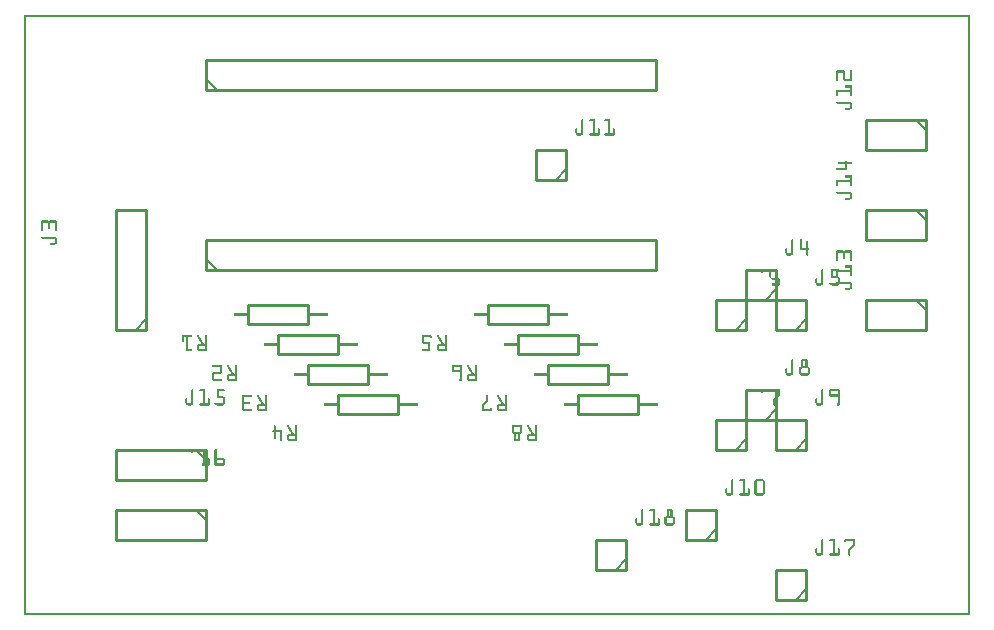
<source format=gto>
G04 MADE WITH FRITZING*
G04 WWW.FRITZING.ORG*
G04 DOUBLE SIDED*
G04 HOLES PLATED*
G04 CONTOUR ON CENTER OF CONTOUR VECTOR*
%ASAXBY*%
%FSLAX23Y23*%
%MOIN*%
%OFA0B0*%
%SFA1.0B1.0*%
%ADD10C,0.010000*%
%ADD11C,0.005000*%
%ADD12R,0.001000X0.001000*%
%LNSILK1*%
G90*
G70*
G54D10*
X608Y1752D02*
X2108Y1752D01*
D02*
X2108Y1752D02*
X2108Y1852D01*
D02*
X2108Y1852D02*
X608Y1852D01*
D02*
X608Y1852D02*
X608Y1752D01*
G54D11*
D02*
X643Y1752D02*
X608Y1787D01*
G54D10*
D02*
X608Y1152D02*
X2108Y1152D01*
D02*
X2108Y1152D02*
X2108Y1252D01*
D02*
X2108Y1252D02*
X608Y1252D01*
D02*
X608Y1252D02*
X608Y1152D01*
G54D11*
D02*
X643Y1152D02*
X608Y1187D01*
G54D10*
D02*
X948Y969D02*
X748Y969D01*
D02*
X748Y969D02*
X748Y1035D01*
D02*
X748Y1035D02*
X948Y1035D01*
D02*
X948Y1035D02*
X948Y969D01*
D02*
X1048Y869D02*
X848Y869D01*
D02*
X848Y869D02*
X848Y935D01*
D02*
X848Y935D02*
X1048Y935D01*
D02*
X1048Y935D02*
X1048Y869D01*
D02*
X1148Y769D02*
X948Y769D01*
D02*
X948Y769D02*
X948Y835D01*
D02*
X948Y835D02*
X1148Y835D01*
D02*
X1148Y835D02*
X1148Y769D01*
D02*
X1248Y669D02*
X1048Y669D01*
D02*
X1048Y669D02*
X1048Y735D01*
D02*
X1048Y735D02*
X1248Y735D01*
D02*
X1248Y735D02*
X1248Y669D01*
D02*
X1748Y969D02*
X1548Y969D01*
D02*
X1548Y969D02*
X1548Y1035D01*
D02*
X1548Y1035D02*
X1748Y1035D01*
D02*
X1748Y1035D02*
X1748Y969D01*
D02*
X1848Y869D02*
X1648Y869D01*
D02*
X1648Y869D02*
X1648Y935D01*
D02*
X1648Y935D02*
X1848Y935D01*
D02*
X1848Y935D02*
X1848Y869D01*
D02*
X1948Y769D02*
X1748Y769D01*
D02*
X1748Y769D02*
X1748Y835D01*
D02*
X1748Y835D02*
X1948Y835D01*
D02*
X1948Y835D02*
X1948Y769D01*
D02*
X2048Y669D02*
X1848Y669D01*
D02*
X1848Y669D02*
X1848Y735D01*
D02*
X1848Y735D02*
X2048Y735D01*
D02*
X2048Y735D02*
X2048Y669D01*
D02*
X408Y952D02*
X408Y1352D01*
D02*
X408Y1352D02*
X308Y1352D01*
D02*
X308Y1352D02*
X308Y952D01*
D02*
X308Y952D02*
X408Y952D01*
G54D11*
D02*
X408Y987D02*
X373Y952D01*
G54D10*
D02*
X2508Y1052D02*
X2508Y1152D01*
D02*
X2508Y1152D02*
X2408Y1152D01*
D02*
X2408Y1152D02*
X2408Y1052D01*
D02*
X2408Y1052D02*
X2508Y1052D01*
G54D11*
D02*
X2508Y1087D02*
X2473Y1052D01*
G54D10*
D02*
X2608Y952D02*
X2608Y1052D01*
D02*
X2608Y1052D02*
X2508Y1052D01*
D02*
X2508Y1052D02*
X2508Y952D01*
D02*
X2508Y952D02*
X2608Y952D01*
G54D11*
D02*
X2608Y987D02*
X2573Y952D01*
G54D10*
D02*
X2408Y952D02*
X2408Y1052D01*
D02*
X2408Y1052D02*
X2308Y1052D01*
D02*
X2308Y1052D02*
X2308Y952D01*
D02*
X2308Y952D02*
X2408Y952D01*
G54D11*
D02*
X2408Y987D02*
X2373Y952D01*
G54D10*
D02*
X2408Y552D02*
X2408Y652D01*
D02*
X2408Y652D02*
X2308Y652D01*
D02*
X2308Y652D02*
X2308Y552D01*
D02*
X2308Y552D02*
X2408Y552D01*
G54D11*
D02*
X2408Y587D02*
X2373Y552D01*
G54D10*
D02*
X2508Y652D02*
X2508Y752D01*
D02*
X2508Y752D02*
X2408Y752D01*
D02*
X2408Y752D02*
X2408Y652D01*
D02*
X2408Y652D02*
X2508Y652D01*
G54D11*
D02*
X2508Y687D02*
X2473Y652D01*
G54D10*
D02*
X2608Y552D02*
X2608Y652D01*
D02*
X2608Y652D02*
X2508Y652D01*
D02*
X2508Y652D02*
X2508Y552D01*
D02*
X2508Y552D02*
X2608Y552D01*
G54D11*
D02*
X2608Y587D02*
X2573Y552D01*
G54D10*
D02*
X2308Y252D02*
X2308Y352D01*
D02*
X2308Y352D02*
X2208Y352D01*
D02*
X2208Y352D02*
X2208Y252D01*
D02*
X2208Y252D02*
X2308Y252D01*
G54D11*
D02*
X2308Y287D02*
X2273Y252D01*
G54D10*
D02*
X1808Y1452D02*
X1808Y1552D01*
D02*
X1808Y1552D02*
X1708Y1552D01*
D02*
X1708Y1552D02*
X1708Y1452D01*
D02*
X1708Y1452D02*
X1808Y1452D01*
G54D11*
D02*
X1808Y1487D02*
X1773Y1452D01*
G54D10*
D02*
X3008Y1652D02*
X2808Y1652D01*
D02*
X2808Y1652D02*
X2808Y1552D01*
D02*
X2808Y1552D02*
X3008Y1552D01*
D02*
X3008Y1552D02*
X3008Y1652D01*
G54D11*
D02*
X2973Y1652D02*
X3008Y1617D01*
G54D10*
D02*
X3008Y1052D02*
X2808Y1052D01*
D02*
X2808Y1052D02*
X2808Y952D01*
D02*
X2808Y952D02*
X3008Y952D01*
D02*
X3008Y952D02*
X3008Y1052D01*
G54D11*
D02*
X2973Y1052D02*
X3008Y1017D01*
G54D10*
D02*
X3008Y1352D02*
X2808Y1352D01*
D02*
X2808Y1352D02*
X2808Y1252D01*
D02*
X2808Y1252D02*
X3008Y1252D01*
D02*
X3008Y1252D02*
X3008Y1352D01*
G54D11*
D02*
X2973Y1352D02*
X3008Y1317D01*
G54D10*
D02*
X608Y552D02*
X308Y552D01*
D02*
X308Y552D02*
X308Y452D01*
D02*
X308Y452D02*
X608Y452D01*
D02*
X608Y452D02*
X608Y552D01*
G54D11*
D02*
X573Y552D02*
X608Y517D01*
G54D10*
D02*
X608Y352D02*
X308Y352D01*
D02*
X308Y352D02*
X308Y252D01*
D02*
X308Y252D02*
X608Y252D01*
D02*
X608Y252D02*
X608Y352D01*
G54D11*
D02*
X573Y352D02*
X608Y317D01*
G54D10*
D02*
X2608Y52D02*
X2608Y152D01*
D02*
X2608Y152D02*
X2508Y152D01*
D02*
X2508Y152D02*
X2508Y52D01*
D02*
X2508Y52D02*
X2608Y52D01*
G54D11*
D02*
X2608Y87D02*
X2573Y52D01*
G54D10*
D02*
X2008Y152D02*
X2008Y252D01*
D02*
X2008Y252D02*
X1908Y252D01*
D02*
X1908Y252D02*
X1908Y152D01*
D02*
X1908Y152D02*
X2008Y152D01*
G54D11*
D02*
X2008Y187D02*
X1973Y152D01*
G54D12*
X0Y2000D02*
X3155Y2000D01*
X0Y1999D02*
X3155Y1999D01*
X0Y1998D02*
X3155Y1998D01*
X0Y1997D02*
X3155Y1997D01*
X0Y1996D02*
X3155Y1996D01*
X0Y1995D02*
X3155Y1995D01*
X0Y1994D02*
X3155Y1994D01*
X0Y1993D02*
X3155Y1993D01*
X0Y1992D02*
X7Y1992D01*
X3148Y1992D02*
X3155Y1992D01*
X0Y1991D02*
X7Y1991D01*
X3148Y1991D02*
X3155Y1991D01*
X0Y1990D02*
X7Y1990D01*
X3148Y1990D02*
X3155Y1990D01*
X0Y1989D02*
X7Y1989D01*
X3148Y1989D02*
X3155Y1989D01*
X0Y1988D02*
X7Y1988D01*
X3148Y1988D02*
X3155Y1988D01*
X0Y1987D02*
X7Y1987D01*
X3148Y1987D02*
X3155Y1987D01*
X0Y1986D02*
X7Y1986D01*
X3148Y1986D02*
X3155Y1986D01*
X0Y1985D02*
X7Y1985D01*
X3148Y1985D02*
X3155Y1985D01*
X0Y1984D02*
X7Y1984D01*
X3148Y1984D02*
X3155Y1984D01*
X0Y1983D02*
X7Y1983D01*
X3148Y1983D02*
X3155Y1983D01*
X0Y1982D02*
X7Y1982D01*
X3148Y1982D02*
X3155Y1982D01*
X0Y1981D02*
X7Y1981D01*
X3148Y1981D02*
X3155Y1981D01*
X0Y1980D02*
X7Y1980D01*
X3148Y1980D02*
X3155Y1980D01*
X0Y1979D02*
X7Y1979D01*
X3148Y1979D02*
X3155Y1979D01*
X0Y1978D02*
X7Y1978D01*
X3148Y1978D02*
X3155Y1978D01*
X0Y1977D02*
X7Y1977D01*
X3148Y1977D02*
X3155Y1977D01*
X0Y1976D02*
X7Y1976D01*
X3148Y1976D02*
X3155Y1976D01*
X0Y1975D02*
X7Y1975D01*
X3148Y1975D02*
X3155Y1975D01*
X0Y1974D02*
X7Y1974D01*
X3148Y1974D02*
X3155Y1974D01*
X0Y1973D02*
X7Y1973D01*
X3148Y1973D02*
X3155Y1973D01*
X0Y1972D02*
X7Y1972D01*
X3148Y1972D02*
X3155Y1972D01*
X0Y1971D02*
X7Y1971D01*
X3148Y1971D02*
X3155Y1971D01*
X0Y1970D02*
X7Y1970D01*
X3148Y1970D02*
X3155Y1970D01*
X0Y1969D02*
X7Y1969D01*
X3148Y1969D02*
X3155Y1969D01*
X0Y1968D02*
X7Y1968D01*
X3148Y1968D02*
X3155Y1968D01*
X0Y1967D02*
X7Y1967D01*
X3148Y1967D02*
X3155Y1967D01*
X0Y1966D02*
X7Y1966D01*
X3148Y1966D02*
X3155Y1966D01*
X0Y1965D02*
X7Y1965D01*
X3148Y1965D02*
X3155Y1965D01*
X0Y1964D02*
X7Y1964D01*
X3148Y1964D02*
X3155Y1964D01*
X0Y1963D02*
X7Y1963D01*
X3148Y1963D02*
X3155Y1963D01*
X0Y1962D02*
X7Y1962D01*
X3148Y1962D02*
X3155Y1962D01*
X0Y1961D02*
X7Y1961D01*
X3148Y1961D02*
X3155Y1961D01*
X0Y1960D02*
X7Y1960D01*
X3148Y1960D02*
X3155Y1960D01*
X0Y1959D02*
X7Y1959D01*
X3148Y1959D02*
X3155Y1959D01*
X0Y1958D02*
X7Y1958D01*
X3148Y1958D02*
X3155Y1958D01*
X0Y1957D02*
X7Y1957D01*
X3148Y1957D02*
X3155Y1957D01*
X0Y1956D02*
X7Y1956D01*
X3148Y1956D02*
X3155Y1956D01*
X0Y1955D02*
X7Y1955D01*
X3148Y1955D02*
X3155Y1955D01*
X0Y1954D02*
X7Y1954D01*
X3148Y1954D02*
X3155Y1954D01*
X0Y1953D02*
X7Y1953D01*
X3148Y1953D02*
X3155Y1953D01*
X0Y1952D02*
X7Y1952D01*
X3148Y1952D02*
X3155Y1952D01*
X0Y1951D02*
X7Y1951D01*
X3148Y1951D02*
X3155Y1951D01*
X0Y1950D02*
X7Y1950D01*
X3148Y1950D02*
X3155Y1950D01*
X0Y1949D02*
X7Y1949D01*
X3148Y1949D02*
X3155Y1949D01*
X0Y1948D02*
X7Y1948D01*
X3148Y1948D02*
X3155Y1948D01*
X0Y1947D02*
X7Y1947D01*
X3148Y1947D02*
X3155Y1947D01*
X0Y1946D02*
X7Y1946D01*
X3148Y1946D02*
X3155Y1946D01*
X0Y1945D02*
X7Y1945D01*
X3148Y1945D02*
X3155Y1945D01*
X0Y1944D02*
X7Y1944D01*
X3148Y1944D02*
X3155Y1944D01*
X0Y1943D02*
X7Y1943D01*
X3148Y1943D02*
X3155Y1943D01*
X0Y1942D02*
X7Y1942D01*
X3148Y1942D02*
X3155Y1942D01*
X0Y1941D02*
X7Y1941D01*
X3148Y1941D02*
X3155Y1941D01*
X0Y1940D02*
X7Y1940D01*
X3148Y1940D02*
X3155Y1940D01*
X0Y1939D02*
X7Y1939D01*
X3148Y1939D02*
X3155Y1939D01*
X0Y1938D02*
X7Y1938D01*
X3148Y1938D02*
X3155Y1938D01*
X0Y1937D02*
X7Y1937D01*
X3148Y1937D02*
X3155Y1937D01*
X0Y1936D02*
X7Y1936D01*
X3148Y1936D02*
X3155Y1936D01*
X0Y1935D02*
X7Y1935D01*
X3148Y1935D02*
X3155Y1935D01*
X0Y1934D02*
X7Y1934D01*
X3148Y1934D02*
X3155Y1934D01*
X0Y1933D02*
X7Y1933D01*
X3148Y1933D02*
X3155Y1933D01*
X0Y1932D02*
X7Y1932D01*
X3148Y1932D02*
X3155Y1932D01*
X0Y1931D02*
X7Y1931D01*
X3148Y1931D02*
X3155Y1931D01*
X0Y1930D02*
X7Y1930D01*
X3148Y1930D02*
X3155Y1930D01*
X0Y1929D02*
X7Y1929D01*
X3148Y1929D02*
X3155Y1929D01*
X0Y1928D02*
X7Y1928D01*
X3148Y1928D02*
X3155Y1928D01*
X0Y1927D02*
X7Y1927D01*
X3148Y1927D02*
X3155Y1927D01*
X0Y1926D02*
X7Y1926D01*
X3148Y1926D02*
X3155Y1926D01*
X0Y1925D02*
X7Y1925D01*
X3148Y1925D02*
X3155Y1925D01*
X0Y1924D02*
X7Y1924D01*
X3148Y1924D02*
X3155Y1924D01*
X0Y1923D02*
X7Y1923D01*
X3148Y1923D02*
X3155Y1923D01*
X0Y1922D02*
X7Y1922D01*
X3148Y1922D02*
X3155Y1922D01*
X0Y1921D02*
X7Y1921D01*
X3148Y1921D02*
X3155Y1921D01*
X0Y1920D02*
X7Y1920D01*
X3148Y1920D02*
X3155Y1920D01*
X0Y1919D02*
X7Y1919D01*
X3148Y1919D02*
X3155Y1919D01*
X0Y1918D02*
X7Y1918D01*
X3148Y1918D02*
X3155Y1918D01*
X0Y1917D02*
X7Y1917D01*
X3148Y1917D02*
X3155Y1917D01*
X0Y1916D02*
X7Y1916D01*
X3148Y1916D02*
X3155Y1916D01*
X0Y1915D02*
X7Y1915D01*
X3148Y1915D02*
X3155Y1915D01*
X0Y1914D02*
X7Y1914D01*
X3148Y1914D02*
X3155Y1914D01*
X0Y1913D02*
X7Y1913D01*
X3148Y1913D02*
X3155Y1913D01*
X0Y1912D02*
X7Y1912D01*
X3148Y1912D02*
X3155Y1912D01*
X0Y1911D02*
X7Y1911D01*
X3148Y1911D02*
X3155Y1911D01*
X0Y1910D02*
X7Y1910D01*
X3148Y1910D02*
X3155Y1910D01*
X0Y1909D02*
X7Y1909D01*
X3148Y1909D02*
X3155Y1909D01*
X0Y1908D02*
X7Y1908D01*
X3148Y1908D02*
X3155Y1908D01*
X0Y1907D02*
X7Y1907D01*
X3148Y1907D02*
X3155Y1907D01*
X0Y1906D02*
X7Y1906D01*
X3148Y1906D02*
X3155Y1906D01*
X0Y1905D02*
X7Y1905D01*
X3148Y1905D02*
X3155Y1905D01*
X0Y1904D02*
X7Y1904D01*
X3148Y1904D02*
X3155Y1904D01*
X0Y1903D02*
X7Y1903D01*
X3148Y1903D02*
X3155Y1903D01*
X0Y1902D02*
X7Y1902D01*
X3148Y1902D02*
X3155Y1902D01*
X0Y1901D02*
X7Y1901D01*
X3148Y1901D02*
X3155Y1901D01*
X0Y1900D02*
X7Y1900D01*
X3148Y1900D02*
X3155Y1900D01*
X0Y1899D02*
X7Y1899D01*
X3148Y1899D02*
X3155Y1899D01*
X0Y1898D02*
X7Y1898D01*
X3148Y1898D02*
X3155Y1898D01*
X0Y1897D02*
X7Y1897D01*
X3148Y1897D02*
X3155Y1897D01*
X0Y1896D02*
X7Y1896D01*
X3148Y1896D02*
X3155Y1896D01*
X0Y1895D02*
X7Y1895D01*
X3148Y1895D02*
X3155Y1895D01*
X0Y1894D02*
X7Y1894D01*
X3148Y1894D02*
X3155Y1894D01*
X0Y1893D02*
X7Y1893D01*
X3148Y1893D02*
X3155Y1893D01*
X0Y1892D02*
X7Y1892D01*
X3148Y1892D02*
X3155Y1892D01*
X0Y1891D02*
X7Y1891D01*
X3148Y1891D02*
X3155Y1891D01*
X0Y1890D02*
X7Y1890D01*
X3148Y1890D02*
X3155Y1890D01*
X0Y1889D02*
X7Y1889D01*
X3148Y1889D02*
X3155Y1889D01*
X0Y1888D02*
X7Y1888D01*
X3148Y1888D02*
X3155Y1888D01*
X0Y1887D02*
X7Y1887D01*
X3148Y1887D02*
X3155Y1887D01*
X0Y1886D02*
X7Y1886D01*
X3148Y1886D02*
X3155Y1886D01*
X0Y1885D02*
X7Y1885D01*
X3148Y1885D02*
X3155Y1885D01*
X0Y1884D02*
X7Y1884D01*
X3148Y1884D02*
X3155Y1884D01*
X0Y1883D02*
X7Y1883D01*
X3148Y1883D02*
X3155Y1883D01*
X0Y1882D02*
X7Y1882D01*
X3148Y1882D02*
X3155Y1882D01*
X0Y1881D02*
X7Y1881D01*
X3148Y1881D02*
X3155Y1881D01*
X0Y1880D02*
X7Y1880D01*
X3148Y1880D02*
X3155Y1880D01*
X0Y1879D02*
X7Y1879D01*
X3148Y1879D02*
X3155Y1879D01*
X0Y1878D02*
X7Y1878D01*
X3148Y1878D02*
X3155Y1878D01*
X0Y1877D02*
X7Y1877D01*
X3148Y1877D02*
X3155Y1877D01*
X0Y1876D02*
X7Y1876D01*
X3148Y1876D02*
X3155Y1876D01*
X0Y1875D02*
X7Y1875D01*
X3148Y1875D02*
X3155Y1875D01*
X0Y1874D02*
X7Y1874D01*
X3148Y1874D02*
X3155Y1874D01*
X0Y1873D02*
X7Y1873D01*
X3148Y1873D02*
X3155Y1873D01*
X0Y1872D02*
X7Y1872D01*
X3148Y1872D02*
X3155Y1872D01*
X0Y1871D02*
X7Y1871D01*
X3148Y1871D02*
X3155Y1871D01*
X0Y1870D02*
X7Y1870D01*
X3148Y1870D02*
X3155Y1870D01*
X0Y1869D02*
X7Y1869D01*
X3148Y1869D02*
X3155Y1869D01*
X0Y1868D02*
X7Y1868D01*
X3148Y1868D02*
X3155Y1868D01*
X0Y1867D02*
X7Y1867D01*
X3148Y1867D02*
X3155Y1867D01*
X0Y1866D02*
X7Y1866D01*
X3148Y1866D02*
X3155Y1866D01*
X0Y1865D02*
X7Y1865D01*
X3148Y1865D02*
X3155Y1865D01*
X0Y1864D02*
X7Y1864D01*
X3148Y1864D02*
X3155Y1864D01*
X0Y1863D02*
X7Y1863D01*
X3148Y1863D02*
X3155Y1863D01*
X0Y1862D02*
X7Y1862D01*
X3148Y1862D02*
X3155Y1862D01*
X0Y1861D02*
X7Y1861D01*
X3148Y1861D02*
X3155Y1861D01*
X0Y1860D02*
X7Y1860D01*
X3148Y1860D02*
X3155Y1860D01*
X0Y1859D02*
X7Y1859D01*
X3148Y1859D02*
X3155Y1859D01*
X0Y1858D02*
X7Y1858D01*
X3148Y1858D02*
X3155Y1858D01*
X0Y1857D02*
X7Y1857D01*
X3148Y1857D02*
X3155Y1857D01*
X0Y1856D02*
X7Y1856D01*
X3148Y1856D02*
X3155Y1856D01*
X0Y1855D02*
X7Y1855D01*
X3148Y1855D02*
X3155Y1855D01*
X0Y1854D02*
X7Y1854D01*
X3148Y1854D02*
X3155Y1854D01*
X0Y1853D02*
X7Y1853D01*
X3148Y1853D02*
X3155Y1853D01*
X0Y1852D02*
X7Y1852D01*
X3148Y1852D02*
X3155Y1852D01*
X0Y1851D02*
X7Y1851D01*
X3148Y1851D02*
X3155Y1851D01*
X0Y1850D02*
X7Y1850D01*
X3148Y1850D02*
X3155Y1850D01*
X0Y1849D02*
X7Y1849D01*
X3148Y1849D02*
X3155Y1849D01*
X0Y1848D02*
X7Y1848D01*
X3148Y1848D02*
X3155Y1848D01*
X0Y1847D02*
X7Y1847D01*
X3148Y1847D02*
X3155Y1847D01*
X0Y1846D02*
X7Y1846D01*
X3148Y1846D02*
X3155Y1846D01*
X0Y1845D02*
X7Y1845D01*
X3148Y1845D02*
X3155Y1845D01*
X0Y1844D02*
X7Y1844D01*
X3148Y1844D02*
X3155Y1844D01*
X0Y1843D02*
X7Y1843D01*
X3148Y1843D02*
X3155Y1843D01*
X0Y1842D02*
X7Y1842D01*
X3148Y1842D02*
X3155Y1842D01*
X0Y1841D02*
X7Y1841D01*
X3148Y1841D02*
X3155Y1841D01*
X0Y1840D02*
X7Y1840D01*
X3148Y1840D02*
X3155Y1840D01*
X0Y1839D02*
X7Y1839D01*
X3148Y1839D02*
X3155Y1839D01*
X0Y1838D02*
X7Y1838D01*
X3148Y1838D02*
X3155Y1838D01*
X0Y1837D02*
X7Y1837D01*
X3148Y1837D02*
X3155Y1837D01*
X0Y1836D02*
X7Y1836D01*
X3148Y1836D02*
X3155Y1836D01*
X0Y1835D02*
X7Y1835D01*
X3148Y1835D02*
X3155Y1835D01*
X0Y1834D02*
X7Y1834D01*
X3148Y1834D02*
X3155Y1834D01*
X0Y1833D02*
X7Y1833D01*
X3148Y1833D02*
X3155Y1833D01*
X0Y1832D02*
X7Y1832D01*
X3148Y1832D02*
X3155Y1832D01*
X0Y1831D02*
X7Y1831D01*
X3148Y1831D02*
X3155Y1831D01*
X0Y1830D02*
X7Y1830D01*
X3148Y1830D02*
X3155Y1830D01*
X0Y1829D02*
X7Y1829D01*
X3148Y1829D02*
X3155Y1829D01*
X0Y1828D02*
X7Y1828D01*
X3148Y1828D02*
X3155Y1828D01*
X0Y1827D02*
X7Y1827D01*
X3148Y1827D02*
X3155Y1827D01*
X0Y1826D02*
X7Y1826D01*
X3148Y1826D02*
X3155Y1826D01*
X0Y1825D02*
X7Y1825D01*
X3148Y1825D02*
X3155Y1825D01*
X0Y1824D02*
X7Y1824D01*
X3148Y1824D02*
X3155Y1824D01*
X0Y1823D02*
X7Y1823D01*
X3148Y1823D02*
X3155Y1823D01*
X0Y1822D02*
X7Y1822D01*
X3148Y1822D02*
X3155Y1822D01*
X0Y1821D02*
X7Y1821D01*
X3148Y1821D02*
X3155Y1821D01*
X0Y1820D02*
X7Y1820D01*
X3148Y1820D02*
X3155Y1820D01*
X0Y1819D02*
X7Y1819D01*
X3148Y1819D02*
X3155Y1819D01*
X0Y1818D02*
X7Y1818D01*
X3148Y1818D02*
X3155Y1818D01*
X0Y1817D02*
X7Y1817D01*
X3148Y1817D02*
X3155Y1817D01*
X0Y1816D02*
X7Y1816D01*
X3148Y1816D02*
X3155Y1816D01*
X0Y1815D02*
X7Y1815D01*
X2712Y1815D02*
X2733Y1815D01*
X2756Y1815D02*
X2759Y1815D01*
X3148Y1815D02*
X3155Y1815D01*
X0Y1814D02*
X7Y1814D01*
X2710Y1814D02*
X2735Y1814D01*
X2755Y1814D02*
X2760Y1814D01*
X3148Y1814D02*
X3155Y1814D01*
X0Y1813D02*
X7Y1813D01*
X2709Y1813D02*
X2736Y1813D01*
X2755Y1813D02*
X2761Y1813D01*
X3148Y1813D02*
X3155Y1813D01*
X0Y1812D02*
X7Y1812D01*
X2708Y1812D02*
X2736Y1812D01*
X2755Y1812D02*
X2761Y1812D01*
X3148Y1812D02*
X3155Y1812D01*
X0Y1811D02*
X7Y1811D01*
X2708Y1811D02*
X2737Y1811D01*
X2755Y1811D02*
X2761Y1811D01*
X3148Y1811D02*
X3155Y1811D01*
X0Y1810D02*
X7Y1810D01*
X2708Y1810D02*
X2737Y1810D01*
X2755Y1810D02*
X2761Y1810D01*
X3148Y1810D02*
X3155Y1810D01*
X0Y1809D02*
X7Y1809D01*
X2708Y1809D02*
X2737Y1809D01*
X2755Y1809D02*
X2761Y1809D01*
X3148Y1809D02*
X3155Y1809D01*
X0Y1808D02*
X7Y1808D01*
X2708Y1808D02*
X2714Y1808D01*
X2731Y1808D02*
X2737Y1808D01*
X2755Y1808D02*
X2761Y1808D01*
X3148Y1808D02*
X3155Y1808D01*
X0Y1807D02*
X7Y1807D01*
X2708Y1807D02*
X2714Y1807D01*
X2731Y1807D02*
X2737Y1807D01*
X2755Y1807D02*
X2761Y1807D01*
X3148Y1807D02*
X3155Y1807D01*
X0Y1806D02*
X7Y1806D01*
X2708Y1806D02*
X2714Y1806D01*
X2731Y1806D02*
X2737Y1806D01*
X2755Y1806D02*
X2761Y1806D01*
X3148Y1806D02*
X3155Y1806D01*
X0Y1805D02*
X7Y1805D01*
X2708Y1805D02*
X2714Y1805D01*
X2731Y1805D02*
X2737Y1805D01*
X2755Y1805D02*
X2761Y1805D01*
X3148Y1805D02*
X3155Y1805D01*
X0Y1804D02*
X7Y1804D01*
X2708Y1804D02*
X2714Y1804D01*
X2731Y1804D02*
X2737Y1804D01*
X2755Y1804D02*
X2761Y1804D01*
X3148Y1804D02*
X3155Y1804D01*
X0Y1803D02*
X7Y1803D01*
X2708Y1803D02*
X2714Y1803D01*
X2731Y1803D02*
X2737Y1803D01*
X2755Y1803D02*
X2761Y1803D01*
X3148Y1803D02*
X3155Y1803D01*
X0Y1802D02*
X7Y1802D01*
X2708Y1802D02*
X2714Y1802D01*
X2731Y1802D02*
X2737Y1802D01*
X2755Y1802D02*
X2761Y1802D01*
X3148Y1802D02*
X3155Y1802D01*
X0Y1801D02*
X7Y1801D01*
X2708Y1801D02*
X2714Y1801D01*
X2731Y1801D02*
X2737Y1801D01*
X2755Y1801D02*
X2761Y1801D01*
X3148Y1801D02*
X3155Y1801D01*
X0Y1800D02*
X7Y1800D01*
X2708Y1800D02*
X2714Y1800D01*
X2731Y1800D02*
X2737Y1800D01*
X2755Y1800D02*
X2761Y1800D01*
X3148Y1800D02*
X3155Y1800D01*
X0Y1799D02*
X7Y1799D01*
X2708Y1799D02*
X2714Y1799D01*
X2731Y1799D02*
X2737Y1799D01*
X2755Y1799D02*
X2761Y1799D01*
X3148Y1799D02*
X3155Y1799D01*
X0Y1798D02*
X7Y1798D01*
X2708Y1798D02*
X2714Y1798D01*
X2731Y1798D02*
X2737Y1798D01*
X2755Y1798D02*
X2761Y1798D01*
X3148Y1798D02*
X3155Y1798D01*
X0Y1797D02*
X7Y1797D01*
X2708Y1797D02*
X2714Y1797D01*
X2731Y1797D02*
X2737Y1797D01*
X2755Y1797D02*
X2761Y1797D01*
X3148Y1797D02*
X3155Y1797D01*
X0Y1796D02*
X7Y1796D01*
X2708Y1796D02*
X2714Y1796D01*
X2731Y1796D02*
X2737Y1796D01*
X2755Y1796D02*
X2761Y1796D01*
X3148Y1796D02*
X3155Y1796D01*
X0Y1795D02*
X7Y1795D01*
X2708Y1795D02*
X2714Y1795D01*
X2731Y1795D02*
X2737Y1795D01*
X2755Y1795D02*
X2761Y1795D01*
X3148Y1795D02*
X3155Y1795D01*
X0Y1794D02*
X7Y1794D01*
X2708Y1794D02*
X2714Y1794D01*
X2731Y1794D02*
X2737Y1794D01*
X2755Y1794D02*
X2761Y1794D01*
X3148Y1794D02*
X3155Y1794D01*
X0Y1793D02*
X7Y1793D01*
X2708Y1793D02*
X2714Y1793D01*
X2731Y1793D02*
X2737Y1793D01*
X2755Y1793D02*
X2761Y1793D01*
X3148Y1793D02*
X3155Y1793D01*
X0Y1792D02*
X7Y1792D01*
X2708Y1792D02*
X2714Y1792D01*
X2731Y1792D02*
X2737Y1792D01*
X2755Y1792D02*
X2761Y1792D01*
X3148Y1792D02*
X3155Y1792D01*
X0Y1791D02*
X7Y1791D01*
X2708Y1791D02*
X2714Y1791D01*
X2731Y1791D02*
X2737Y1791D01*
X2755Y1791D02*
X2761Y1791D01*
X3148Y1791D02*
X3155Y1791D01*
X0Y1790D02*
X7Y1790D01*
X2708Y1790D02*
X2714Y1790D01*
X2731Y1790D02*
X2737Y1790D01*
X2755Y1790D02*
X2761Y1790D01*
X3148Y1790D02*
X3155Y1790D01*
X0Y1789D02*
X7Y1789D01*
X2708Y1789D02*
X2714Y1789D01*
X2731Y1789D02*
X2737Y1789D01*
X2755Y1789D02*
X2761Y1789D01*
X3148Y1789D02*
X3155Y1789D01*
X0Y1788D02*
X7Y1788D01*
X2708Y1788D02*
X2714Y1788D01*
X2731Y1788D02*
X2761Y1788D01*
X3148Y1788D02*
X3155Y1788D01*
X0Y1787D02*
X7Y1787D01*
X2708Y1787D02*
X2714Y1787D01*
X2731Y1787D02*
X2761Y1787D01*
X3148Y1787D02*
X3155Y1787D01*
X0Y1786D02*
X7Y1786D01*
X2708Y1786D02*
X2714Y1786D01*
X2732Y1786D02*
X2761Y1786D01*
X3148Y1786D02*
X3155Y1786D01*
X0Y1785D02*
X7Y1785D01*
X2708Y1785D02*
X2714Y1785D01*
X2732Y1785D02*
X2761Y1785D01*
X3148Y1785D02*
X3155Y1785D01*
X0Y1784D02*
X7Y1784D01*
X2708Y1784D02*
X2713Y1784D01*
X2733Y1784D02*
X2761Y1784D01*
X3148Y1784D02*
X3155Y1784D01*
X0Y1783D02*
X7Y1783D01*
X2708Y1783D02*
X2713Y1783D01*
X2734Y1783D02*
X2761Y1783D01*
X3148Y1783D02*
X3155Y1783D01*
X0Y1782D02*
X7Y1782D01*
X2709Y1782D02*
X2712Y1782D01*
X2735Y1782D02*
X2761Y1782D01*
X3148Y1782D02*
X3155Y1782D01*
X0Y1781D02*
X7Y1781D01*
X3148Y1781D02*
X3155Y1781D01*
X0Y1780D02*
X7Y1780D01*
X3148Y1780D02*
X3155Y1780D01*
X0Y1779D02*
X7Y1779D01*
X3148Y1779D02*
X3155Y1779D01*
X0Y1778D02*
X7Y1778D01*
X3148Y1778D02*
X3155Y1778D01*
X0Y1777D02*
X7Y1777D01*
X3148Y1777D02*
X3155Y1777D01*
X0Y1776D02*
X7Y1776D01*
X3148Y1776D02*
X3155Y1776D01*
X0Y1775D02*
X7Y1775D01*
X3148Y1775D02*
X3155Y1775D01*
X0Y1774D02*
X7Y1774D01*
X3148Y1774D02*
X3155Y1774D01*
X0Y1773D02*
X7Y1773D01*
X3148Y1773D02*
X3155Y1773D01*
X0Y1772D02*
X7Y1772D01*
X3148Y1772D02*
X3155Y1772D01*
X0Y1771D02*
X7Y1771D01*
X3148Y1771D02*
X3155Y1771D01*
X0Y1770D02*
X7Y1770D01*
X3148Y1770D02*
X3155Y1770D01*
X0Y1769D02*
X7Y1769D01*
X3148Y1769D02*
X3155Y1769D01*
X0Y1768D02*
X7Y1768D01*
X3148Y1768D02*
X3155Y1768D01*
X0Y1767D02*
X7Y1767D01*
X3148Y1767D02*
X3155Y1767D01*
X0Y1766D02*
X7Y1766D01*
X3148Y1766D02*
X3155Y1766D01*
X0Y1765D02*
X7Y1765D01*
X2739Y1765D02*
X2759Y1765D01*
X3148Y1765D02*
X3155Y1765D01*
X0Y1764D02*
X7Y1764D01*
X2738Y1764D02*
X2760Y1764D01*
X3148Y1764D02*
X3155Y1764D01*
X0Y1763D02*
X7Y1763D01*
X2737Y1763D02*
X2761Y1763D01*
X3148Y1763D02*
X3155Y1763D01*
X0Y1762D02*
X7Y1762D01*
X2737Y1762D02*
X2761Y1762D01*
X3148Y1762D02*
X3155Y1762D01*
X0Y1761D02*
X7Y1761D01*
X2737Y1761D02*
X2761Y1761D01*
X3148Y1761D02*
X3155Y1761D01*
X0Y1760D02*
X7Y1760D01*
X2738Y1760D02*
X2761Y1760D01*
X3148Y1760D02*
X3155Y1760D01*
X0Y1759D02*
X7Y1759D01*
X2739Y1759D02*
X2761Y1759D01*
X3148Y1759D02*
X3155Y1759D01*
X0Y1758D02*
X7Y1758D01*
X2755Y1758D02*
X2761Y1758D01*
X3148Y1758D02*
X3155Y1758D01*
X0Y1757D02*
X7Y1757D01*
X2755Y1757D02*
X2761Y1757D01*
X3148Y1757D02*
X3155Y1757D01*
X0Y1756D02*
X7Y1756D01*
X2755Y1756D02*
X2761Y1756D01*
X3148Y1756D02*
X3155Y1756D01*
X0Y1755D02*
X7Y1755D01*
X2755Y1755D02*
X2761Y1755D01*
X3148Y1755D02*
X3155Y1755D01*
X0Y1754D02*
X7Y1754D01*
X2755Y1754D02*
X2761Y1754D01*
X3148Y1754D02*
X3155Y1754D01*
X0Y1753D02*
X7Y1753D01*
X2755Y1753D02*
X2761Y1753D01*
X3148Y1753D02*
X3155Y1753D01*
X0Y1752D02*
X7Y1752D01*
X2755Y1752D02*
X2761Y1752D01*
X3148Y1752D02*
X3155Y1752D01*
X0Y1751D02*
X7Y1751D01*
X2708Y1751D02*
X2761Y1751D01*
X3148Y1751D02*
X3155Y1751D01*
X0Y1750D02*
X7Y1750D01*
X2708Y1750D02*
X2761Y1750D01*
X3148Y1750D02*
X3155Y1750D01*
X0Y1749D02*
X7Y1749D01*
X2708Y1749D02*
X2761Y1749D01*
X3148Y1749D02*
X3155Y1749D01*
X0Y1748D02*
X7Y1748D01*
X2708Y1748D02*
X2761Y1748D01*
X3148Y1748D02*
X3155Y1748D01*
X0Y1747D02*
X7Y1747D01*
X2708Y1747D02*
X2761Y1747D01*
X3148Y1747D02*
X3155Y1747D01*
X0Y1746D02*
X7Y1746D01*
X2708Y1746D02*
X2761Y1746D01*
X3148Y1746D02*
X3155Y1746D01*
X0Y1745D02*
X7Y1745D01*
X2708Y1745D02*
X2761Y1745D01*
X3148Y1745D02*
X3155Y1745D01*
X0Y1744D02*
X7Y1744D01*
X2708Y1744D02*
X2714Y1744D01*
X2755Y1744D02*
X2761Y1744D01*
X3148Y1744D02*
X3155Y1744D01*
X0Y1743D02*
X7Y1743D01*
X2708Y1743D02*
X2714Y1743D01*
X2755Y1743D02*
X2761Y1743D01*
X3148Y1743D02*
X3155Y1743D01*
X0Y1742D02*
X7Y1742D01*
X2708Y1742D02*
X2714Y1742D01*
X2755Y1742D02*
X2761Y1742D01*
X3148Y1742D02*
X3155Y1742D01*
X0Y1741D02*
X7Y1741D01*
X2708Y1741D02*
X2714Y1741D01*
X2755Y1741D02*
X2761Y1741D01*
X3148Y1741D02*
X3155Y1741D01*
X0Y1740D02*
X7Y1740D01*
X2708Y1740D02*
X2714Y1740D01*
X2755Y1740D02*
X2761Y1740D01*
X3148Y1740D02*
X3155Y1740D01*
X0Y1739D02*
X7Y1739D01*
X2708Y1739D02*
X2714Y1739D01*
X2755Y1739D02*
X2761Y1739D01*
X3148Y1739D02*
X3155Y1739D01*
X0Y1738D02*
X7Y1738D01*
X2708Y1738D02*
X2714Y1738D01*
X2755Y1738D02*
X2761Y1738D01*
X3148Y1738D02*
X3155Y1738D01*
X0Y1737D02*
X7Y1737D01*
X2708Y1737D02*
X2714Y1737D01*
X2755Y1737D02*
X2761Y1737D01*
X3148Y1737D02*
X3155Y1737D01*
X0Y1736D02*
X7Y1736D01*
X2708Y1736D02*
X2714Y1736D01*
X2755Y1736D02*
X2761Y1736D01*
X3148Y1736D02*
X3155Y1736D01*
X0Y1735D02*
X7Y1735D01*
X2708Y1735D02*
X2714Y1735D01*
X2755Y1735D02*
X2761Y1735D01*
X3148Y1735D02*
X3155Y1735D01*
X0Y1734D02*
X7Y1734D01*
X2708Y1734D02*
X2713Y1734D01*
X2755Y1734D02*
X2761Y1734D01*
X3148Y1734D02*
X3155Y1734D01*
X0Y1733D02*
X7Y1733D01*
X2708Y1733D02*
X2713Y1733D01*
X2755Y1733D02*
X2760Y1733D01*
X3148Y1733D02*
X3155Y1733D01*
X0Y1732D02*
X7Y1732D01*
X2709Y1732D02*
X2712Y1732D01*
X2756Y1732D02*
X2760Y1732D01*
X3148Y1732D02*
X3155Y1732D01*
X0Y1731D02*
X7Y1731D01*
X3148Y1731D02*
X3155Y1731D01*
X0Y1730D02*
X7Y1730D01*
X3148Y1730D02*
X3155Y1730D01*
X0Y1729D02*
X7Y1729D01*
X3148Y1729D02*
X3155Y1729D01*
X0Y1728D02*
X7Y1728D01*
X3148Y1728D02*
X3155Y1728D01*
X0Y1727D02*
X7Y1727D01*
X3148Y1727D02*
X3155Y1727D01*
X0Y1726D02*
X7Y1726D01*
X3148Y1726D02*
X3155Y1726D01*
X0Y1725D02*
X7Y1725D01*
X3148Y1725D02*
X3155Y1725D01*
X0Y1724D02*
X7Y1724D01*
X3148Y1724D02*
X3155Y1724D01*
X0Y1723D02*
X7Y1723D01*
X3148Y1723D02*
X3155Y1723D01*
X0Y1722D02*
X7Y1722D01*
X3148Y1722D02*
X3155Y1722D01*
X0Y1721D02*
X7Y1721D01*
X3148Y1721D02*
X3155Y1721D01*
X0Y1720D02*
X7Y1720D01*
X3148Y1720D02*
X3155Y1720D01*
X0Y1719D02*
X7Y1719D01*
X3148Y1719D02*
X3155Y1719D01*
X0Y1718D02*
X7Y1718D01*
X3148Y1718D02*
X3155Y1718D01*
X0Y1717D02*
X7Y1717D01*
X3148Y1717D02*
X3155Y1717D01*
X0Y1716D02*
X7Y1716D01*
X3148Y1716D02*
X3155Y1716D01*
X0Y1715D02*
X7Y1715D01*
X3148Y1715D02*
X3155Y1715D01*
X0Y1714D02*
X7Y1714D01*
X3148Y1714D02*
X3155Y1714D01*
X0Y1713D02*
X7Y1713D01*
X3148Y1713D02*
X3155Y1713D01*
X0Y1712D02*
X7Y1712D01*
X3148Y1712D02*
X3155Y1712D01*
X0Y1711D02*
X7Y1711D01*
X2709Y1711D02*
X2754Y1711D01*
X3148Y1711D02*
X3155Y1711D01*
X0Y1710D02*
X7Y1710D01*
X2708Y1710D02*
X2756Y1710D01*
X3148Y1710D02*
X3155Y1710D01*
X0Y1709D02*
X7Y1709D01*
X2708Y1709D02*
X2757Y1709D01*
X3148Y1709D02*
X3155Y1709D01*
X0Y1708D02*
X7Y1708D01*
X2708Y1708D02*
X2758Y1708D01*
X3148Y1708D02*
X3155Y1708D01*
X0Y1707D02*
X7Y1707D01*
X2708Y1707D02*
X2759Y1707D01*
X3148Y1707D02*
X3155Y1707D01*
X0Y1706D02*
X7Y1706D01*
X2709Y1706D02*
X2760Y1706D01*
X3148Y1706D02*
X3155Y1706D01*
X0Y1705D02*
X7Y1705D01*
X2710Y1705D02*
X2760Y1705D01*
X3148Y1705D02*
X3155Y1705D01*
X0Y1704D02*
X7Y1704D01*
X2753Y1704D02*
X2760Y1704D01*
X3148Y1704D02*
X3155Y1704D01*
X0Y1703D02*
X7Y1703D01*
X2754Y1703D02*
X2761Y1703D01*
X3148Y1703D02*
X3155Y1703D01*
X0Y1702D02*
X7Y1702D01*
X2755Y1702D02*
X2761Y1702D01*
X3148Y1702D02*
X3155Y1702D01*
X0Y1701D02*
X7Y1701D01*
X2755Y1701D02*
X2761Y1701D01*
X3148Y1701D02*
X3155Y1701D01*
X0Y1700D02*
X7Y1700D01*
X2755Y1700D02*
X2761Y1700D01*
X3148Y1700D02*
X3155Y1700D01*
X0Y1699D02*
X7Y1699D01*
X2755Y1699D02*
X2761Y1699D01*
X3148Y1699D02*
X3155Y1699D01*
X0Y1698D02*
X7Y1698D01*
X2755Y1698D02*
X2761Y1698D01*
X3148Y1698D02*
X3155Y1698D01*
X0Y1697D02*
X7Y1697D01*
X2755Y1697D02*
X2761Y1697D01*
X3148Y1697D02*
X3155Y1697D01*
X0Y1696D02*
X7Y1696D01*
X2755Y1696D02*
X2761Y1696D01*
X3148Y1696D02*
X3155Y1696D01*
X0Y1695D02*
X7Y1695D01*
X2755Y1695D02*
X2761Y1695D01*
X3148Y1695D02*
X3155Y1695D01*
X0Y1694D02*
X7Y1694D01*
X2755Y1694D02*
X2761Y1694D01*
X3148Y1694D02*
X3155Y1694D01*
X0Y1693D02*
X7Y1693D01*
X2754Y1693D02*
X2761Y1693D01*
X3148Y1693D02*
X3155Y1693D01*
X0Y1692D02*
X7Y1692D01*
X2753Y1692D02*
X2760Y1692D01*
X3148Y1692D02*
X3155Y1692D01*
X0Y1691D02*
X7Y1691D01*
X2740Y1691D02*
X2760Y1691D01*
X3148Y1691D02*
X3155Y1691D01*
X0Y1690D02*
X7Y1690D01*
X2738Y1690D02*
X2760Y1690D01*
X3148Y1690D02*
X3155Y1690D01*
X0Y1689D02*
X7Y1689D01*
X2737Y1689D02*
X2759Y1689D01*
X3148Y1689D02*
X3155Y1689D01*
X0Y1688D02*
X7Y1688D01*
X2737Y1688D02*
X2758Y1688D01*
X3148Y1688D02*
X3155Y1688D01*
X0Y1687D02*
X7Y1687D01*
X2737Y1687D02*
X2757Y1687D01*
X3148Y1687D02*
X3155Y1687D01*
X0Y1686D02*
X7Y1686D01*
X2737Y1686D02*
X2756Y1686D01*
X3148Y1686D02*
X3155Y1686D01*
X0Y1685D02*
X7Y1685D01*
X2738Y1685D02*
X2754Y1685D01*
X3148Y1685D02*
X3155Y1685D01*
X0Y1684D02*
X7Y1684D01*
X3148Y1684D02*
X3155Y1684D01*
X0Y1683D02*
X7Y1683D01*
X3148Y1683D02*
X3155Y1683D01*
X0Y1682D02*
X7Y1682D01*
X3148Y1682D02*
X3155Y1682D01*
X0Y1681D02*
X7Y1681D01*
X3148Y1681D02*
X3155Y1681D01*
X0Y1680D02*
X7Y1680D01*
X3148Y1680D02*
X3155Y1680D01*
X0Y1679D02*
X7Y1679D01*
X3148Y1679D02*
X3155Y1679D01*
X0Y1678D02*
X7Y1678D01*
X3148Y1678D02*
X3155Y1678D01*
X0Y1677D02*
X7Y1677D01*
X3148Y1677D02*
X3155Y1677D01*
X0Y1676D02*
X7Y1676D01*
X3148Y1676D02*
X3155Y1676D01*
X0Y1675D02*
X7Y1675D01*
X3148Y1675D02*
X3155Y1675D01*
X0Y1674D02*
X7Y1674D01*
X3148Y1674D02*
X3155Y1674D01*
X0Y1673D02*
X7Y1673D01*
X3148Y1673D02*
X3155Y1673D01*
X0Y1672D02*
X7Y1672D01*
X3148Y1672D02*
X3155Y1672D01*
X0Y1671D02*
X7Y1671D01*
X3148Y1671D02*
X3155Y1671D01*
X0Y1670D02*
X7Y1670D01*
X3148Y1670D02*
X3155Y1670D01*
X0Y1669D02*
X7Y1669D01*
X3148Y1669D02*
X3155Y1669D01*
X0Y1668D02*
X7Y1668D01*
X3148Y1668D02*
X3155Y1668D01*
X0Y1667D02*
X7Y1667D01*
X3148Y1667D02*
X3155Y1667D01*
X0Y1666D02*
X7Y1666D01*
X3148Y1666D02*
X3155Y1666D01*
X0Y1665D02*
X7Y1665D01*
X3148Y1665D02*
X3155Y1665D01*
X0Y1664D02*
X7Y1664D01*
X3148Y1664D02*
X3155Y1664D01*
X0Y1663D02*
X7Y1663D01*
X3148Y1663D02*
X3155Y1663D01*
X0Y1662D02*
X7Y1662D01*
X3148Y1662D02*
X3155Y1662D01*
X0Y1661D02*
X7Y1661D01*
X3148Y1661D02*
X3155Y1661D01*
X0Y1660D02*
X7Y1660D01*
X3148Y1660D02*
X3155Y1660D01*
X0Y1659D02*
X7Y1659D01*
X3148Y1659D02*
X3155Y1659D01*
X0Y1658D02*
X7Y1658D01*
X3148Y1658D02*
X3155Y1658D01*
X0Y1657D02*
X7Y1657D01*
X3148Y1657D02*
X3155Y1657D01*
X0Y1656D02*
X7Y1656D01*
X3148Y1656D02*
X3155Y1656D01*
X0Y1655D02*
X7Y1655D01*
X3148Y1655D02*
X3155Y1655D01*
X0Y1654D02*
X7Y1654D01*
X3148Y1654D02*
X3155Y1654D01*
X0Y1653D02*
X7Y1653D01*
X3148Y1653D02*
X3155Y1653D01*
X0Y1652D02*
X7Y1652D01*
X1861Y1652D02*
X1864Y1652D01*
X1887Y1652D02*
X1905Y1652D01*
X1937Y1652D02*
X1955Y1652D01*
X3148Y1652D02*
X3155Y1652D01*
X0Y1651D02*
X7Y1651D01*
X1860Y1651D02*
X1865Y1651D01*
X1886Y1651D02*
X1905Y1651D01*
X1936Y1651D02*
X1955Y1651D01*
X3148Y1651D02*
X3155Y1651D01*
X0Y1650D02*
X7Y1650D01*
X1860Y1650D02*
X1865Y1650D01*
X1886Y1650D02*
X1905Y1650D01*
X1936Y1650D02*
X1955Y1650D01*
X3148Y1650D02*
X3155Y1650D01*
X0Y1649D02*
X7Y1649D01*
X1859Y1649D02*
X1865Y1649D01*
X1886Y1649D02*
X1905Y1649D01*
X1936Y1649D02*
X1955Y1649D01*
X3148Y1649D02*
X3155Y1649D01*
X0Y1648D02*
X7Y1648D01*
X1859Y1648D02*
X1865Y1648D01*
X1886Y1648D02*
X1905Y1648D01*
X1936Y1648D02*
X1955Y1648D01*
X3148Y1648D02*
X3155Y1648D01*
X0Y1647D02*
X7Y1647D01*
X1859Y1647D02*
X1865Y1647D01*
X1886Y1647D02*
X1905Y1647D01*
X1937Y1647D02*
X1955Y1647D01*
X3148Y1647D02*
X3155Y1647D01*
X0Y1646D02*
X7Y1646D01*
X1859Y1646D02*
X1865Y1646D01*
X1888Y1646D02*
X1905Y1646D01*
X1938Y1646D02*
X1955Y1646D01*
X3148Y1646D02*
X3155Y1646D01*
X0Y1645D02*
X7Y1645D01*
X1859Y1645D02*
X1865Y1645D01*
X1899Y1645D02*
X1905Y1645D01*
X1949Y1645D02*
X1955Y1645D01*
X3148Y1645D02*
X3155Y1645D01*
X0Y1644D02*
X7Y1644D01*
X1859Y1644D02*
X1865Y1644D01*
X1899Y1644D02*
X1905Y1644D01*
X1949Y1644D02*
X1955Y1644D01*
X3148Y1644D02*
X3155Y1644D01*
X0Y1643D02*
X7Y1643D01*
X1859Y1643D02*
X1865Y1643D01*
X1899Y1643D02*
X1905Y1643D01*
X1949Y1643D02*
X1955Y1643D01*
X3148Y1643D02*
X3155Y1643D01*
X0Y1642D02*
X7Y1642D01*
X1859Y1642D02*
X1865Y1642D01*
X1899Y1642D02*
X1905Y1642D01*
X1949Y1642D02*
X1955Y1642D01*
X3148Y1642D02*
X3155Y1642D01*
X0Y1641D02*
X7Y1641D01*
X1859Y1641D02*
X1865Y1641D01*
X1899Y1641D02*
X1905Y1641D01*
X1949Y1641D02*
X1955Y1641D01*
X3148Y1641D02*
X3155Y1641D01*
X0Y1640D02*
X7Y1640D01*
X1859Y1640D02*
X1865Y1640D01*
X1899Y1640D02*
X1905Y1640D01*
X1949Y1640D02*
X1955Y1640D01*
X3148Y1640D02*
X3155Y1640D01*
X0Y1639D02*
X7Y1639D01*
X1859Y1639D02*
X1865Y1639D01*
X1899Y1639D02*
X1905Y1639D01*
X1949Y1639D02*
X1955Y1639D01*
X3148Y1639D02*
X3155Y1639D01*
X0Y1638D02*
X7Y1638D01*
X1859Y1638D02*
X1865Y1638D01*
X1899Y1638D02*
X1905Y1638D01*
X1949Y1638D02*
X1955Y1638D01*
X3148Y1638D02*
X3155Y1638D01*
X0Y1637D02*
X7Y1637D01*
X1859Y1637D02*
X1865Y1637D01*
X1899Y1637D02*
X1905Y1637D01*
X1949Y1637D02*
X1955Y1637D01*
X3148Y1637D02*
X3155Y1637D01*
X0Y1636D02*
X7Y1636D01*
X1859Y1636D02*
X1865Y1636D01*
X1899Y1636D02*
X1905Y1636D01*
X1949Y1636D02*
X1955Y1636D01*
X3148Y1636D02*
X3155Y1636D01*
X0Y1635D02*
X7Y1635D01*
X1859Y1635D02*
X1865Y1635D01*
X1899Y1635D02*
X1905Y1635D01*
X1949Y1635D02*
X1955Y1635D01*
X3148Y1635D02*
X3155Y1635D01*
X0Y1634D02*
X7Y1634D01*
X1859Y1634D02*
X1865Y1634D01*
X1899Y1634D02*
X1905Y1634D01*
X1949Y1634D02*
X1955Y1634D01*
X3148Y1634D02*
X3155Y1634D01*
X0Y1633D02*
X7Y1633D01*
X1859Y1633D02*
X1865Y1633D01*
X1899Y1633D02*
X1905Y1633D01*
X1949Y1633D02*
X1955Y1633D01*
X3148Y1633D02*
X3155Y1633D01*
X0Y1632D02*
X7Y1632D01*
X1859Y1632D02*
X1865Y1632D01*
X1899Y1632D02*
X1905Y1632D01*
X1949Y1632D02*
X1955Y1632D01*
X3148Y1632D02*
X3155Y1632D01*
X0Y1631D02*
X7Y1631D01*
X1859Y1631D02*
X1865Y1631D01*
X1899Y1631D02*
X1905Y1631D01*
X1949Y1631D02*
X1955Y1631D01*
X3148Y1631D02*
X3155Y1631D01*
X0Y1630D02*
X7Y1630D01*
X1859Y1630D02*
X1865Y1630D01*
X1899Y1630D02*
X1905Y1630D01*
X1949Y1630D02*
X1955Y1630D01*
X3148Y1630D02*
X3155Y1630D01*
X0Y1629D02*
X7Y1629D01*
X1859Y1629D02*
X1865Y1629D01*
X1899Y1629D02*
X1905Y1629D01*
X1949Y1629D02*
X1955Y1629D01*
X3148Y1629D02*
X3155Y1629D01*
X0Y1628D02*
X7Y1628D01*
X1859Y1628D02*
X1865Y1628D01*
X1899Y1628D02*
X1905Y1628D01*
X1949Y1628D02*
X1955Y1628D01*
X3148Y1628D02*
X3155Y1628D01*
X0Y1627D02*
X7Y1627D01*
X1859Y1627D02*
X1865Y1627D01*
X1899Y1627D02*
X1905Y1627D01*
X1949Y1627D02*
X1955Y1627D01*
X3148Y1627D02*
X3155Y1627D01*
X0Y1626D02*
X7Y1626D01*
X1859Y1626D02*
X1865Y1626D01*
X1899Y1626D02*
X1905Y1626D01*
X1949Y1626D02*
X1955Y1626D01*
X3148Y1626D02*
X3155Y1626D01*
X0Y1625D02*
X7Y1625D01*
X1859Y1625D02*
X1865Y1625D01*
X1899Y1625D02*
X1905Y1625D01*
X1949Y1625D02*
X1955Y1625D01*
X3148Y1625D02*
X3155Y1625D01*
X0Y1624D02*
X7Y1624D01*
X1859Y1624D02*
X1865Y1624D01*
X1899Y1624D02*
X1905Y1624D01*
X1949Y1624D02*
X1955Y1624D01*
X3148Y1624D02*
X3155Y1624D01*
X0Y1623D02*
X7Y1623D01*
X1841Y1623D02*
X1843Y1623D01*
X1859Y1623D02*
X1865Y1623D01*
X1899Y1623D02*
X1905Y1623D01*
X1915Y1623D02*
X1917Y1623D01*
X1949Y1623D02*
X1955Y1623D01*
X1965Y1623D02*
X1967Y1623D01*
X3148Y1623D02*
X3155Y1623D01*
X0Y1622D02*
X7Y1622D01*
X1840Y1622D02*
X1844Y1622D01*
X1859Y1622D02*
X1865Y1622D01*
X1899Y1622D02*
X1905Y1622D01*
X1914Y1622D02*
X1918Y1622D01*
X1949Y1622D02*
X1955Y1622D01*
X1964Y1622D02*
X1968Y1622D01*
X3148Y1622D02*
X3155Y1622D01*
X0Y1621D02*
X7Y1621D01*
X1839Y1621D02*
X1844Y1621D01*
X1859Y1621D02*
X1865Y1621D01*
X1899Y1621D02*
X1905Y1621D01*
X1913Y1621D02*
X1919Y1621D01*
X1949Y1621D02*
X1955Y1621D01*
X1964Y1621D02*
X1969Y1621D01*
X3148Y1621D02*
X3155Y1621D01*
X0Y1620D02*
X7Y1620D01*
X1839Y1620D02*
X1845Y1620D01*
X1859Y1620D02*
X1865Y1620D01*
X1899Y1620D02*
X1905Y1620D01*
X1913Y1620D02*
X1919Y1620D01*
X1949Y1620D02*
X1955Y1620D01*
X1963Y1620D02*
X1969Y1620D01*
X3148Y1620D02*
X3155Y1620D01*
X0Y1619D02*
X7Y1619D01*
X1839Y1619D02*
X1845Y1619D01*
X1859Y1619D02*
X1865Y1619D01*
X1899Y1619D02*
X1905Y1619D01*
X1913Y1619D02*
X1919Y1619D01*
X1949Y1619D02*
X1955Y1619D01*
X1963Y1619D02*
X1969Y1619D01*
X3148Y1619D02*
X3155Y1619D01*
X0Y1618D02*
X7Y1618D01*
X1839Y1618D02*
X1845Y1618D01*
X1859Y1618D02*
X1865Y1618D01*
X1899Y1618D02*
X1905Y1618D01*
X1913Y1618D02*
X1919Y1618D01*
X1949Y1618D02*
X1955Y1618D01*
X1963Y1618D02*
X1969Y1618D01*
X3148Y1618D02*
X3155Y1618D01*
X0Y1617D02*
X7Y1617D01*
X1839Y1617D02*
X1845Y1617D01*
X1859Y1617D02*
X1865Y1617D01*
X1899Y1617D02*
X1905Y1617D01*
X1913Y1617D02*
X1919Y1617D01*
X1949Y1617D02*
X1955Y1617D01*
X1963Y1617D02*
X1969Y1617D01*
X3148Y1617D02*
X3155Y1617D01*
X0Y1616D02*
X7Y1616D01*
X1839Y1616D02*
X1845Y1616D01*
X1859Y1616D02*
X1865Y1616D01*
X1899Y1616D02*
X1905Y1616D01*
X1913Y1616D02*
X1919Y1616D01*
X1949Y1616D02*
X1955Y1616D01*
X1963Y1616D02*
X1969Y1616D01*
X3148Y1616D02*
X3155Y1616D01*
X0Y1615D02*
X7Y1615D01*
X1839Y1615D02*
X1845Y1615D01*
X1859Y1615D02*
X1865Y1615D01*
X1899Y1615D02*
X1905Y1615D01*
X1913Y1615D02*
X1919Y1615D01*
X1949Y1615D02*
X1955Y1615D01*
X1963Y1615D02*
X1969Y1615D01*
X3148Y1615D02*
X3155Y1615D01*
X0Y1614D02*
X7Y1614D01*
X1839Y1614D02*
X1845Y1614D01*
X1859Y1614D02*
X1865Y1614D01*
X1899Y1614D02*
X1905Y1614D01*
X1913Y1614D02*
X1919Y1614D01*
X1949Y1614D02*
X1955Y1614D01*
X1963Y1614D02*
X1969Y1614D01*
X3148Y1614D02*
X3155Y1614D01*
X0Y1613D02*
X7Y1613D01*
X1839Y1613D02*
X1845Y1613D01*
X1859Y1613D02*
X1865Y1613D01*
X1899Y1613D02*
X1905Y1613D01*
X1913Y1613D02*
X1919Y1613D01*
X1949Y1613D02*
X1955Y1613D01*
X1963Y1613D02*
X1969Y1613D01*
X3148Y1613D02*
X3155Y1613D01*
X0Y1612D02*
X7Y1612D01*
X1839Y1612D02*
X1845Y1612D01*
X1859Y1612D02*
X1865Y1612D01*
X1899Y1612D02*
X1905Y1612D01*
X1913Y1612D02*
X1919Y1612D01*
X1949Y1612D02*
X1955Y1612D01*
X1963Y1612D02*
X1969Y1612D01*
X3148Y1612D02*
X3155Y1612D01*
X0Y1611D02*
X7Y1611D01*
X1839Y1611D02*
X1845Y1611D01*
X1859Y1611D02*
X1865Y1611D01*
X1899Y1611D02*
X1905Y1611D01*
X1913Y1611D02*
X1919Y1611D01*
X1949Y1611D02*
X1955Y1611D01*
X1963Y1611D02*
X1969Y1611D01*
X3148Y1611D02*
X3155Y1611D01*
X0Y1610D02*
X7Y1610D01*
X1839Y1610D02*
X1845Y1610D01*
X1859Y1610D02*
X1865Y1610D01*
X1899Y1610D02*
X1905Y1610D01*
X1913Y1610D02*
X1919Y1610D01*
X1949Y1610D02*
X1955Y1610D01*
X1963Y1610D02*
X1969Y1610D01*
X3148Y1610D02*
X3155Y1610D01*
X0Y1609D02*
X7Y1609D01*
X1839Y1609D02*
X1845Y1609D01*
X1859Y1609D02*
X1865Y1609D01*
X1899Y1609D02*
X1905Y1609D01*
X1913Y1609D02*
X1919Y1609D01*
X1949Y1609D02*
X1955Y1609D01*
X1963Y1609D02*
X1969Y1609D01*
X3148Y1609D02*
X3155Y1609D01*
X0Y1608D02*
X7Y1608D01*
X1839Y1608D02*
X1845Y1608D01*
X1859Y1608D02*
X1865Y1608D01*
X1899Y1608D02*
X1905Y1608D01*
X1913Y1608D02*
X1919Y1608D01*
X1949Y1608D02*
X1955Y1608D01*
X1963Y1608D02*
X1969Y1608D01*
X3148Y1608D02*
X3155Y1608D01*
X0Y1607D02*
X7Y1607D01*
X1839Y1607D02*
X1846Y1607D01*
X1859Y1607D02*
X1865Y1607D01*
X1899Y1607D02*
X1905Y1607D01*
X1913Y1607D02*
X1919Y1607D01*
X1949Y1607D02*
X1955Y1607D01*
X1963Y1607D02*
X1969Y1607D01*
X3148Y1607D02*
X3155Y1607D01*
X0Y1606D02*
X7Y1606D01*
X1839Y1606D02*
X1847Y1606D01*
X1857Y1606D02*
X1865Y1606D01*
X1899Y1606D02*
X1905Y1606D01*
X1913Y1606D02*
X1919Y1606D01*
X1949Y1606D02*
X1956Y1606D01*
X1963Y1606D02*
X1969Y1606D01*
X3148Y1606D02*
X3155Y1606D01*
X0Y1605D02*
X7Y1605D01*
X1840Y1605D02*
X1865Y1605D01*
X1887Y1605D02*
X1919Y1605D01*
X1937Y1605D02*
X1969Y1605D01*
X3148Y1605D02*
X3155Y1605D01*
X0Y1604D02*
X7Y1604D01*
X1840Y1604D02*
X1864Y1604D01*
X1886Y1604D02*
X1919Y1604D01*
X1936Y1604D02*
X1969Y1604D01*
X3148Y1604D02*
X3155Y1604D01*
X0Y1603D02*
X7Y1603D01*
X1841Y1603D02*
X1863Y1603D01*
X1886Y1603D02*
X1919Y1603D01*
X1936Y1603D02*
X1969Y1603D01*
X3148Y1603D02*
X3155Y1603D01*
X0Y1602D02*
X7Y1602D01*
X1842Y1602D02*
X1863Y1602D01*
X1886Y1602D02*
X1919Y1602D01*
X1936Y1602D02*
X1969Y1602D01*
X3148Y1602D02*
X3155Y1602D01*
X0Y1601D02*
X7Y1601D01*
X1843Y1601D02*
X1861Y1601D01*
X1886Y1601D02*
X1919Y1601D01*
X1936Y1601D02*
X1969Y1601D01*
X3148Y1601D02*
X3155Y1601D01*
X0Y1600D02*
X7Y1600D01*
X1844Y1600D02*
X1860Y1600D01*
X1886Y1600D02*
X1918Y1600D01*
X1936Y1600D02*
X1968Y1600D01*
X3148Y1600D02*
X3155Y1600D01*
X0Y1599D02*
X7Y1599D01*
X1846Y1599D02*
X1858Y1599D01*
X1887Y1599D02*
X1917Y1599D01*
X1938Y1599D02*
X1967Y1599D01*
X3148Y1599D02*
X3155Y1599D01*
X0Y1598D02*
X7Y1598D01*
X3148Y1598D02*
X3155Y1598D01*
X0Y1597D02*
X7Y1597D01*
X3148Y1597D02*
X3155Y1597D01*
X0Y1596D02*
X7Y1596D01*
X3148Y1596D02*
X3155Y1596D01*
X0Y1595D02*
X7Y1595D01*
X3148Y1595D02*
X3155Y1595D01*
X0Y1594D02*
X7Y1594D01*
X3148Y1594D02*
X3155Y1594D01*
X0Y1593D02*
X7Y1593D01*
X3148Y1593D02*
X3155Y1593D01*
X0Y1592D02*
X7Y1592D01*
X3148Y1592D02*
X3155Y1592D01*
X0Y1591D02*
X7Y1591D01*
X3148Y1591D02*
X3155Y1591D01*
X0Y1590D02*
X7Y1590D01*
X3148Y1590D02*
X3155Y1590D01*
X0Y1589D02*
X7Y1589D01*
X3148Y1589D02*
X3155Y1589D01*
X0Y1588D02*
X7Y1588D01*
X3148Y1588D02*
X3155Y1588D01*
X0Y1587D02*
X7Y1587D01*
X3148Y1587D02*
X3155Y1587D01*
X0Y1586D02*
X7Y1586D01*
X3148Y1586D02*
X3155Y1586D01*
X0Y1585D02*
X7Y1585D01*
X3148Y1585D02*
X3155Y1585D01*
X0Y1584D02*
X7Y1584D01*
X3148Y1584D02*
X3155Y1584D01*
X0Y1583D02*
X7Y1583D01*
X3148Y1583D02*
X3155Y1583D01*
X0Y1582D02*
X7Y1582D01*
X3148Y1582D02*
X3155Y1582D01*
X0Y1581D02*
X7Y1581D01*
X3148Y1581D02*
X3155Y1581D01*
X0Y1580D02*
X7Y1580D01*
X3148Y1580D02*
X3155Y1580D01*
X0Y1579D02*
X7Y1579D01*
X3148Y1579D02*
X3155Y1579D01*
X0Y1578D02*
X7Y1578D01*
X3148Y1578D02*
X3155Y1578D01*
X0Y1577D02*
X7Y1577D01*
X3148Y1577D02*
X3155Y1577D01*
X0Y1576D02*
X7Y1576D01*
X3148Y1576D02*
X3155Y1576D01*
X0Y1575D02*
X7Y1575D01*
X3148Y1575D02*
X3155Y1575D01*
X0Y1574D02*
X7Y1574D01*
X3148Y1574D02*
X3155Y1574D01*
X0Y1573D02*
X7Y1573D01*
X3148Y1573D02*
X3155Y1573D01*
X0Y1572D02*
X7Y1572D01*
X3148Y1572D02*
X3155Y1572D01*
X0Y1571D02*
X7Y1571D01*
X3148Y1571D02*
X3155Y1571D01*
X0Y1570D02*
X7Y1570D01*
X3148Y1570D02*
X3155Y1570D01*
X0Y1569D02*
X7Y1569D01*
X3148Y1569D02*
X3155Y1569D01*
X0Y1568D02*
X7Y1568D01*
X3148Y1568D02*
X3155Y1568D01*
X0Y1567D02*
X7Y1567D01*
X3148Y1567D02*
X3155Y1567D01*
X0Y1566D02*
X7Y1566D01*
X3148Y1566D02*
X3155Y1566D01*
X0Y1565D02*
X7Y1565D01*
X3148Y1565D02*
X3155Y1565D01*
X0Y1564D02*
X7Y1564D01*
X3148Y1564D02*
X3155Y1564D01*
X0Y1563D02*
X7Y1563D01*
X3148Y1563D02*
X3155Y1563D01*
X0Y1562D02*
X7Y1562D01*
X3148Y1562D02*
X3155Y1562D01*
X0Y1561D02*
X7Y1561D01*
X3148Y1561D02*
X3155Y1561D01*
X0Y1560D02*
X7Y1560D01*
X3148Y1560D02*
X3155Y1560D01*
X0Y1559D02*
X7Y1559D01*
X3148Y1559D02*
X3155Y1559D01*
X0Y1558D02*
X7Y1558D01*
X3148Y1558D02*
X3155Y1558D01*
X0Y1557D02*
X7Y1557D01*
X3148Y1557D02*
X3155Y1557D01*
X0Y1556D02*
X7Y1556D01*
X3148Y1556D02*
X3155Y1556D01*
X0Y1555D02*
X7Y1555D01*
X3148Y1555D02*
X3155Y1555D01*
X0Y1554D02*
X7Y1554D01*
X3148Y1554D02*
X3155Y1554D01*
X0Y1553D02*
X7Y1553D01*
X3148Y1553D02*
X3155Y1553D01*
X0Y1552D02*
X7Y1552D01*
X3148Y1552D02*
X3155Y1552D01*
X0Y1551D02*
X7Y1551D01*
X3148Y1551D02*
X3155Y1551D01*
X0Y1550D02*
X7Y1550D01*
X3148Y1550D02*
X3155Y1550D01*
X0Y1549D02*
X7Y1549D01*
X3148Y1549D02*
X3155Y1549D01*
X0Y1548D02*
X7Y1548D01*
X3148Y1548D02*
X3155Y1548D01*
X0Y1547D02*
X7Y1547D01*
X3148Y1547D02*
X3155Y1547D01*
X0Y1546D02*
X7Y1546D01*
X3148Y1546D02*
X3155Y1546D01*
X0Y1545D02*
X7Y1545D01*
X3148Y1545D02*
X3155Y1545D01*
X0Y1544D02*
X7Y1544D01*
X3148Y1544D02*
X3155Y1544D01*
X0Y1543D02*
X7Y1543D01*
X3148Y1543D02*
X3155Y1543D01*
X0Y1542D02*
X7Y1542D01*
X3148Y1542D02*
X3155Y1542D01*
X0Y1541D02*
X7Y1541D01*
X3148Y1541D02*
X3155Y1541D01*
X0Y1540D02*
X7Y1540D01*
X3148Y1540D02*
X3155Y1540D01*
X0Y1539D02*
X7Y1539D01*
X3148Y1539D02*
X3155Y1539D01*
X0Y1538D02*
X7Y1538D01*
X3148Y1538D02*
X3155Y1538D01*
X0Y1537D02*
X7Y1537D01*
X3148Y1537D02*
X3155Y1537D01*
X0Y1536D02*
X7Y1536D01*
X3148Y1536D02*
X3155Y1536D01*
X0Y1535D02*
X7Y1535D01*
X3148Y1535D02*
X3155Y1535D01*
X0Y1534D02*
X7Y1534D01*
X3148Y1534D02*
X3155Y1534D01*
X0Y1533D02*
X7Y1533D01*
X3148Y1533D02*
X3155Y1533D01*
X0Y1532D02*
X7Y1532D01*
X3148Y1532D02*
X3155Y1532D01*
X0Y1531D02*
X7Y1531D01*
X3148Y1531D02*
X3155Y1531D01*
X0Y1530D02*
X7Y1530D01*
X3148Y1530D02*
X3155Y1530D01*
X0Y1529D02*
X7Y1529D01*
X3148Y1529D02*
X3155Y1529D01*
X0Y1528D02*
X7Y1528D01*
X3148Y1528D02*
X3155Y1528D01*
X0Y1527D02*
X7Y1527D01*
X3148Y1527D02*
X3155Y1527D01*
X0Y1526D02*
X7Y1526D01*
X3148Y1526D02*
X3155Y1526D01*
X0Y1525D02*
X7Y1525D01*
X3148Y1525D02*
X3155Y1525D01*
X0Y1524D02*
X7Y1524D01*
X3148Y1524D02*
X3155Y1524D01*
X0Y1523D02*
X7Y1523D01*
X3148Y1523D02*
X3155Y1523D01*
X0Y1522D02*
X7Y1522D01*
X3148Y1522D02*
X3155Y1522D01*
X0Y1521D02*
X7Y1521D01*
X3148Y1521D02*
X3155Y1521D01*
X0Y1520D02*
X7Y1520D01*
X3148Y1520D02*
X3155Y1520D01*
X0Y1519D02*
X7Y1519D01*
X3148Y1519D02*
X3155Y1519D01*
X0Y1518D02*
X7Y1518D01*
X3148Y1518D02*
X3155Y1518D01*
X0Y1517D02*
X7Y1517D01*
X3148Y1517D02*
X3155Y1517D01*
X0Y1516D02*
X7Y1516D01*
X3148Y1516D02*
X3155Y1516D01*
X0Y1515D02*
X7Y1515D01*
X3148Y1515D02*
X3155Y1515D01*
X0Y1514D02*
X7Y1514D01*
X3148Y1514D02*
X3155Y1514D01*
X0Y1513D02*
X7Y1513D01*
X2738Y1513D02*
X2742Y1513D01*
X3148Y1513D02*
X3155Y1513D01*
X0Y1512D02*
X7Y1512D01*
X2737Y1512D02*
X2743Y1512D01*
X3148Y1512D02*
X3155Y1512D01*
X0Y1511D02*
X7Y1511D01*
X2737Y1511D02*
X2743Y1511D01*
X3148Y1511D02*
X3155Y1511D01*
X0Y1510D02*
X7Y1510D01*
X2715Y1510D02*
X2759Y1510D01*
X3148Y1510D02*
X3155Y1510D01*
X0Y1509D02*
X7Y1509D01*
X2714Y1509D02*
X2760Y1509D01*
X3148Y1509D02*
X3155Y1509D01*
X0Y1508D02*
X7Y1508D01*
X2714Y1508D02*
X2761Y1508D01*
X3148Y1508D02*
X3155Y1508D01*
X0Y1507D02*
X7Y1507D01*
X2714Y1507D02*
X2761Y1507D01*
X3148Y1507D02*
X3155Y1507D01*
X0Y1506D02*
X7Y1506D01*
X2714Y1506D02*
X2761Y1506D01*
X3148Y1506D02*
X3155Y1506D01*
X0Y1505D02*
X7Y1505D01*
X2714Y1505D02*
X2760Y1505D01*
X3148Y1505D02*
X3155Y1505D01*
X0Y1504D02*
X7Y1504D01*
X2715Y1504D02*
X2759Y1504D01*
X3148Y1504D02*
X3155Y1504D01*
X0Y1503D02*
X7Y1503D01*
X2737Y1503D02*
X2743Y1503D01*
X3148Y1503D02*
X3155Y1503D01*
X0Y1502D02*
X7Y1502D01*
X2737Y1502D02*
X2743Y1502D01*
X3148Y1502D02*
X3155Y1502D01*
X0Y1501D02*
X7Y1501D01*
X2737Y1501D02*
X2743Y1501D01*
X3148Y1501D02*
X3155Y1501D01*
X0Y1500D02*
X7Y1500D01*
X2737Y1500D02*
X2743Y1500D01*
X3148Y1500D02*
X3155Y1500D01*
X0Y1499D02*
X7Y1499D01*
X2737Y1499D02*
X2743Y1499D01*
X3148Y1499D02*
X3155Y1499D01*
X0Y1498D02*
X7Y1498D01*
X2737Y1498D02*
X2743Y1498D01*
X3148Y1498D02*
X3155Y1498D01*
X0Y1497D02*
X7Y1497D01*
X2737Y1497D02*
X2743Y1497D01*
X3148Y1497D02*
X3155Y1497D01*
X0Y1496D02*
X7Y1496D01*
X2737Y1496D02*
X2743Y1496D01*
X3148Y1496D02*
X3155Y1496D01*
X0Y1495D02*
X7Y1495D01*
X2737Y1495D02*
X2743Y1495D01*
X3148Y1495D02*
X3155Y1495D01*
X0Y1494D02*
X7Y1494D01*
X2737Y1494D02*
X2743Y1494D01*
X3148Y1494D02*
X3155Y1494D01*
X0Y1493D02*
X7Y1493D01*
X2737Y1493D02*
X2743Y1493D01*
X3148Y1493D02*
X3155Y1493D01*
X0Y1492D02*
X7Y1492D01*
X2737Y1492D02*
X2743Y1492D01*
X3148Y1492D02*
X3155Y1492D01*
X0Y1491D02*
X7Y1491D01*
X2737Y1491D02*
X2743Y1491D01*
X3148Y1491D02*
X3155Y1491D01*
X0Y1490D02*
X7Y1490D01*
X2737Y1490D02*
X2743Y1490D01*
X3148Y1490D02*
X3155Y1490D01*
X0Y1489D02*
X7Y1489D01*
X2709Y1489D02*
X2743Y1489D01*
X3148Y1489D02*
X3155Y1489D01*
X0Y1488D02*
X7Y1488D01*
X2708Y1488D02*
X2743Y1488D01*
X3148Y1488D02*
X3155Y1488D01*
X0Y1487D02*
X7Y1487D01*
X2708Y1487D02*
X2743Y1487D01*
X3148Y1487D02*
X3155Y1487D01*
X0Y1486D02*
X7Y1486D01*
X2708Y1486D02*
X2743Y1486D01*
X3148Y1486D02*
X3155Y1486D01*
X0Y1485D02*
X7Y1485D01*
X2708Y1485D02*
X2743Y1485D01*
X3148Y1485D02*
X3155Y1485D01*
X0Y1484D02*
X7Y1484D01*
X2709Y1484D02*
X2743Y1484D01*
X3148Y1484D02*
X3155Y1484D01*
X0Y1483D02*
X7Y1483D01*
X2710Y1483D02*
X2743Y1483D01*
X3148Y1483D02*
X3155Y1483D01*
X0Y1482D02*
X7Y1482D01*
X3148Y1482D02*
X3155Y1482D01*
X0Y1481D02*
X7Y1481D01*
X3148Y1481D02*
X3155Y1481D01*
X0Y1480D02*
X7Y1480D01*
X3148Y1480D02*
X3155Y1480D01*
X0Y1479D02*
X7Y1479D01*
X3148Y1479D02*
X3155Y1479D01*
X0Y1478D02*
X7Y1478D01*
X3148Y1478D02*
X3155Y1478D01*
X0Y1477D02*
X7Y1477D01*
X3148Y1477D02*
X3155Y1477D01*
X0Y1476D02*
X7Y1476D01*
X3148Y1476D02*
X3155Y1476D01*
X0Y1475D02*
X7Y1475D01*
X3148Y1475D02*
X3155Y1475D01*
X0Y1474D02*
X7Y1474D01*
X3148Y1474D02*
X3155Y1474D01*
X0Y1473D02*
X7Y1473D01*
X3148Y1473D02*
X3155Y1473D01*
X0Y1472D02*
X7Y1472D01*
X3148Y1472D02*
X3155Y1472D01*
X0Y1471D02*
X7Y1471D01*
X3148Y1471D02*
X3155Y1471D01*
X0Y1470D02*
X7Y1470D01*
X3148Y1470D02*
X3155Y1470D01*
X0Y1469D02*
X7Y1469D01*
X3148Y1469D02*
X3155Y1469D01*
X0Y1468D02*
X7Y1468D01*
X3148Y1468D02*
X3155Y1468D01*
X0Y1467D02*
X7Y1467D01*
X3148Y1467D02*
X3155Y1467D01*
X0Y1466D02*
X7Y1466D01*
X3148Y1466D02*
X3155Y1466D01*
X0Y1465D02*
X7Y1465D01*
X2739Y1465D02*
X2759Y1465D01*
X3148Y1465D02*
X3155Y1465D01*
X0Y1464D02*
X7Y1464D01*
X2738Y1464D02*
X2760Y1464D01*
X3148Y1464D02*
X3155Y1464D01*
X0Y1463D02*
X7Y1463D01*
X2737Y1463D02*
X2761Y1463D01*
X3148Y1463D02*
X3155Y1463D01*
X0Y1462D02*
X7Y1462D01*
X2737Y1462D02*
X2761Y1462D01*
X3148Y1462D02*
X3155Y1462D01*
X0Y1461D02*
X7Y1461D01*
X2737Y1461D02*
X2761Y1461D01*
X3148Y1461D02*
X3155Y1461D01*
X0Y1460D02*
X7Y1460D01*
X2738Y1460D02*
X2761Y1460D01*
X3148Y1460D02*
X3155Y1460D01*
X0Y1459D02*
X7Y1459D01*
X2739Y1459D02*
X2761Y1459D01*
X3148Y1459D02*
X3155Y1459D01*
X0Y1458D02*
X7Y1458D01*
X2755Y1458D02*
X2761Y1458D01*
X3148Y1458D02*
X3155Y1458D01*
X0Y1457D02*
X7Y1457D01*
X2755Y1457D02*
X2761Y1457D01*
X3148Y1457D02*
X3155Y1457D01*
X0Y1456D02*
X7Y1456D01*
X2755Y1456D02*
X2761Y1456D01*
X3148Y1456D02*
X3155Y1456D01*
X0Y1455D02*
X7Y1455D01*
X2755Y1455D02*
X2761Y1455D01*
X3148Y1455D02*
X3155Y1455D01*
X0Y1454D02*
X7Y1454D01*
X2755Y1454D02*
X2761Y1454D01*
X3148Y1454D02*
X3155Y1454D01*
X0Y1453D02*
X7Y1453D01*
X2755Y1453D02*
X2761Y1453D01*
X3148Y1453D02*
X3155Y1453D01*
X0Y1452D02*
X7Y1452D01*
X2755Y1452D02*
X2761Y1452D01*
X3148Y1452D02*
X3155Y1452D01*
X0Y1451D02*
X7Y1451D01*
X2708Y1451D02*
X2761Y1451D01*
X3148Y1451D02*
X3155Y1451D01*
X0Y1450D02*
X7Y1450D01*
X2708Y1450D02*
X2761Y1450D01*
X3148Y1450D02*
X3155Y1450D01*
X0Y1449D02*
X7Y1449D01*
X2708Y1449D02*
X2761Y1449D01*
X3148Y1449D02*
X3155Y1449D01*
X0Y1448D02*
X7Y1448D01*
X2708Y1448D02*
X2761Y1448D01*
X3148Y1448D02*
X3155Y1448D01*
X0Y1447D02*
X7Y1447D01*
X2708Y1447D02*
X2761Y1447D01*
X3148Y1447D02*
X3155Y1447D01*
X0Y1446D02*
X7Y1446D01*
X2708Y1446D02*
X2761Y1446D01*
X3148Y1446D02*
X3155Y1446D01*
X0Y1445D02*
X7Y1445D01*
X2708Y1445D02*
X2761Y1445D01*
X3148Y1445D02*
X3155Y1445D01*
X0Y1444D02*
X7Y1444D01*
X2708Y1444D02*
X2714Y1444D01*
X2755Y1444D02*
X2761Y1444D01*
X3148Y1444D02*
X3155Y1444D01*
X0Y1443D02*
X7Y1443D01*
X2708Y1443D02*
X2714Y1443D01*
X2755Y1443D02*
X2761Y1443D01*
X3148Y1443D02*
X3155Y1443D01*
X0Y1442D02*
X7Y1442D01*
X2708Y1442D02*
X2714Y1442D01*
X2755Y1442D02*
X2761Y1442D01*
X3148Y1442D02*
X3155Y1442D01*
X0Y1441D02*
X7Y1441D01*
X2708Y1441D02*
X2714Y1441D01*
X2755Y1441D02*
X2761Y1441D01*
X3148Y1441D02*
X3155Y1441D01*
X0Y1440D02*
X7Y1440D01*
X2708Y1440D02*
X2714Y1440D01*
X2755Y1440D02*
X2761Y1440D01*
X3148Y1440D02*
X3155Y1440D01*
X0Y1439D02*
X7Y1439D01*
X2708Y1439D02*
X2714Y1439D01*
X2755Y1439D02*
X2761Y1439D01*
X3148Y1439D02*
X3155Y1439D01*
X0Y1438D02*
X7Y1438D01*
X2708Y1438D02*
X2714Y1438D01*
X2755Y1438D02*
X2761Y1438D01*
X3148Y1438D02*
X3155Y1438D01*
X0Y1437D02*
X7Y1437D01*
X2708Y1437D02*
X2714Y1437D01*
X2755Y1437D02*
X2761Y1437D01*
X3148Y1437D02*
X3155Y1437D01*
X0Y1436D02*
X7Y1436D01*
X2708Y1436D02*
X2714Y1436D01*
X2755Y1436D02*
X2761Y1436D01*
X3148Y1436D02*
X3155Y1436D01*
X0Y1435D02*
X7Y1435D01*
X2708Y1435D02*
X2714Y1435D01*
X2755Y1435D02*
X2761Y1435D01*
X3148Y1435D02*
X3155Y1435D01*
X0Y1434D02*
X7Y1434D01*
X2708Y1434D02*
X2713Y1434D01*
X2755Y1434D02*
X2761Y1434D01*
X3148Y1434D02*
X3155Y1434D01*
X0Y1433D02*
X7Y1433D01*
X2708Y1433D02*
X2713Y1433D01*
X2755Y1433D02*
X2760Y1433D01*
X3148Y1433D02*
X3155Y1433D01*
X0Y1432D02*
X7Y1432D01*
X2709Y1432D02*
X2712Y1432D01*
X2756Y1432D02*
X2760Y1432D01*
X3148Y1432D02*
X3155Y1432D01*
X0Y1431D02*
X7Y1431D01*
X3148Y1431D02*
X3155Y1431D01*
X0Y1430D02*
X7Y1430D01*
X3148Y1430D02*
X3155Y1430D01*
X0Y1429D02*
X7Y1429D01*
X3148Y1429D02*
X3155Y1429D01*
X0Y1428D02*
X7Y1428D01*
X3148Y1428D02*
X3155Y1428D01*
X0Y1427D02*
X7Y1427D01*
X3148Y1427D02*
X3155Y1427D01*
X0Y1426D02*
X7Y1426D01*
X3148Y1426D02*
X3155Y1426D01*
X0Y1425D02*
X7Y1425D01*
X3148Y1425D02*
X3155Y1425D01*
X0Y1424D02*
X7Y1424D01*
X3148Y1424D02*
X3155Y1424D01*
X0Y1423D02*
X7Y1423D01*
X3148Y1423D02*
X3155Y1423D01*
X0Y1422D02*
X7Y1422D01*
X3148Y1422D02*
X3155Y1422D01*
X0Y1421D02*
X7Y1421D01*
X3148Y1421D02*
X3155Y1421D01*
X0Y1420D02*
X7Y1420D01*
X3148Y1420D02*
X3155Y1420D01*
X0Y1419D02*
X7Y1419D01*
X3148Y1419D02*
X3155Y1419D01*
X0Y1418D02*
X7Y1418D01*
X3148Y1418D02*
X3155Y1418D01*
X0Y1417D02*
X7Y1417D01*
X3148Y1417D02*
X3155Y1417D01*
X0Y1416D02*
X7Y1416D01*
X3148Y1416D02*
X3155Y1416D01*
X0Y1415D02*
X7Y1415D01*
X3148Y1415D02*
X3155Y1415D01*
X0Y1414D02*
X7Y1414D01*
X3148Y1414D02*
X3155Y1414D01*
X0Y1413D02*
X7Y1413D01*
X3148Y1413D02*
X3155Y1413D01*
X0Y1412D02*
X7Y1412D01*
X3148Y1412D02*
X3155Y1412D01*
X0Y1411D02*
X7Y1411D01*
X2709Y1411D02*
X2754Y1411D01*
X3148Y1411D02*
X3155Y1411D01*
X0Y1410D02*
X7Y1410D01*
X2708Y1410D02*
X2756Y1410D01*
X3148Y1410D02*
X3155Y1410D01*
X0Y1409D02*
X7Y1409D01*
X2708Y1409D02*
X2757Y1409D01*
X3148Y1409D02*
X3155Y1409D01*
X0Y1408D02*
X7Y1408D01*
X2708Y1408D02*
X2758Y1408D01*
X3148Y1408D02*
X3155Y1408D01*
X0Y1407D02*
X7Y1407D01*
X2708Y1407D02*
X2759Y1407D01*
X3148Y1407D02*
X3155Y1407D01*
X0Y1406D02*
X7Y1406D01*
X2709Y1406D02*
X2760Y1406D01*
X3148Y1406D02*
X3155Y1406D01*
X0Y1405D02*
X7Y1405D01*
X2710Y1405D02*
X2760Y1405D01*
X3148Y1405D02*
X3155Y1405D01*
X0Y1404D02*
X7Y1404D01*
X2753Y1404D02*
X2760Y1404D01*
X3148Y1404D02*
X3155Y1404D01*
X0Y1403D02*
X7Y1403D01*
X2754Y1403D02*
X2761Y1403D01*
X3148Y1403D02*
X3155Y1403D01*
X0Y1402D02*
X7Y1402D01*
X2755Y1402D02*
X2761Y1402D01*
X3148Y1402D02*
X3155Y1402D01*
X0Y1401D02*
X7Y1401D01*
X2755Y1401D02*
X2761Y1401D01*
X3148Y1401D02*
X3155Y1401D01*
X0Y1400D02*
X7Y1400D01*
X2755Y1400D02*
X2761Y1400D01*
X3148Y1400D02*
X3155Y1400D01*
X0Y1399D02*
X7Y1399D01*
X2755Y1399D02*
X2761Y1399D01*
X3148Y1399D02*
X3155Y1399D01*
X0Y1398D02*
X7Y1398D01*
X2755Y1398D02*
X2761Y1398D01*
X3148Y1398D02*
X3155Y1398D01*
X0Y1397D02*
X7Y1397D01*
X2755Y1397D02*
X2761Y1397D01*
X3148Y1397D02*
X3155Y1397D01*
X0Y1396D02*
X7Y1396D01*
X2755Y1396D02*
X2761Y1396D01*
X3148Y1396D02*
X3155Y1396D01*
X0Y1395D02*
X7Y1395D01*
X2755Y1395D02*
X2761Y1395D01*
X3148Y1395D02*
X3155Y1395D01*
X0Y1394D02*
X7Y1394D01*
X2755Y1394D02*
X2761Y1394D01*
X3148Y1394D02*
X3155Y1394D01*
X0Y1393D02*
X7Y1393D01*
X2754Y1393D02*
X2761Y1393D01*
X3148Y1393D02*
X3155Y1393D01*
X0Y1392D02*
X7Y1392D01*
X2753Y1392D02*
X2760Y1392D01*
X3148Y1392D02*
X3155Y1392D01*
X0Y1391D02*
X7Y1391D01*
X2740Y1391D02*
X2760Y1391D01*
X3148Y1391D02*
X3155Y1391D01*
X0Y1390D02*
X7Y1390D01*
X2738Y1390D02*
X2760Y1390D01*
X3148Y1390D02*
X3155Y1390D01*
X0Y1389D02*
X7Y1389D01*
X2737Y1389D02*
X2759Y1389D01*
X3148Y1389D02*
X3155Y1389D01*
X0Y1388D02*
X7Y1388D01*
X2737Y1388D02*
X2758Y1388D01*
X3148Y1388D02*
X3155Y1388D01*
X0Y1387D02*
X7Y1387D01*
X2737Y1387D02*
X2757Y1387D01*
X3148Y1387D02*
X3155Y1387D01*
X0Y1386D02*
X7Y1386D01*
X2737Y1386D02*
X2756Y1386D01*
X3148Y1386D02*
X3155Y1386D01*
X0Y1385D02*
X7Y1385D01*
X2738Y1385D02*
X2754Y1385D01*
X3148Y1385D02*
X3155Y1385D01*
X0Y1384D02*
X7Y1384D01*
X3148Y1384D02*
X3155Y1384D01*
X0Y1383D02*
X7Y1383D01*
X3148Y1383D02*
X3155Y1383D01*
X0Y1382D02*
X7Y1382D01*
X3148Y1382D02*
X3155Y1382D01*
X0Y1381D02*
X7Y1381D01*
X3148Y1381D02*
X3155Y1381D01*
X0Y1380D02*
X7Y1380D01*
X3148Y1380D02*
X3155Y1380D01*
X0Y1379D02*
X7Y1379D01*
X3148Y1379D02*
X3155Y1379D01*
X0Y1378D02*
X7Y1378D01*
X3148Y1378D02*
X3155Y1378D01*
X0Y1377D02*
X7Y1377D01*
X3148Y1377D02*
X3155Y1377D01*
X0Y1376D02*
X7Y1376D01*
X3148Y1376D02*
X3155Y1376D01*
X0Y1375D02*
X7Y1375D01*
X3148Y1375D02*
X3155Y1375D01*
X0Y1374D02*
X7Y1374D01*
X3148Y1374D02*
X3155Y1374D01*
X0Y1373D02*
X7Y1373D01*
X3148Y1373D02*
X3155Y1373D01*
X0Y1372D02*
X7Y1372D01*
X3148Y1372D02*
X3155Y1372D01*
X0Y1371D02*
X7Y1371D01*
X3148Y1371D02*
X3155Y1371D01*
X0Y1370D02*
X7Y1370D01*
X3148Y1370D02*
X3155Y1370D01*
X0Y1369D02*
X7Y1369D01*
X3148Y1369D02*
X3155Y1369D01*
X0Y1368D02*
X7Y1368D01*
X3148Y1368D02*
X3155Y1368D01*
X0Y1367D02*
X7Y1367D01*
X3148Y1367D02*
X3155Y1367D01*
X0Y1366D02*
X7Y1366D01*
X3148Y1366D02*
X3155Y1366D01*
X0Y1365D02*
X7Y1365D01*
X3148Y1365D02*
X3155Y1365D01*
X0Y1364D02*
X7Y1364D01*
X3148Y1364D02*
X3155Y1364D01*
X0Y1363D02*
X7Y1363D01*
X3148Y1363D02*
X3155Y1363D01*
X0Y1362D02*
X7Y1362D01*
X3148Y1362D02*
X3155Y1362D01*
X0Y1361D02*
X7Y1361D01*
X3148Y1361D02*
X3155Y1361D01*
X0Y1360D02*
X7Y1360D01*
X3148Y1360D02*
X3155Y1360D01*
X0Y1359D02*
X7Y1359D01*
X3148Y1359D02*
X3155Y1359D01*
X0Y1358D02*
X7Y1358D01*
X3148Y1358D02*
X3155Y1358D01*
X0Y1357D02*
X7Y1357D01*
X3148Y1357D02*
X3155Y1357D01*
X0Y1356D02*
X7Y1356D01*
X3148Y1356D02*
X3155Y1356D01*
X0Y1355D02*
X7Y1355D01*
X3148Y1355D02*
X3155Y1355D01*
X0Y1354D02*
X7Y1354D01*
X3148Y1354D02*
X3155Y1354D01*
X0Y1353D02*
X7Y1353D01*
X3148Y1353D02*
X3155Y1353D01*
X0Y1352D02*
X7Y1352D01*
X3148Y1352D02*
X3155Y1352D01*
X0Y1351D02*
X7Y1351D01*
X3148Y1351D02*
X3155Y1351D01*
X0Y1350D02*
X7Y1350D01*
X3148Y1350D02*
X3155Y1350D01*
X0Y1349D02*
X7Y1349D01*
X3148Y1349D02*
X3155Y1349D01*
X0Y1348D02*
X7Y1348D01*
X3148Y1348D02*
X3155Y1348D01*
X0Y1347D02*
X7Y1347D01*
X3148Y1347D02*
X3155Y1347D01*
X0Y1346D02*
X7Y1346D01*
X3148Y1346D02*
X3155Y1346D01*
X0Y1345D02*
X7Y1345D01*
X3148Y1345D02*
X3155Y1345D01*
X0Y1344D02*
X7Y1344D01*
X3148Y1344D02*
X3155Y1344D01*
X0Y1343D02*
X7Y1343D01*
X3148Y1343D02*
X3155Y1343D01*
X0Y1342D02*
X7Y1342D01*
X3148Y1342D02*
X3155Y1342D01*
X0Y1341D02*
X7Y1341D01*
X3148Y1341D02*
X3155Y1341D01*
X0Y1340D02*
X7Y1340D01*
X3148Y1340D02*
X3155Y1340D01*
X0Y1339D02*
X7Y1339D01*
X3148Y1339D02*
X3155Y1339D01*
X0Y1338D02*
X7Y1338D01*
X3148Y1338D02*
X3155Y1338D01*
X0Y1337D02*
X7Y1337D01*
X3148Y1337D02*
X3155Y1337D01*
X0Y1336D02*
X7Y1336D01*
X3148Y1336D02*
X3155Y1336D01*
X0Y1335D02*
X7Y1335D01*
X3148Y1335D02*
X3155Y1335D01*
X0Y1334D02*
X7Y1334D01*
X3148Y1334D02*
X3155Y1334D01*
X0Y1333D02*
X7Y1333D01*
X3148Y1333D02*
X3155Y1333D01*
X0Y1332D02*
X7Y1332D01*
X3148Y1332D02*
X3155Y1332D01*
X0Y1331D02*
X7Y1331D01*
X3148Y1331D02*
X3155Y1331D01*
X0Y1330D02*
X7Y1330D01*
X3148Y1330D02*
X3155Y1330D01*
X0Y1329D02*
X7Y1329D01*
X3148Y1329D02*
X3155Y1329D01*
X0Y1328D02*
X7Y1328D01*
X3148Y1328D02*
X3155Y1328D01*
X0Y1327D02*
X7Y1327D01*
X3148Y1327D02*
X3155Y1327D01*
X0Y1326D02*
X7Y1326D01*
X3148Y1326D02*
X3155Y1326D01*
X0Y1325D02*
X7Y1325D01*
X3148Y1325D02*
X3155Y1325D01*
X0Y1324D02*
X7Y1324D01*
X3148Y1324D02*
X3155Y1324D01*
X0Y1323D02*
X7Y1323D01*
X3148Y1323D02*
X3155Y1323D01*
X0Y1322D02*
X7Y1322D01*
X3148Y1322D02*
X3155Y1322D01*
X0Y1321D02*
X7Y1321D01*
X3148Y1321D02*
X3155Y1321D01*
X0Y1320D02*
X7Y1320D01*
X3148Y1320D02*
X3155Y1320D01*
X0Y1319D02*
X7Y1319D01*
X3148Y1319D02*
X3155Y1319D01*
X0Y1318D02*
X7Y1318D01*
X3148Y1318D02*
X3155Y1318D01*
X0Y1317D02*
X7Y1317D01*
X3148Y1317D02*
X3155Y1317D01*
X0Y1316D02*
X7Y1316D01*
X3148Y1316D02*
X3155Y1316D01*
X0Y1315D02*
X7Y1315D01*
X62Y1315D02*
X80Y1315D01*
X89Y1315D02*
X106Y1315D01*
X3148Y1315D02*
X3155Y1315D01*
X0Y1314D02*
X7Y1314D01*
X60Y1314D02*
X82Y1314D01*
X86Y1314D02*
X108Y1314D01*
X3148Y1314D02*
X3155Y1314D01*
X0Y1313D02*
X7Y1313D01*
X59Y1313D02*
X109Y1313D01*
X3148Y1313D02*
X3155Y1313D01*
X0Y1312D02*
X7Y1312D01*
X59Y1312D02*
X110Y1312D01*
X3148Y1312D02*
X3155Y1312D01*
X0Y1311D02*
X7Y1311D01*
X58Y1311D02*
X110Y1311D01*
X3148Y1311D02*
X3155Y1311D01*
X0Y1310D02*
X7Y1310D01*
X58Y1310D02*
X111Y1310D01*
X3148Y1310D02*
X3155Y1310D01*
X0Y1309D02*
X7Y1309D01*
X58Y1309D02*
X111Y1309D01*
X3148Y1309D02*
X3155Y1309D01*
X0Y1308D02*
X7Y1308D01*
X58Y1308D02*
X64Y1308D01*
X79Y1308D02*
X89Y1308D01*
X105Y1308D02*
X111Y1308D01*
X3148Y1308D02*
X3155Y1308D01*
X0Y1307D02*
X7Y1307D01*
X58Y1307D02*
X64Y1307D01*
X80Y1307D02*
X88Y1307D01*
X105Y1307D02*
X111Y1307D01*
X3148Y1307D02*
X3155Y1307D01*
X0Y1306D02*
X7Y1306D01*
X58Y1306D02*
X64Y1306D01*
X81Y1306D02*
X87Y1306D01*
X105Y1306D02*
X111Y1306D01*
X3148Y1306D02*
X3155Y1306D01*
X0Y1305D02*
X7Y1305D01*
X58Y1305D02*
X64Y1305D01*
X81Y1305D02*
X87Y1305D01*
X105Y1305D02*
X111Y1305D01*
X3148Y1305D02*
X3155Y1305D01*
X0Y1304D02*
X7Y1304D01*
X58Y1304D02*
X64Y1304D01*
X81Y1304D02*
X87Y1304D01*
X105Y1304D02*
X111Y1304D01*
X3148Y1304D02*
X3155Y1304D01*
X0Y1303D02*
X7Y1303D01*
X58Y1303D02*
X64Y1303D01*
X81Y1303D02*
X87Y1303D01*
X105Y1303D02*
X111Y1303D01*
X3148Y1303D02*
X3155Y1303D01*
X0Y1302D02*
X7Y1302D01*
X58Y1302D02*
X64Y1302D01*
X81Y1302D02*
X87Y1302D01*
X105Y1302D02*
X111Y1302D01*
X3148Y1302D02*
X3155Y1302D01*
X0Y1301D02*
X7Y1301D01*
X58Y1301D02*
X64Y1301D01*
X81Y1301D02*
X87Y1301D01*
X105Y1301D02*
X111Y1301D01*
X3148Y1301D02*
X3155Y1301D01*
X0Y1300D02*
X7Y1300D01*
X58Y1300D02*
X64Y1300D01*
X81Y1300D02*
X87Y1300D01*
X105Y1300D02*
X111Y1300D01*
X3148Y1300D02*
X3155Y1300D01*
X0Y1299D02*
X7Y1299D01*
X58Y1299D02*
X64Y1299D01*
X81Y1299D02*
X87Y1299D01*
X105Y1299D02*
X111Y1299D01*
X3148Y1299D02*
X3155Y1299D01*
X0Y1298D02*
X7Y1298D01*
X58Y1298D02*
X64Y1298D01*
X81Y1298D02*
X87Y1298D01*
X105Y1298D02*
X111Y1298D01*
X3148Y1298D02*
X3155Y1298D01*
X0Y1297D02*
X7Y1297D01*
X58Y1297D02*
X64Y1297D01*
X81Y1297D02*
X87Y1297D01*
X105Y1297D02*
X111Y1297D01*
X3148Y1297D02*
X3155Y1297D01*
X0Y1296D02*
X7Y1296D01*
X58Y1296D02*
X64Y1296D01*
X81Y1296D02*
X87Y1296D01*
X105Y1296D02*
X111Y1296D01*
X3148Y1296D02*
X3155Y1296D01*
X0Y1295D02*
X7Y1295D01*
X58Y1295D02*
X64Y1295D01*
X81Y1295D02*
X87Y1295D01*
X105Y1295D02*
X111Y1295D01*
X3148Y1295D02*
X3155Y1295D01*
X0Y1294D02*
X7Y1294D01*
X58Y1294D02*
X64Y1294D01*
X81Y1294D02*
X87Y1294D01*
X105Y1294D02*
X111Y1294D01*
X3148Y1294D02*
X3155Y1294D01*
X0Y1293D02*
X7Y1293D01*
X58Y1293D02*
X64Y1293D01*
X81Y1293D02*
X87Y1293D01*
X105Y1293D02*
X111Y1293D01*
X3148Y1293D02*
X3155Y1293D01*
X0Y1292D02*
X7Y1292D01*
X58Y1292D02*
X64Y1292D01*
X81Y1292D02*
X87Y1292D01*
X105Y1292D02*
X111Y1292D01*
X3148Y1292D02*
X3155Y1292D01*
X0Y1291D02*
X7Y1291D01*
X58Y1291D02*
X64Y1291D01*
X81Y1291D02*
X87Y1291D01*
X105Y1291D02*
X111Y1291D01*
X3148Y1291D02*
X3155Y1291D01*
X0Y1290D02*
X7Y1290D01*
X58Y1290D02*
X64Y1290D01*
X82Y1290D02*
X87Y1290D01*
X105Y1290D02*
X111Y1290D01*
X3148Y1290D02*
X3155Y1290D01*
X0Y1289D02*
X7Y1289D01*
X58Y1289D02*
X64Y1289D01*
X82Y1289D02*
X86Y1289D01*
X105Y1289D02*
X111Y1289D01*
X3148Y1289D02*
X3155Y1289D01*
X0Y1288D02*
X7Y1288D01*
X58Y1288D02*
X64Y1288D01*
X84Y1288D02*
X85Y1288D01*
X105Y1288D02*
X111Y1288D01*
X3148Y1288D02*
X3155Y1288D01*
X0Y1287D02*
X7Y1287D01*
X58Y1287D02*
X64Y1287D01*
X105Y1287D02*
X111Y1287D01*
X3148Y1287D02*
X3155Y1287D01*
X0Y1286D02*
X7Y1286D01*
X58Y1286D02*
X64Y1286D01*
X105Y1286D02*
X111Y1286D01*
X3148Y1286D02*
X3155Y1286D01*
X0Y1285D02*
X7Y1285D01*
X58Y1285D02*
X64Y1285D01*
X105Y1285D02*
X111Y1285D01*
X3148Y1285D02*
X3155Y1285D01*
X0Y1284D02*
X7Y1284D01*
X58Y1284D02*
X64Y1284D01*
X105Y1284D02*
X111Y1284D01*
X3148Y1284D02*
X3155Y1284D01*
X0Y1283D02*
X7Y1283D01*
X58Y1283D02*
X63Y1283D01*
X105Y1283D02*
X110Y1283D01*
X3148Y1283D02*
X3155Y1283D01*
X0Y1282D02*
X7Y1282D01*
X59Y1282D02*
X63Y1282D01*
X106Y1282D02*
X110Y1282D01*
X3148Y1282D02*
X3155Y1282D01*
X0Y1281D02*
X7Y1281D01*
X3148Y1281D02*
X3155Y1281D01*
X0Y1280D02*
X7Y1280D01*
X3148Y1280D02*
X3155Y1280D01*
X0Y1279D02*
X7Y1279D01*
X3148Y1279D02*
X3155Y1279D01*
X0Y1278D02*
X7Y1278D01*
X3148Y1278D02*
X3155Y1278D01*
X0Y1277D02*
X7Y1277D01*
X3148Y1277D02*
X3155Y1277D01*
X0Y1276D02*
X7Y1276D01*
X3148Y1276D02*
X3155Y1276D01*
X0Y1275D02*
X7Y1275D01*
X3148Y1275D02*
X3155Y1275D01*
X0Y1274D02*
X7Y1274D01*
X3148Y1274D02*
X3155Y1274D01*
X0Y1273D02*
X7Y1273D01*
X3148Y1273D02*
X3155Y1273D01*
X0Y1272D02*
X7Y1272D01*
X3148Y1272D02*
X3155Y1272D01*
X0Y1271D02*
X7Y1271D01*
X3148Y1271D02*
X3155Y1271D01*
X0Y1270D02*
X7Y1270D01*
X3148Y1270D02*
X3155Y1270D01*
X0Y1269D02*
X7Y1269D01*
X3148Y1269D02*
X3155Y1269D01*
X0Y1268D02*
X7Y1268D01*
X3148Y1268D02*
X3155Y1268D01*
X0Y1267D02*
X7Y1267D01*
X3148Y1267D02*
X3155Y1267D01*
X0Y1266D02*
X7Y1266D01*
X3148Y1266D02*
X3155Y1266D01*
X0Y1265D02*
X7Y1265D01*
X3148Y1265D02*
X3155Y1265D01*
X0Y1264D02*
X7Y1264D01*
X3148Y1264D02*
X3155Y1264D01*
X0Y1263D02*
X7Y1263D01*
X3148Y1263D02*
X3155Y1263D01*
X0Y1262D02*
X7Y1262D01*
X3148Y1262D02*
X3155Y1262D01*
X0Y1261D02*
X7Y1261D01*
X59Y1261D02*
X104Y1261D01*
X3148Y1261D02*
X3155Y1261D01*
X0Y1260D02*
X7Y1260D01*
X58Y1260D02*
X106Y1260D01*
X3148Y1260D02*
X3155Y1260D01*
X0Y1259D02*
X7Y1259D01*
X58Y1259D02*
X107Y1259D01*
X3148Y1259D02*
X3155Y1259D01*
X0Y1258D02*
X7Y1258D01*
X58Y1258D02*
X108Y1258D01*
X3148Y1258D02*
X3155Y1258D01*
X0Y1257D02*
X7Y1257D01*
X58Y1257D02*
X109Y1257D01*
X3148Y1257D02*
X3155Y1257D01*
X0Y1256D02*
X7Y1256D01*
X59Y1256D02*
X110Y1256D01*
X3148Y1256D02*
X3155Y1256D01*
X0Y1255D02*
X7Y1255D01*
X60Y1255D02*
X110Y1255D01*
X3148Y1255D02*
X3155Y1255D01*
X0Y1254D02*
X7Y1254D01*
X103Y1254D02*
X110Y1254D01*
X3148Y1254D02*
X3155Y1254D01*
X0Y1253D02*
X7Y1253D01*
X104Y1253D02*
X111Y1253D01*
X3148Y1253D02*
X3155Y1253D01*
X0Y1252D02*
X7Y1252D01*
X105Y1252D02*
X111Y1252D01*
X2561Y1252D02*
X2564Y1252D01*
X2589Y1252D02*
X2592Y1252D01*
X3148Y1252D02*
X3155Y1252D01*
X0Y1251D02*
X7Y1251D01*
X105Y1251D02*
X111Y1251D01*
X2560Y1251D02*
X2565Y1251D01*
X2588Y1251D02*
X2593Y1251D01*
X3148Y1251D02*
X3155Y1251D01*
X0Y1250D02*
X7Y1250D01*
X105Y1250D02*
X111Y1250D01*
X2560Y1250D02*
X2565Y1250D01*
X2587Y1250D02*
X2593Y1250D01*
X3148Y1250D02*
X3155Y1250D01*
X0Y1249D02*
X7Y1249D01*
X105Y1249D02*
X111Y1249D01*
X2559Y1249D02*
X2565Y1249D01*
X2587Y1249D02*
X2593Y1249D01*
X3148Y1249D02*
X3155Y1249D01*
X0Y1248D02*
X7Y1248D01*
X105Y1248D02*
X111Y1248D01*
X2559Y1248D02*
X2565Y1248D01*
X2587Y1248D02*
X2593Y1248D01*
X3148Y1248D02*
X3155Y1248D01*
X0Y1247D02*
X7Y1247D01*
X105Y1247D02*
X111Y1247D01*
X2559Y1247D02*
X2565Y1247D01*
X2587Y1247D02*
X2593Y1247D01*
X3148Y1247D02*
X3155Y1247D01*
X0Y1246D02*
X7Y1246D01*
X105Y1246D02*
X111Y1246D01*
X2559Y1246D02*
X2565Y1246D01*
X2587Y1246D02*
X2593Y1246D01*
X2609Y1246D02*
X2613Y1246D01*
X3148Y1246D02*
X3155Y1246D01*
X0Y1245D02*
X7Y1245D01*
X105Y1245D02*
X111Y1245D01*
X2559Y1245D02*
X2565Y1245D01*
X2587Y1245D02*
X2593Y1245D01*
X2608Y1245D02*
X2613Y1245D01*
X3148Y1245D02*
X3155Y1245D01*
X0Y1244D02*
X7Y1244D01*
X105Y1244D02*
X111Y1244D01*
X2559Y1244D02*
X2565Y1244D01*
X2587Y1244D02*
X2593Y1244D01*
X2608Y1244D02*
X2614Y1244D01*
X3148Y1244D02*
X3155Y1244D01*
X0Y1243D02*
X7Y1243D01*
X104Y1243D02*
X111Y1243D01*
X2559Y1243D02*
X2565Y1243D01*
X2587Y1243D02*
X2593Y1243D01*
X2608Y1243D02*
X2614Y1243D01*
X3148Y1243D02*
X3155Y1243D01*
X0Y1242D02*
X7Y1242D01*
X103Y1242D02*
X110Y1242D01*
X2559Y1242D02*
X2565Y1242D01*
X2587Y1242D02*
X2593Y1242D01*
X2608Y1242D02*
X2614Y1242D01*
X3148Y1242D02*
X3155Y1242D01*
X0Y1241D02*
X7Y1241D01*
X90Y1241D02*
X110Y1241D01*
X2559Y1241D02*
X2565Y1241D01*
X2587Y1241D02*
X2593Y1241D01*
X2608Y1241D02*
X2614Y1241D01*
X3148Y1241D02*
X3155Y1241D01*
X0Y1240D02*
X7Y1240D01*
X88Y1240D02*
X110Y1240D01*
X2559Y1240D02*
X2565Y1240D01*
X2587Y1240D02*
X2593Y1240D01*
X2608Y1240D02*
X2614Y1240D01*
X3148Y1240D02*
X3155Y1240D01*
X0Y1239D02*
X7Y1239D01*
X87Y1239D02*
X109Y1239D01*
X2559Y1239D02*
X2565Y1239D01*
X2587Y1239D02*
X2593Y1239D01*
X2608Y1239D02*
X2614Y1239D01*
X3148Y1239D02*
X3155Y1239D01*
X0Y1238D02*
X7Y1238D01*
X87Y1238D02*
X108Y1238D01*
X2559Y1238D02*
X2565Y1238D01*
X2587Y1238D02*
X2593Y1238D01*
X2608Y1238D02*
X2614Y1238D01*
X3148Y1238D02*
X3155Y1238D01*
X0Y1237D02*
X7Y1237D01*
X87Y1237D02*
X107Y1237D01*
X2559Y1237D02*
X2565Y1237D01*
X2587Y1237D02*
X2593Y1237D01*
X2608Y1237D02*
X2614Y1237D01*
X3148Y1237D02*
X3155Y1237D01*
X0Y1236D02*
X7Y1236D01*
X88Y1236D02*
X106Y1236D01*
X2559Y1236D02*
X2565Y1236D01*
X2587Y1236D02*
X2593Y1236D01*
X2608Y1236D02*
X2614Y1236D01*
X3148Y1236D02*
X3155Y1236D01*
X0Y1235D02*
X7Y1235D01*
X88Y1235D02*
X104Y1235D01*
X2559Y1235D02*
X2565Y1235D01*
X2587Y1235D02*
X2593Y1235D01*
X2608Y1235D02*
X2614Y1235D01*
X3148Y1235D02*
X3155Y1235D01*
X0Y1234D02*
X7Y1234D01*
X2559Y1234D02*
X2565Y1234D01*
X2587Y1234D02*
X2593Y1234D01*
X2608Y1234D02*
X2614Y1234D01*
X3148Y1234D02*
X3155Y1234D01*
X0Y1233D02*
X7Y1233D01*
X2559Y1233D02*
X2565Y1233D01*
X2587Y1233D02*
X2593Y1233D01*
X2608Y1233D02*
X2614Y1233D01*
X3148Y1233D02*
X3155Y1233D01*
X0Y1232D02*
X7Y1232D01*
X2559Y1232D02*
X2565Y1232D01*
X2587Y1232D02*
X2593Y1232D01*
X2608Y1232D02*
X2614Y1232D01*
X3148Y1232D02*
X3155Y1232D01*
X0Y1231D02*
X7Y1231D01*
X2559Y1231D02*
X2565Y1231D01*
X2587Y1231D02*
X2593Y1231D01*
X2608Y1231D02*
X2614Y1231D01*
X3148Y1231D02*
X3155Y1231D01*
X0Y1230D02*
X7Y1230D01*
X2559Y1230D02*
X2565Y1230D01*
X2587Y1230D02*
X2593Y1230D01*
X2608Y1230D02*
X2614Y1230D01*
X3148Y1230D02*
X3155Y1230D01*
X0Y1229D02*
X7Y1229D01*
X2559Y1229D02*
X2565Y1229D01*
X2587Y1229D02*
X2593Y1229D01*
X2608Y1229D02*
X2614Y1229D01*
X3148Y1229D02*
X3155Y1229D01*
X0Y1228D02*
X7Y1228D01*
X2559Y1228D02*
X2565Y1228D01*
X2587Y1228D02*
X2593Y1228D01*
X2608Y1228D02*
X2614Y1228D01*
X3148Y1228D02*
X3155Y1228D01*
X0Y1227D02*
X7Y1227D01*
X2559Y1227D02*
X2565Y1227D01*
X2587Y1227D02*
X2593Y1227D01*
X2608Y1227D02*
X2614Y1227D01*
X3148Y1227D02*
X3155Y1227D01*
X0Y1226D02*
X7Y1226D01*
X2559Y1226D02*
X2565Y1226D01*
X2587Y1226D02*
X2593Y1226D01*
X2608Y1226D02*
X2614Y1226D01*
X3148Y1226D02*
X3155Y1226D01*
X0Y1225D02*
X7Y1225D01*
X2559Y1225D02*
X2565Y1225D01*
X2587Y1225D02*
X2593Y1225D01*
X2608Y1225D02*
X2614Y1225D01*
X3148Y1225D02*
X3155Y1225D01*
X0Y1224D02*
X7Y1224D01*
X2559Y1224D02*
X2565Y1224D01*
X2587Y1224D02*
X2593Y1224D01*
X2608Y1224D02*
X2614Y1224D01*
X3148Y1224D02*
X3155Y1224D01*
X0Y1223D02*
X7Y1223D01*
X2541Y1223D02*
X2543Y1223D01*
X2559Y1223D02*
X2565Y1223D01*
X2587Y1223D02*
X2615Y1223D01*
X3148Y1223D02*
X3155Y1223D01*
X0Y1222D02*
X7Y1222D01*
X2540Y1222D02*
X2544Y1222D01*
X2559Y1222D02*
X2565Y1222D01*
X2587Y1222D02*
X2616Y1222D01*
X3148Y1222D02*
X3155Y1222D01*
X0Y1221D02*
X7Y1221D01*
X2539Y1221D02*
X2544Y1221D01*
X2559Y1221D02*
X2565Y1221D01*
X2587Y1221D02*
X2617Y1221D01*
X3148Y1221D02*
X3155Y1221D01*
X0Y1220D02*
X7Y1220D01*
X2539Y1220D02*
X2545Y1220D01*
X2559Y1220D02*
X2565Y1220D01*
X2587Y1220D02*
X2617Y1220D01*
X3148Y1220D02*
X3155Y1220D01*
X0Y1219D02*
X7Y1219D01*
X2539Y1219D02*
X2545Y1219D01*
X2559Y1219D02*
X2565Y1219D01*
X2587Y1219D02*
X2617Y1219D01*
X3148Y1219D02*
X3155Y1219D01*
X0Y1218D02*
X7Y1218D01*
X2539Y1218D02*
X2545Y1218D01*
X2559Y1218D02*
X2565Y1218D01*
X2587Y1218D02*
X2617Y1218D01*
X3148Y1218D02*
X3155Y1218D01*
X0Y1217D02*
X7Y1217D01*
X2539Y1217D02*
X2545Y1217D01*
X2559Y1217D02*
X2565Y1217D01*
X2587Y1217D02*
X2616Y1217D01*
X3148Y1217D02*
X3155Y1217D01*
X0Y1216D02*
X7Y1216D01*
X2539Y1216D02*
X2545Y1216D01*
X2559Y1216D02*
X2565Y1216D01*
X2608Y1216D02*
X2614Y1216D01*
X3148Y1216D02*
X3155Y1216D01*
X0Y1215D02*
X7Y1215D01*
X2539Y1215D02*
X2545Y1215D01*
X2559Y1215D02*
X2565Y1215D01*
X2608Y1215D02*
X2614Y1215D01*
X2712Y1215D02*
X2730Y1215D01*
X2738Y1215D02*
X2757Y1215D01*
X3148Y1215D02*
X3155Y1215D01*
X0Y1214D02*
X7Y1214D01*
X2539Y1214D02*
X2545Y1214D01*
X2559Y1214D02*
X2565Y1214D01*
X2608Y1214D02*
X2614Y1214D01*
X2710Y1214D02*
X2732Y1214D01*
X2736Y1214D02*
X2758Y1214D01*
X3148Y1214D02*
X3155Y1214D01*
X0Y1213D02*
X7Y1213D01*
X2539Y1213D02*
X2545Y1213D01*
X2559Y1213D02*
X2565Y1213D01*
X2608Y1213D02*
X2614Y1213D01*
X2709Y1213D02*
X2759Y1213D01*
X3148Y1213D02*
X3155Y1213D01*
X0Y1212D02*
X7Y1212D01*
X2539Y1212D02*
X2545Y1212D01*
X2559Y1212D02*
X2565Y1212D01*
X2608Y1212D02*
X2614Y1212D01*
X2708Y1212D02*
X2760Y1212D01*
X3148Y1212D02*
X3155Y1212D01*
X0Y1211D02*
X7Y1211D01*
X2539Y1211D02*
X2545Y1211D01*
X2559Y1211D02*
X2565Y1211D01*
X2608Y1211D02*
X2614Y1211D01*
X2708Y1211D02*
X2760Y1211D01*
X3148Y1211D02*
X3155Y1211D01*
X0Y1210D02*
X7Y1210D01*
X2539Y1210D02*
X2545Y1210D01*
X2559Y1210D02*
X2565Y1210D01*
X2608Y1210D02*
X2614Y1210D01*
X2708Y1210D02*
X2761Y1210D01*
X3148Y1210D02*
X3155Y1210D01*
X0Y1209D02*
X7Y1209D01*
X2539Y1209D02*
X2545Y1209D01*
X2559Y1209D02*
X2565Y1209D01*
X2608Y1209D02*
X2614Y1209D01*
X2708Y1209D02*
X2761Y1209D01*
X3148Y1209D02*
X3155Y1209D01*
X0Y1208D02*
X7Y1208D01*
X2539Y1208D02*
X2545Y1208D01*
X2559Y1208D02*
X2565Y1208D01*
X2608Y1208D02*
X2614Y1208D01*
X2708Y1208D02*
X2714Y1208D01*
X2730Y1208D02*
X2739Y1208D01*
X2755Y1208D02*
X2761Y1208D01*
X3148Y1208D02*
X3155Y1208D01*
X0Y1207D02*
X7Y1207D01*
X2539Y1207D02*
X2545Y1207D01*
X2559Y1207D02*
X2565Y1207D01*
X2608Y1207D02*
X2614Y1207D01*
X2708Y1207D02*
X2714Y1207D01*
X2731Y1207D02*
X2738Y1207D01*
X2755Y1207D02*
X2761Y1207D01*
X3148Y1207D02*
X3155Y1207D01*
X0Y1206D02*
X7Y1206D01*
X2539Y1206D02*
X2547Y1206D01*
X2557Y1206D02*
X2565Y1206D01*
X2608Y1206D02*
X2614Y1206D01*
X2708Y1206D02*
X2714Y1206D01*
X2731Y1206D02*
X2737Y1206D01*
X2755Y1206D02*
X2761Y1206D01*
X3148Y1206D02*
X3155Y1206D01*
X0Y1205D02*
X7Y1205D01*
X2540Y1205D02*
X2565Y1205D01*
X2608Y1205D02*
X2614Y1205D01*
X2708Y1205D02*
X2714Y1205D01*
X2731Y1205D02*
X2737Y1205D01*
X2755Y1205D02*
X2761Y1205D01*
X3148Y1205D02*
X3155Y1205D01*
X0Y1204D02*
X7Y1204D01*
X2540Y1204D02*
X2564Y1204D01*
X2608Y1204D02*
X2614Y1204D01*
X2708Y1204D02*
X2714Y1204D01*
X2731Y1204D02*
X2737Y1204D01*
X2755Y1204D02*
X2761Y1204D01*
X3148Y1204D02*
X3155Y1204D01*
X0Y1203D02*
X7Y1203D01*
X2541Y1203D02*
X2563Y1203D01*
X2608Y1203D02*
X2614Y1203D01*
X2708Y1203D02*
X2714Y1203D01*
X2731Y1203D02*
X2737Y1203D01*
X2755Y1203D02*
X2761Y1203D01*
X3148Y1203D02*
X3155Y1203D01*
X0Y1202D02*
X7Y1202D01*
X2542Y1202D02*
X2563Y1202D01*
X2608Y1202D02*
X2614Y1202D01*
X2708Y1202D02*
X2714Y1202D01*
X2731Y1202D02*
X2737Y1202D01*
X2755Y1202D02*
X2761Y1202D01*
X3148Y1202D02*
X3155Y1202D01*
X0Y1201D02*
X7Y1201D01*
X2543Y1201D02*
X2561Y1201D01*
X2608Y1201D02*
X2614Y1201D01*
X2708Y1201D02*
X2714Y1201D01*
X2731Y1201D02*
X2737Y1201D01*
X2755Y1201D02*
X2761Y1201D01*
X3148Y1201D02*
X3155Y1201D01*
X0Y1200D02*
X7Y1200D01*
X2544Y1200D02*
X2560Y1200D01*
X2609Y1200D02*
X2613Y1200D01*
X2708Y1200D02*
X2714Y1200D01*
X2731Y1200D02*
X2737Y1200D01*
X2755Y1200D02*
X2761Y1200D01*
X3148Y1200D02*
X3155Y1200D01*
X0Y1199D02*
X7Y1199D01*
X2546Y1199D02*
X2558Y1199D01*
X2610Y1199D02*
X2612Y1199D01*
X2708Y1199D02*
X2714Y1199D01*
X2731Y1199D02*
X2737Y1199D01*
X2755Y1199D02*
X2761Y1199D01*
X3148Y1199D02*
X3155Y1199D01*
X0Y1198D02*
X7Y1198D01*
X2708Y1198D02*
X2714Y1198D01*
X2731Y1198D02*
X2737Y1198D01*
X2755Y1198D02*
X2761Y1198D01*
X3148Y1198D02*
X3155Y1198D01*
X0Y1197D02*
X7Y1197D01*
X2708Y1197D02*
X2714Y1197D01*
X2731Y1197D02*
X2737Y1197D01*
X2755Y1197D02*
X2761Y1197D01*
X3148Y1197D02*
X3155Y1197D01*
X0Y1196D02*
X7Y1196D01*
X2708Y1196D02*
X2714Y1196D01*
X2731Y1196D02*
X2737Y1196D01*
X2755Y1196D02*
X2761Y1196D01*
X3148Y1196D02*
X3155Y1196D01*
X0Y1195D02*
X7Y1195D01*
X2708Y1195D02*
X2714Y1195D01*
X2731Y1195D02*
X2737Y1195D01*
X2755Y1195D02*
X2761Y1195D01*
X3148Y1195D02*
X3155Y1195D01*
X0Y1194D02*
X7Y1194D01*
X2708Y1194D02*
X2714Y1194D01*
X2731Y1194D02*
X2737Y1194D01*
X2755Y1194D02*
X2761Y1194D01*
X3148Y1194D02*
X3155Y1194D01*
X0Y1193D02*
X7Y1193D01*
X2708Y1193D02*
X2714Y1193D01*
X2731Y1193D02*
X2737Y1193D01*
X2755Y1193D02*
X2761Y1193D01*
X3148Y1193D02*
X3155Y1193D01*
X0Y1192D02*
X7Y1192D01*
X2708Y1192D02*
X2714Y1192D01*
X2731Y1192D02*
X2737Y1192D01*
X2755Y1192D02*
X2761Y1192D01*
X3148Y1192D02*
X3155Y1192D01*
X0Y1191D02*
X7Y1191D01*
X2708Y1191D02*
X2714Y1191D01*
X2731Y1191D02*
X2737Y1191D01*
X2755Y1191D02*
X2761Y1191D01*
X3148Y1191D02*
X3155Y1191D01*
X0Y1190D02*
X7Y1190D01*
X2708Y1190D02*
X2714Y1190D01*
X2731Y1190D02*
X2737Y1190D01*
X2755Y1190D02*
X2761Y1190D01*
X3148Y1190D02*
X3155Y1190D01*
X0Y1189D02*
X7Y1189D01*
X2708Y1189D02*
X2714Y1189D01*
X2732Y1189D02*
X2736Y1189D01*
X2755Y1189D02*
X2761Y1189D01*
X3148Y1189D02*
X3155Y1189D01*
X0Y1188D02*
X7Y1188D01*
X2708Y1188D02*
X2714Y1188D01*
X2755Y1188D02*
X2761Y1188D01*
X3148Y1188D02*
X3155Y1188D01*
X0Y1187D02*
X7Y1187D01*
X2708Y1187D02*
X2714Y1187D01*
X2755Y1187D02*
X2761Y1187D01*
X3148Y1187D02*
X3155Y1187D01*
X0Y1186D02*
X7Y1186D01*
X2708Y1186D02*
X2714Y1186D01*
X2755Y1186D02*
X2761Y1186D01*
X3148Y1186D02*
X3155Y1186D01*
X0Y1185D02*
X7Y1185D01*
X2708Y1185D02*
X2714Y1185D01*
X2755Y1185D02*
X2761Y1185D01*
X3148Y1185D02*
X3155Y1185D01*
X0Y1184D02*
X7Y1184D01*
X2708Y1184D02*
X2713Y1184D01*
X2755Y1184D02*
X2761Y1184D01*
X3148Y1184D02*
X3155Y1184D01*
X0Y1183D02*
X7Y1183D01*
X2708Y1183D02*
X2713Y1183D01*
X2755Y1183D02*
X2760Y1183D01*
X3148Y1183D02*
X3155Y1183D01*
X0Y1182D02*
X7Y1182D01*
X2709Y1182D02*
X2712Y1182D01*
X2756Y1182D02*
X2759Y1182D01*
X3148Y1182D02*
X3155Y1182D01*
X0Y1181D02*
X7Y1181D01*
X3148Y1181D02*
X3155Y1181D01*
X0Y1180D02*
X7Y1180D01*
X3148Y1180D02*
X3155Y1180D01*
X0Y1179D02*
X7Y1179D01*
X3148Y1179D02*
X3155Y1179D01*
X0Y1178D02*
X7Y1178D01*
X3148Y1178D02*
X3155Y1178D01*
X0Y1177D02*
X7Y1177D01*
X3148Y1177D02*
X3155Y1177D01*
X0Y1176D02*
X7Y1176D01*
X3148Y1176D02*
X3155Y1176D01*
X0Y1175D02*
X7Y1175D01*
X3148Y1175D02*
X3155Y1175D01*
X0Y1174D02*
X7Y1174D01*
X3148Y1174D02*
X3155Y1174D01*
X0Y1173D02*
X7Y1173D01*
X3148Y1173D02*
X3155Y1173D01*
X0Y1172D02*
X7Y1172D01*
X3148Y1172D02*
X3155Y1172D01*
X0Y1171D02*
X7Y1171D01*
X3148Y1171D02*
X3155Y1171D01*
X0Y1170D02*
X7Y1170D01*
X3148Y1170D02*
X3155Y1170D01*
X0Y1169D02*
X7Y1169D01*
X3148Y1169D02*
X3155Y1169D01*
X0Y1168D02*
X7Y1168D01*
X3148Y1168D02*
X3155Y1168D01*
X0Y1167D02*
X7Y1167D01*
X3148Y1167D02*
X3155Y1167D01*
X0Y1166D02*
X7Y1166D01*
X3148Y1166D02*
X3155Y1166D01*
X0Y1165D02*
X7Y1165D01*
X2739Y1165D02*
X2759Y1165D01*
X3148Y1165D02*
X3155Y1165D01*
X0Y1164D02*
X7Y1164D01*
X2738Y1164D02*
X2760Y1164D01*
X3148Y1164D02*
X3155Y1164D01*
X0Y1163D02*
X7Y1163D01*
X2737Y1163D02*
X2761Y1163D01*
X3148Y1163D02*
X3155Y1163D01*
X0Y1162D02*
X7Y1162D01*
X2737Y1162D02*
X2761Y1162D01*
X3148Y1162D02*
X3155Y1162D01*
X0Y1161D02*
X7Y1161D01*
X2737Y1161D02*
X2761Y1161D01*
X3148Y1161D02*
X3155Y1161D01*
X0Y1160D02*
X7Y1160D01*
X2738Y1160D02*
X2761Y1160D01*
X3148Y1160D02*
X3155Y1160D01*
X0Y1159D02*
X7Y1159D01*
X2739Y1159D02*
X2761Y1159D01*
X3148Y1159D02*
X3155Y1159D01*
X0Y1158D02*
X7Y1158D01*
X2755Y1158D02*
X2761Y1158D01*
X3148Y1158D02*
X3155Y1158D01*
X0Y1157D02*
X7Y1157D01*
X2755Y1157D02*
X2761Y1157D01*
X3148Y1157D02*
X3155Y1157D01*
X0Y1156D02*
X7Y1156D01*
X2755Y1156D02*
X2761Y1156D01*
X3148Y1156D02*
X3155Y1156D01*
X0Y1155D02*
X7Y1155D01*
X2755Y1155D02*
X2761Y1155D01*
X3148Y1155D02*
X3155Y1155D01*
X0Y1154D02*
X7Y1154D01*
X2755Y1154D02*
X2761Y1154D01*
X3148Y1154D02*
X3155Y1154D01*
X0Y1153D02*
X7Y1153D01*
X2755Y1153D02*
X2761Y1153D01*
X3148Y1153D02*
X3155Y1153D01*
X0Y1152D02*
X7Y1152D01*
X2461Y1152D02*
X2464Y1152D01*
X2487Y1152D02*
X2493Y1152D01*
X2661Y1152D02*
X2664Y1152D01*
X2692Y1152D02*
X2718Y1152D01*
X2755Y1152D02*
X2761Y1152D01*
X3148Y1152D02*
X3155Y1152D01*
X0Y1151D02*
X7Y1151D01*
X2460Y1151D02*
X2465Y1151D01*
X2486Y1151D02*
X2494Y1151D01*
X2660Y1151D02*
X2665Y1151D01*
X2692Y1151D02*
X2761Y1151D01*
X3148Y1151D02*
X3155Y1151D01*
X0Y1150D02*
X7Y1150D01*
X2460Y1150D02*
X2465Y1150D01*
X2486Y1150D02*
X2495Y1150D01*
X2660Y1150D02*
X2665Y1150D01*
X2692Y1150D02*
X2761Y1150D01*
X3148Y1150D02*
X3155Y1150D01*
X0Y1149D02*
X7Y1149D01*
X2459Y1149D02*
X2465Y1149D01*
X2485Y1149D02*
X2495Y1149D01*
X2659Y1149D02*
X2665Y1149D01*
X2692Y1149D02*
X2761Y1149D01*
X3148Y1149D02*
X3155Y1149D01*
X0Y1148D02*
X7Y1148D01*
X2459Y1148D02*
X2465Y1148D01*
X2485Y1148D02*
X2495Y1148D01*
X2659Y1148D02*
X2665Y1148D01*
X2692Y1148D02*
X2761Y1148D01*
X3148Y1148D02*
X3155Y1148D01*
X0Y1147D02*
X7Y1147D01*
X2459Y1147D02*
X2465Y1147D01*
X2485Y1147D02*
X2494Y1147D01*
X2659Y1147D02*
X2665Y1147D01*
X2692Y1147D02*
X2761Y1147D01*
X3148Y1147D02*
X3155Y1147D01*
X0Y1146D02*
X7Y1146D01*
X2459Y1146D02*
X2465Y1146D01*
X2485Y1146D02*
X2493Y1146D01*
X2659Y1146D02*
X2665Y1146D01*
X2692Y1146D02*
X2761Y1146D01*
X3148Y1146D02*
X3155Y1146D01*
X0Y1145D02*
X7Y1145D01*
X2459Y1145D02*
X2465Y1145D01*
X2485Y1145D02*
X2491Y1145D01*
X2659Y1145D02*
X2665Y1145D01*
X2692Y1145D02*
X2698Y1145D01*
X2708Y1145D02*
X2761Y1145D01*
X3148Y1145D02*
X3155Y1145D01*
X0Y1144D02*
X7Y1144D01*
X2459Y1144D02*
X2465Y1144D01*
X2485Y1144D02*
X2491Y1144D01*
X2659Y1144D02*
X2665Y1144D01*
X2692Y1144D02*
X2698Y1144D01*
X2708Y1144D02*
X2714Y1144D01*
X2755Y1144D02*
X2761Y1144D01*
X3148Y1144D02*
X3155Y1144D01*
X0Y1143D02*
X7Y1143D01*
X2459Y1143D02*
X2465Y1143D01*
X2485Y1143D02*
X2491Y1143D01*
X2659Y1143D02*
X2665Y1143D01*
X2692Y1143D02*
X2698Y1143D01*
X2708Y1143D02*
X2714Y1143D01*
X2755Y1143D02*
X2761Y1143D01*
X3148Y1143D02*
X3155Y1143D01*
X0Y1142D02*
X7Y1142D01*
X2459Y1142D02*
X2465Y1142D01*
X2485Y1142D02*
X2491Y1142D01*
X2659Y1142D02*
X2665Y1142D01*
X2692Y1142D02*
X2698Y1142D01*
X2708Y1142D02*
X2714Y1142D01*
X2755Y1142D02*
X2761Y1142D01*
X3148Y1142D02*
X3155Y1142D01*
X0Y1141D02*
X7Y1141D01*
X2464Y1141D02*
X2465Y1141D01*
X2485Y1141D02*
X2491Y1141D01*
X2659Y1141D02*
X2665Y1141D01*
X2692Y1141D02*
X2698Y1141D01*
X2708Y1141D02*
X2714Y1141D01*
X2755Y1141D02*
X2761Y1141D01*
X3148Y1141D02*
X3155Y1141D01*
X0Y1140D02*
X7Y1140D01*
X2485Y1140D02*
X2491Y1140D01*
X2659Y1140D02*
X2665Y1140D01*
X2692Y1140D02*
X2698Y1140D01*
X2708Y1140D02*
X2714Y1140D01*
X2755Y1140D02*
X2761Y1140D01*
X3148Y1140D02*
X3155Y1140D01*
X0Y1139D02*
X7Y1139D01*
X2485Y1139D02*
X2491Y1139D01*
X2659Y1139D02*
X2665Y1139D01*
X2692Y1139D02*
X2698Y1139D01*
X2708Y1139D02*
X2714Y1139D01*
X2755Y1139D02*
X2761Y1139D01*
X3148Y1139D02*
X3155Y1139D01*
X0Y1138D02*
X7Y1138D01*
X2485Y1138D02*
X2491Y1138D01*
X2659Y1138D02*
X2665Y1138D01*
X2692Y1138D02*
X2698Y1138D01*
X2708Y1138D02*
X2714Y1138D01*
X2755Y1138D02*
X2761Y1138D01*
X3148Y1138D02*
X3155Y1138D01*
X0Y1137D02*
X7Y1137D01*
X2485Y1137D02*
X2491Y1137D01*
X2659Y1137D02*
X2665Y1137D01*
X2692Y1137D02*
X2698Y1137D01*
X2708Y1137D02*
X2714Y1137D01*
X2755Y1137D02*
X2761Y1137D01*
X3148Y1137D02*
X3155Y1137D01*
X0Y1136D02*
X7Y1136D01*
X2485Y1136D02*
X2491Y1136D01*
X2659Y1136D02*
X2665Y1136D01*
X2692Y1136D02*
X2698Y1136D01*
X2708Y1136D02*
X2714Y1136D01*
X2755Y1136D02*
X2761Y1136D01*
X3148Y1136D02*
X3155Y1136D01*
X0Y1135D02*
X7Y1135D01*
X2485Y1135D02*
X2491Y1135D01*
X2659Y1135D02*
X2665Y1135D01*
X2692Y1135D02*
X2698Y1135D01*
X2708Y1135D02*
X2714Y1135D01*
X2755Y1135D02*
X2761Y1135D01*
X3148Y1135D02*
X3155Y1135D01*
X0Y1134D02*
X7Y1134D01*
X2485Y1134D02*
X2491Y1134D01*
X2659Y1134D02*
X2665Y1134D01*
X2692Y1134D02*
X2698Y1134D01*
X2708Y1134D02*
X2713Y1134D01*
X2755Y1134D02*
X2761Y1134D01*
X3148Y1134D02*
X3155Y1134D01*
X0Y1133D02*
X7Y1133D01*
X2485Y1133D02*
X2491Y1133D01*
X2659Y1133D02*
X2665Y1133D01*
X2692Y1133D02*
X2698Y1133D01*
X2708Y1133D02*
X2713Y1133D01*
X2755Y1133D02*
X2760Y1133D01*
X3148Y1133D02*
X3155Y1133D01*
X0Y1132D02*
X7Y1132D01*
X2485Y1132D02*
X2491Y1132D01*
X2659Y1132D02*
X2665Y1132D01*
X2692Y1132D02*
X2698Y1132D01*
X2709Y1132D02*
X2712Y1132D01*
X2756Y1132D02*
X2760Y1132D01*
X3148Y1132D02*
X3155Y1132D01*
X0Y1131D02*
X7Y1131D01*
X2485Y1131D02*
X2491Y1131D01*
X2659Y1131D02*
X2665Y1131D01*
X2692Y1131D02*
X2698Y1131D01*
X3148Y1131D02*
X3155Y1131D01*
X0Y1130D02*
X7Y1130D01*
X2485Y1130D02*
X2491Y1130D01*
X2659Y1130D02*
X2665Y1130D01*
X2692Y1130D02*
X2698Y1130D01*
X3148Y1130D02*
X3155Y1130D01*
X0Y1129D02*
X7Y1129D01*
X2486Y1129D02*
X2491Y1129D01*
X2659Y1129D02*
X2665Y1129D01*
X2692Y1129D02*
X2714Y1129D01*
X3148Y1129D02*
X3155Y1129D01*
X0Y1128D02*
X7Y1128D01*
X2487Y1128D02*
X2491Y1128D01*
X2659Y1128D02*
X2665Y1128D01*
X2692Y1128D02*
X2716Y1128D01*
X3148Y1128D02*
X3155Y1128D01*
X0Y1127D02*
X7Y1127D01*
X2488Y1127D02*
X2491Y1127D01*
X2659Y1127D02*
X2665Y1127D01*
X2692Y1127D02*
X2717Y1127D01*
X3148Y1127D02*
X3155Y1127D01*
X0Y1126D02*
X7Y1126D01*
X2489Y1126D02*
X2491Y1126D01*
X2659Y1126D02*
X2665Y1126D01*
X2692Y1126D02*
X2718Y1126D01*
X3148Y1126D02*
X3155Y1126D01*
X0Y1125D02*
X7Y1125D01*
X2489Y1125D02*
X2491Y1125D01*
X2659Y1125D02*
X2665Y1125D01*
X2692Y1125D02*
X2718Y1125D01*
X3148Y1125D02*
X3155Y1125D01*
X0Y1124D02*
X7Y1124D01*
X2490Y1124D02*
X2491Y1124D01*
X2659Y1124D02*
X2665Y1124D01*
X2692Y1124D02*
X2719Y1124D01*
X3148Y1124D02*
X3155Y1124D01*
X0Y1123D02*
X7Y1123D01*
X2490Y1123D02*
X2517Y1123D01*
X2641Y1123D02*
X2643Y1123D01*
X2659Y1123D02*
X2665Y1123D01*
X2692Y1123D02*
X2719Y1123D01*
X3148Y1123D02*
X3155Y1123D01*
X0Y1122D02*
X7Y1122D01*
X2491Y1122D02*
X2518Y1122D01*
X2640Y1122D02*
X2644Y1122D01*
X2659Y1122D02*
X2665Y1122D01*
X2713Y1122D02*
X2719Y1122D01*
X3148Y1122D02*
X3155Y1122D01*
X0Y1121D02*
X7Y1121D01*
X2492Y1121D02*
X2519Y1121D01*
X2639Y1121D02*
X2644Y1121D01*
X2659Y1121D02*
X2665Y1121D01*
X2713Y1121D02*
X2719Y1121D01*
X3148Y1121D02*
X3155Y1121D01*
X0Y1120D02*
X7Y1120D01*
X2492Y1120D02*
X2519Y1120D01*
X2639Y1120D02*
X2645Y1120D01*
X2659Y1120D02*
X2665Y1120D01*
X2713Y1120D02*
X2719Y1120D01*
X3148Y1120D02*
X3155Y1120D01*
X0Y1119D02*
X7Y1119D01*
X2493Y1119D02*
X2519Y1119D01*
X2639Y1119D02*
X2645Y1119D01*
X2659Y1119D02*
X2665Y1119D01*
X2713Y1119D02*
X2719Y1119D01*
X3148Y1119D02*
X3155Y1119D01*
X0Y1118D02*
X7Y1118D01*
X2493Y1118D02*
X2519Y1118D01*
X2639Y1118D02*
X2645Y1118D01*
X2659Y1118D02*
X2665Y1118D01*
X2713Y1118D02*
X2719Y1118D01*
X3148Y1118D02*
X3155Y1118D01*
X0Y1117D02*
X7Y1117D01*
X2493Y1117D02*
X2519Y1117D01*
X2639Y1117D02*
X2645Y1117D01*
X2659Y1117D02*
X2665Y1117D01*
X2713Y1117D02*
X2719Y1117D01*
X3148Y1117D02*
X3155Y1117D01*
X0Y1116D02*
X7Y1116D01*
X2513Y1116D02*
X2519Y1116D01*
X2639Y1116D02*
X2645Y1116D01*
X2659Y1116D02*
X2665Y1116D01*
X2713Y1116D02*
X2719Y1116D01*
X3148Y1116D02*
X3155Y1116D01*
X0Y1115D02*
X7Y1115D01*
X2513Y1115D02*
X2519Y1115D01*
X2639Y1115D02*
X2645Y1115D01*
X2659Y1115D02*
X2665Y1115D01*
X2713Y1115D02*
X2719Y1115D01*
X3148Y1115D02*
X3155Y1115D01*
X0Y1114D02*
X7Y1114D01*
X2513Y1114D02*
X2519Y1114D01*
X2639Y1114D02*
X2645Y1114D01*
X2659Y1114D02*
X2665Y1114D01*
X2713Y1114D02*
X2719Y1114D01*
X3148Y1114D02*
X3155Y1114D01*
X0Y1113D02*
X7Y1113D01*
X2513Y1113D02*
X2519Y1113D01*
X2639Y1113D02*
X2645Y1113D01*
X2659Y1113D02*
X2665Y1113D01*
X2713Y1113D02*
X2719Y1113D01*
X3148Y1113D02*
X3155Y1113D01*
X0Y1112D02*
X7Y1112D01*
X2513Y1112D02*
X2519Y1112D01*
X2639Y1112D02*
X2645Y1112D01*
X2659Y1112D02*
X2665Y1112D01*
X2713Y1112D02*
X2719Y1112D01*
X3148Y1112D02*
X3155Y1112D01*
X0Y1111D02*
X7Y1111D01*
X2513Y1111D02*
X2519Y1111D01*
X2639Y1111D02*
X2645Y1111D01*
X2659Y1111D02*
X2665Y1111D01*
X2709Y1111D02*
X2754Y1111D01*
X3148Y1111D02*
X3155Y1111D01*
X0Y1110D02*
X7Y1110D01*
X2513Y1110D02*
X2519Y1110D01*
X2639Y1110D02*
X2645Y1110D01*
X2659Y1110D02*
X2665Y1110D01*
X2708Y1110D02*
X2756Y1110D01*
X3148Y1110D02*
X3155Y1110D01*
X0Y1109D02*
X7Y1109D01*
X2513Y1109D02*
X2519Y1109D01*
X2639Y1109D02*
X2645Y1109D01*
X2659Y1109D02*
X2665Y1109D01*
X2708Y1109D02*
X2757Y1109D01*
X3148Y1109D02*
X3155Y1109D01*
X0Y1108D02*
X7Y1108D01*
X2513Y1108D02*
X2519Y1108D01*
X2639Y1108D02*
X2645Y1108D01*
X2659Y1108D02*
X2665Y1108D01*
X2687Y1108D02*
X2690Y1108D01*
X2708Y1108D02*
X2758Y1108D01*
X3148Y1108D02*
X3155Y1108D01*
X0Y1107D02*
X7Y1107D01*
X2513Y1107D02*
X2519Y1107D01*
X2639Y1107D02*
X2645Y1107D01*
X2659Y1107D02*
X2665Y1107D01*
X2686Y1107D02*
X2692Y1107D01*
X2708Y1107D02*
X2759Y1107D01*
X3148Y1107D02*
X3155Y1107D01*
X0Y1106D02*
X7Y1106D01*
X2513Y1106D02*
X2519Y1106D01*
X2639Y1106D02*
X2647Y1106D01*
X2657Y1106D02*
X2665Y1106D01*
X2686Y1106D02*
X2695Y1106D01*
X2709Y1106D02*
X2760Y1106D01*
X3148Y1106D02*
X3155Y1106D01*
X0Y1105D02*
X7Y1105D01*
X2496Y1105D02*
X2519Y1105D01*
X2640Y1105D02*
X2665Y1105D01*
X2686Y1105D02*
X2760Y1105D01*
X3148Y1105D02*
X3155Y1105D01*
X0Y1104D02*
X7Y1104D01*
X2496Y1104D02*
X2519Y1104D01*
X2640Y1104D02*
X2664Y1104D01*
X2686Y1104D02*
X2719Y1104D01*
X2753Y1104D02*
X2760Y1104D01*
X3148Y1104D02*
X3155Y1104D01*
X0Y1103D02*
X7Y1103D01*
X2496Y1103D02*
X2519Y1103D01*
X2641Y1103D02*
X2663Y1103D01*
X2686Y1103D02*
X2719Y1103D01*
X2754Y1103D02*
X2761Y1103D01*
X3148Y1103D02*
X3155Y1103D01*
X0Y1102D02*
X7Y1102D01*
X2496Y1102D02*
X2519Y1102D01*
X2642Y1102D02*
X2663Y1102D01*
X2687Y1102D02*
X2718Y1102D01*
X2755Y1102D02*
X2761Y1102D01*
X3148Y1102D02*
X3155Y1102D01*
X0Y1101D02*
X7Y1101D01*
X2496Y1101D02*
X2519Y1101D01*
X2643Y1101D02*
X2661Y1101D01*
X2689Y1101D02*
X2717Y1101D01*
X2755Y1101D02*
X2761Y1101D01*
X3148Y1101D02*
X3155Y1101D01*
X0Y1100D02*
X7Y1100D01*
X2496Y1100D02*
X2518Y1100D01*
X2644Y1100D02*
X2660Y1100D01*
X2691Y1100D02*
X2716Y1100D01*
X2755Y1100D02*
X2761Y1100D01*
X3148Y1100D02*
X3155Y1100D01*
X0Y1099D02*
X7Y1099D01*
X2496Y1099D02*
X2517Y1099D01*
X2646Y1099D02*
X2658Y1099D01*
X2694Y1099D02*
X2714Y1099D01*
X2755Y1099D02*
X2761Y1099D01*
X3148Y1099D02*
X3155Y1099D01*
X0Y1098D02*
X7Y1098D01*
X2755Y1098D02*
X2761Y1098D01*
X3148Y1098D02*
X3155Y1098D01*
X0Y1097D02*
X7Y1097D01*
X2755Y1097D02*
X2761Y1097D01*
X3148Y1097D02*
X3155Y1097D01*
X0Y1096D02*
X7Y1096D01*
X2755Y1096D02*
X2761Y1096D01*
X3148Y1096D02*
X3155Y1096D01*
X0Y1095D02*
X7Y1095D01*
X2755Y1095D02*
X2761Y1095D01*
X3148Y1095D02*
X3155Y1095D01*
X0Y1094D02*
X7Y1094D01*
X2755Y1094D02*
X2761Y1094D01*
X3148Y1094D02*
X3155Y1094D01*
X0Y1093D02*
X7Y1093D01*
X2754Y1093D02*
X2761Y1093D01*
X3148Y1093D02*
X3155Y1093D01*
X0Y1092D02*
X7Y1092D01*
X2753Y1092D02*
X2760Y1092D01*
X3148Y1092D02*
X3155Y1092D01*
X0Y1091D02*
X7Y1091D01*
X2740Y1091D02*
X2760Y1091D01*
X3148Y1091D02*
X3155Y1091D01*
X0Y1090D02*
X7Y1090D01*
X2738Y1090D02*
X2760Y1090D01*
X3148Y1090D02*
X3155Y1090D01*
X0Y1089D02*
X7Y1089D01*
X2737Y1089D02*
X2759Y1089D01*
X3148Y1089D02*
X3155Y1089D01*
X0Y1088D02*
X7Y1088D01*
X2737Y1088D02*
X2758Y1088D01*
X3148Y1088D02*
X3155Y1088D01*
X0Y1087D02*
X7Y1087D01*
X2737Y1087D02*
X2757Y1087D01*
X3148Y1087D02*
X3155Y1087D01*
X0Y1086D02*
X7Y1086D01*
X2737Y1086D02*
X2756Y1086D01*
X3148Y1086D02*
X3155Y1086D01*
X0Y1085D02*
X7Y1085D01*
X2738Y1085D02*
X2754Y1085D01*
X3148Y1085D02*
X3155Y1085D01*
X0Y1084D02*
X7Y1084D01*
X3148Y1084D02*
X3155Y1084D01*
X0Y1083D02*
X7Y1083D01*
X3148Y1083D02*
X3155Y1083D01*
X0Y1082D02*
X7Y1082D01*
X3148Y1082D02*
X3155Y1082D01*
X0Y1081D02*
X7Y1081D01*
X3148Y1081D02*
X3155Y1081D01*
X0Y1080D02*
X7Y1080D01*
X3148Y1080D02*
X3155Y1080D01*
X0Y1079D02*
X7Y1079D01*
X3148Y1079D02*
X3155Y1079D01*
X0Y1078D02*
X7Y1078D01*
X3148Y1078D02*
X3155Y1078D01*
X0Y1077D02*
X7Y1077D01*
X3148Y1077D02*
X3155Y1077D01*
X0Y1076D02*
X7Y1076D01*
X3148Y1076D02*
X3155Y1076D01*
X0Y1075D02*
X7Y1075D01*
X3148Y1075D02*
X3155Y1075D01*
X0Y1074D02*
X7Y1074D01*
X3148Y1074D02*
X3155Y1074D01*
X0Y1073D02*
X7Y1073D01*
X3148Y1073D02*
X3155Y1073D01*
X0Y1072D02*
X7Y1072D01*
X3148Y1072D02*
X3155Y1072D01*
X0Y1071D02*
X7Y1071D01*
X3148Y1071D02*
X3155Y1071D01*
X0Y1070D02*
X7Y1070D01*
X3148Y1070D02*
X3155Y1070D01*
X0Y1069D02*
X7Y1069D01*
X3148Y1069D02*
X3155Y1069D01*
X0Y1068D02*
X7Y1068D01*
X3148Y1068D02*
X3155Y1068D01*
X0Y1067D02*
X7Y1067D01*
X3148Y1067D02*
X3155Y1067D01*
X0Y1066D02*
X7Y1066D01*
X3148Y1066D02*
X3155Y1066D01*
X0Y1065D02*
X7Y1065D01*
X3148Y1065D02*
X3155Y1065D01*
X0Y1064D02*
X7Y1064D01*
X3148Y1064D02*
X3155Y1064D01*
X0Y1063D02*
X7Y1063D01*
X3148Y1063D02*
X3155Y1063D01*
X0Y1062D02*
X7Y1062D01*
X3148Y1062D02*
X3155Y1062D01*
X0Y1061D02*
X7Y1061D01*
X3148Y1061D02*
X3155Y1061D01*
X0Y1060D02*
X7Y1060D01*
X3148Y1060D02*
X3155Y1060D01*
X0Y1059D02*
X7Y1059D01*
X3148Y1059D02*
X3155Y1059D01*
X0Y1058D02*
X7Y1058D01*
X3148Y1058D02*
X3155Y1058D01*
X0Y1057D02*
X7Y1057D01*
X3148Y1057D02*
X3155Y1057D01*
X0Y1056D02*
X7Y1056D01*
X3148Y1056D02*
X3155Y1056D01*
X0Y1055D02*
X7Y1055D01*
X3148Y1055D02*
X3155Y1055D01*
X0Y1054D02*
X7Y1054D01*
X3148Y1054D02*
X3155Y1054D01*
X0Y1053D02*
X7Y1053D01*
X3148Y1053D02*
X3155Y1053D01*
X0Y1052D02*
X7Y1052D01*
X3148Y1052D02*
X3155Y1052D01*
X0Y1051D02*
X7Y1051D01*
X3148Y1051D02*
X3155Y1051D01*
X0Y1050D02*
X7Y1050D01*
X3148Y1050D02*
X3155Y1050D01*
X0Y1049D02*
X7Y1049D01*
X3148Y1049D02*
X3155Y1049D01*
X0Y1048D02*
X7Y1048D01*
X3148Y1048D02*
X3155Y1048D01*
X0Y1047D02*
X7Y1047D01*
X3148Y1047D02*
X3155Y1047D01*
X0Y1046D02*
X7Y1046D01*
X3148Y1046D02*
X3155Y1046D01*
X0Y1045D02*
X7Y1045D01*
X3148Y1045D02*
X3155Y1045D01*
X0Y1044D02*
X7Y1044D01*
X3148Y1044D02*
X3155Y1044D01*
X0Y1043D02*
X7Y1043D01*
X3148Y1043D02*
X3155Y1043D01*
X0Y1042D02*
X7Y1042D01*
X3148Y1042D02*
X3155Y1042D01*
X0Y1041D02*
X7Y1041D01*
X3148Y1041D02*
X3155Y1041D01*
X0Y1040D02*
X7Y1040D01*
X3148Y1040D02*
X3155Y1040D01*
X0Y1039D02*
X7Y1039D01*
X3148Y1039D02*
X3155Y1039D01*
X0Y1038D02*
X7Y1038D01*
X3148Y1038D02*
X3155Y1038D01*
X0Y1037D02*
X7Y1037D01*
X3148Y1037D02*
X3155Y1037D01*
X0Y1036D02*
X7Y1036D01*
X3148Y1036D02*
X3155Y1036D01*
X0Y1035D02*
X7Y1035D01*
X3148Y1035D02*
X3155Y1035D01*
X0Y1034D02*
X7Y1034D01*
X3148Y1034D02*
X3155Y1034D01*
X0Y1033D02*
X7Y1033D01*
X3148Y1033D02*
X3155Y1033D01*
X0Y1032D02*
X7Y1032D01*
X3148Y1032D02*
X3155Y1032D01*
X0Y1031D02*
X7Y1031D01*
X3148Y1031D02*
X3155Y1031D01*
X0Y1030D02*
X7Y1030D01*
X3148Y1030D02*
X3155Y1030D01*
X0Y1029D02*
X7Y1029D01*
X3148Y1029D02*
X3155Y1029D01*
X0Y1028D02*
X7Y1028D01*
X3148Y1028D02*
X3155Y1028D01*
X0Y1027D02*
X7Y1027D01*
X3148Y1027D02*
X3155Y1027D01*
X0Y1026D02*
X7Y1026D01*
X3148Y1026D02*
X3155Y1026D01*
X0Y1025D02*
X7Y1025D01*
X3148Y1025D02*
X3155Y1025D01*
X0Y1024D02*
X7Y1024D01*
X3148Y1024D02*
X3155Y1024D01*
X0Y1023D02*
X7Y1023D01*
X3148Y1023D02*
X3155Y1023D01*
X0Y1022D02*
X7Y1022D01*
X3148Y1022D02*
X3155Y1022D01*
X0Y1021D02*
X7Y1021D01*
X3148Y1021D02*
X3155Y1021D01*
X0Y1020D02*
X7Y1020D01*
X3148Y1020D02*
X3155Y1020D01*
X0Y1019D02*
X7Y1019D01*
X3148Y1019D02*
X3155Y1019D01*
X0Y1018D02*
X7Y1018D01*
X3148Y1018D02*
X3155Y1018D01*
X0Y1017D02*
X7Y1017D01*
X3148Y1017D02*
X3155Y1017D01*
X0Y1016D02*
X7Y1016D01*
X3148Y1016D02*
X3155Y1016D01*
X0Y1015D02*
X7Y1015D01*
X3148Y1015D02*
X3155Y1015D01*
X0Y1014D02*
X7Y1014D01*
X3148Y1014D02*
X3155Y1014D01*
X0Y1013D02*
X7Y1013D01*
X3148Y1013D02*
X3155Y1013D01*
X0Y1012D02*
X7Y1012D01*
X3148Y1012D02*
X3155Y1012D01*
X0Y1011D02*
X7Y1011D01*
X3148Y1011D02*
X3155Y1011D01*
X0Y1010D02*
X7Y1010D01*
X3148Y1010D02*
X3155Y1010D01*
X0Y1009D02*
X7Y1009D01*
X3148Y1009D02*
X3155Y1009D01*
X0Y1008D02*
X7Y1008D01*
X3148Y1008D02*
X3155Y1008D01*
X0Y1007D02*
X7Y1007D01*
X700Y1007D02*
X747Y1007D01*
X948Y1007D02*
X1014Y1007D01*
X1500Y1007D02*
X1547Y1007D01*
X1748Y1007D02*
X1814Y1007D01*
X3148Y1007D02*
X3155Y1007D01*
X0Y1006D02*
X7Y1006D01*
X700Y1006D02*
X747Y1006D01*
X948Y1006D02*
X1014Y1006D01*
X1500Y1006D02*
X1547Y1006D01*
X1748Y1006D02*
X1814Y1006D01*
X3148Y1006D02*
X3155Y1006D01*
X0Y1005D02*
X7Y1005D01*
X700Y1005D02*
X747Y1005D01*
X948Y1005D02*
X1014Y1005D01*
X1500Y1005D02*
X1547Y1005D01*
X1748Y1005D02*
X1814Y1005D01*
X3148Y1005D02*
X3155Y1005D01*
X0Y1004D02*
X7Y1004D01*
X700Y1004D02*
X747Y1004D01*
X948Y1004D02*
X1014Y1004D01*
X1500Y1004D02*
X1547Y1004D01*
X1748Y1004D02*
X1814Y1004D01*
X3148Y1004D02*
X3155Y1004D01*
X0Y1003D02*
X7Y1003D01*
X700Y1003D02*
X747Y1003D01*
X948Y1003D02*
X1014Y1003D01*
X1500Y1003D02*
X1547Y1003D01*
X1748Y1003D02*
X1814Y1003D01*
X3148Y1003D02*
X3155Y1003D01*
X0Y1002D02*
X7Y1002D01*
X700Y1002D02*
X747Y1002D01*
X948Y1002D02*
X1014Y1002D01*
X1500Y1002D02*
X1547Y1002D01*
X1748Y1002D02*
X1814Y1002D01*
X3148Y1002D02*
X3155Y1002D01*
X0Y1001D02*
X7Y1001D01*
X700Y1001D02*
X747Y1001D01*
X948Y1001D02*
X1014Y1001D01*
X1500Y1001D02*
X1547Y1001D01*
X1748Y1001D02*
X1814Y1001D01*
X3148Y1001D02*
X3155Y1001D01*
X0Y1000D02*
X7Y1000D01*
X700Y1000D02*
X747Y1000D01*
X948Y1000D02*
X1014Y1000D01*
X1500Y1000D02*
X1547Y1000D01*
X1748Y1000D02*
X1814Y1000D01*
X3148Y1000D02*
X3155Y1000D01*
X0Y999D02*
X7Y999D01*
X700Y999D02*
X747Y999D01*
X948Y999D02*
X1014Y999D01*
X1500Y999D02*
X1547Y999D01*
X1748Y999D02*
X1814Y999D01*
X3148Y999D02*
X3155Y999D01*
X0Y998D02*
X7Y998D01*
X700Y998D02*
X747Y998D01*
X948Y998D02*
X1014Y998D01*
X1500Y998D02*
X1547Y998D01*
X1748Y998D02*
X1814Y998D01*
X3148Y998D02*
X3155Y998D01*
X0Y997D02*
X7Y997D01*
X3148Y997D02*
X3155Y997D01*
X0Y996D02*
X7Y996D01*
X3148Y996D02*
X3155Y996D01*
X0Y995D02*
X7Y995D01*
X3148Y995D02*
X3155Y995D01*
X0Y994D02*
X7Y994D01*
X3148Y994D02*
X3155Y994D01*
X0Y993D02*
X7Y993D01*
X3148Y993D02*
X3155Y993D01*
X0Y992D02*
X7Y992D01*
X3148Y992D02*
X3155Y992D01*
X0Y991D02*
X7Y991D01*
X3148Y991D02*
X3155Y991D01*
X0Y990D02*
X7Y990D01*
X3148Y990D02*
X3155Y990D01*
X0Y989D02*
X7Y989D01*
X3148Y989D02*
X3155Y989D01*
X0Y988D02*
X7Y988D01*
X3148Y988D02*
X3155Y988D01*
X0Y987D02*
X7Y987D01*
X3148Y987D02*
X3155Y987D01*
X0Y986D02*
X7Y986D01*
X3148Y986D02*
X3155Y986D01*
X0Y985D02*
X7Y985D01*
X3148Y985D02*
X3155Y985D01*
X0Y984D02*
X7Y984D01*
X3148Y984D02*
X3155Y984D01*
X0Y983D02*
X7Y983D01*
X3148Y983D02*
X3155Y983D01*
X0Y982D02*
X7Y982D01*
X3148Y982D02*
X3155Y982D01*
X0Y981D02*
X7Y981D01*
X3148Y981D02*
X3155Y981D01*
X0Y980D02*
X7Y980D01*
X3148Y980D02*
X3155Y980D01*
X0Y979D02*
X7Y979D01*
X3148Y979D02*
X3155Y979D01*
X0Y978D02*
X7Y978D01*
X3148Y978D02*
X3155Y978D01*
X0Y977D02*
X7Y977D01*
X3148Y977D02*
X3155Y977D01*
X0Y976D02*
X7Y976D01*
X3148Y976D02*
X3155Y976D01*
X0Y975D02*
X7Y975D01*
X3148Y975D02*
X3155Y975D01*
X0Y974D02*
X7Y974D01*
X3148Y974D02*
X3155Y974D01*
X0Y973D02*
X7Y973D01*
X3148Y973D02*
X3155Y973D01*
X0Y972D02*
X7Y972D01*
X3148Y972D02*
X3155Y972D01*
X0Y971D02*
X7Y971D01*
X3148Y971D02*
X3155Y971D01*
X0Y970D02*
X7Y970D01*
X3148Y970D02*
X3155Y970D01*
X0Y969D02*
X7Y969D01*
X3148Y969D02*
X3155Y969D01*
X0Y968D02*
X7Y968D01*
X3148Y968D02*
X3155Y968D01*
X0Y967D02*
X7Y967D01*
X3148Y967D02*
X3155Y967D01*
X0Y966D02*
X7Y966D01*
X3148Y966D02*
X3155Y966D01*
X0Y965D02*
X7Y965D01*
X3148Y965D02*
X3155Y965D01*
X0Y964D02*
X7Y964D01*
X3148Y964D02*
X3155Y964D01*
X0Y963D02*
X7Y963D01*
X3148Y963D02*
X3155Y963D01*
X0Y962D02*
X7Y962D01*
X3148Y962D02*
X3155Y962D01*
X0Y961D02*
X7Y961D01*
X3148Y961D02*
X3155Y961D01*
X0Y960D02*
X7Y960D01*
X3148Y960D02*
X3155Y960D01*
X0Y959D02*
X7Y959D01*
X3148Y959D02*
X3155Y959D01*
X0Y958D02*
X7Y958D01*
X3148Y958D02*
X3155Y958D01*
X0Y957D02*
X7Y957D01*
X3148Y957D02*
X3155Y957D01*
X0Y956D02*
X7Y956D01*
X3148Y956D02*
X3155Y956D01*
X0Y955D02*
X7Y955D01*
X3148Y955D02*
X3155Y955D01*
X0Y954D02*
X7Y954D01*
X3148Y954D02*
X3155Y954D01*
X0Y953D02*
X7Y953D01*
X3148Y953D02*
X3155Y953D01*
X0Y952D02*
X7Y952D01*
X3148Y952D02*
X3155Y952D01*
X0Y951D02*
X7Y951D01*
X3148Y951D02*
X3155Y951D01*
X0Y950D02*
X7Y950D01*
X3148Y950D02*
X3155Y950D01*
X0Y949D02*
X7Y949D01*
X3148Y949D02*
X3155Y949D01*
X0Y948D02*
X7Y948D01*
X3148Y948D02*
X3155Y948D01*
X0Y947D02*
X7Y947D01*
X3148Y947D02*
X3155Y947D01*
X0Y946D02*
X7Y946D01*
X3148Y946D02*
X3155Y946D01*
X0Y945D02*
X7Y945D01*
X3148Y945D02*
X3155Y945D01*
X0Y944D02*
X7Y944D01*
X3148Y944D02*
X3155Y944D01*
X0Y943D02*
X7Y943D01*
X3148Y943D02*
X3155Y943D01*
X0Y942D02*
X7Y942D01*
X3148Y942D02*
X3155Y942D01*
X0Y941D02*
X7Y941D01*
X3148Y941D02*
X3155Y941D01*
X0Y940D02*
X7Y940D01*
X3148Y940D02*
X3155Y940D01*
X0Y939D02*
X7Y939D01*
X3148Y939D02*
X3155Y939D01*
X0Y938D02*
X7Y938D01*
X3148Y938D02*
X3155Y938D01*
X0Y937D02*
X7Y937D01*
X3148Y937D02*
X3155Y937D01*
X0Y936D02*
X7Y936D01*
X3148Y936D02*
X3155Y936D01*
X0Y935D02*
X7Y935D01*
X3148Y935D02*
X3155Y935D01*
X0Y934D02*
X7Y934D01*
X530Y934D02*
X558Y934D01*
X580Y934D02*
X581Y934D01*
X608Y934D02*
X609Y934D01*
X1333Y934D02*
X1351Y934D01*
X1380Y934D02*
X1381Y934D01*
X1408Y934D02*
X1409Y934D01*
X3148Y934D02*
X3155Y934D01*
X0Y933D02*
X7Y933D01*
X528Y933D02*
X560Y933D01*
X579Y933D02*
X583Y933D01*
X606Y933D02*
X610Y933D01*
X1331Y933D02*
X1355Y933D01*
X1379Y933D02*
X1383Y933D01*
X1406Y933D02*
X1410Y933D01*
X3148Y933D02*
X3155Y933D01*
X0Y932D02*
X7Y932D01*
X528Y932D02*
X561Y932D01*
X578Y932D02*
X583Y932D01*
X605Y932D02*
X611Y932D01*
X1329Y932D02*
X1357Y932D01*
X1378Y932D02*
X1383Y932D01*
X1405Y932D02*
X1411Y932D01*
X3148Y932D02*
X3155Y932D01*
X0Y931D02*
X7Y931D01*
X527Y931D02*
X561Y931D01*
X578Y931D02*
X584Y931D01*
X605Y931D02*
X611Y931D01*
X1329Y931D02*
X1359Y931D01*
X1378Y931D02*
X1384Y931D01*
X1405Y931D02*
X1411Y931D01*
X3148Y931D02*
X3155Y931D01*
X0Y930D02*
X7Y930D01*
X527Y930D02*
X561Y930D01*
X578Y930D02*
X585Y930D01*
X605Y930D02*
X611Y930D01*
X1328Y930D02*
X1360Y930D01*
X1378Y930D02*
X1385Y930D01*
X1405Y930D02*
X1411Y930D01*
X3148Y930D02*
X3155Y930D01*
X0Y929D02*
X7Y929D01*
X527Y929D02*
X560Y929D01*
X578Y929D02*
X585Y929D01*
X605Y929D02*
X611Y929D01*
X1328Y929D02*
X1361Y929D01*
X1378Y929D02*
X1385Y929D01*
X1405Y929D02*
X1411Y929D01*
X3148Y929D02*
X3155Y929D01*
X0Y928D02*
X7Y928D01*
X527Y928D02*
X560Y928D01*
X579Y928D02*
X586Y928D01*
X605Y928D02*
X611Y928D01*
X1327Y928D02*
X1361Y928D01*
X1379Y928D02*
X1386Y928D01*
X1405Y928D02*
X1411Y928D01*
X3148Y928D02*
X3155Y928D01*
X0Y927D02*
X7Y927D01*
X527Y927D02*
X534Y927D01*
X541Y927D02*
X547Y927D01*
X579Y927D02*
X586Y927D01*
X605Y927D02*
X611Y927D01*
X1327Y927D02*
X1334Y927D01*
X1351Y927D02*
X1361Y927D01*
X1379Y927D02*
X1386Y927D01*
X1405Y927D02*
X1411Y927D01*
X3148Y927D02*
X3155Y927D01*
X0Y926D02*
X7Y926D01*
X527Y926D02*
X533Y926D01*
X541Y926D02*
X547Y926D01*
X580Y926D02*
X587Y926D01*
X605Y926D02*
X611Y926D01*
X1327Y926D02*
X1333Y926D01*
X1354Y926D02*
X1360Y926D01*
X1380Y926D02*
X1387Y926D01*
X1405Y926D02*
X1411Y926D01*
X3148Y926D02*
X3155Y926D01*
X0Y925D02*
X7Y925D01*
X527Y925D02*
X533Y925D01*
X541Y925D02*
X547Y925D01*
X580Y925D02*
X588Y925D01*
X605Y925D02*
X611Y925D01*
X1327Y925D02*
X1333Y925D01*
X1356Y925D02*
X1360Y925D01*
X1380Y925D02*
X1388Y925D01*
X1405Y925D02*
X1411Y925D01*
X3148Y925D02*
X3155Y925D01*
X0Y924D02*
X7Y924D01*
X527Y924D02*
X533Y924D01*
X541Y924D02*
X547Y924D01*
X581Y924D02*
X588Y924D01*
X605Y924D02*
X611Y924D01*
X1327Y924D02*
X1333Y924D01*
X1381Y924D02*
X1388Y924D01*
X1405Y924D02*
X1411Y924D01*
X3148Y924D02*
X3155Y924D01*
X0Y923D02*
X7Y923D01*
X527Y923D02*
X533Y923D01*
X541Y923D02*
X547Y923D01*
X582Y923D02*
X589Y923D01*
X605Y923D02*
X611Y923D01*
X1327Y923D02*
X1333Y923D01*
X1381Y923D02*
X1389Y923D01*
X1405Y923D02*
X1411Y923D01*
X3148Y923D02*
X3155Y923D01*
X0Y922D02*
X7Y922D01*
X527Y922D02*
X533Y922D01*
X541Y922D02*
X547Y922D01*
X582Y922D02*
X589Y922D01*
X605Y922D02*
X611Y922D01*
X1327Y922D02*
X1333Y922D01*
X1382Y922D02*
X1389Y922D01*
X1405Y922D02*
X1411Y922D01*
X3148Y922D02*
X3155Y922D01*
X0Y921D02*
X7Y921D01*
X527Y921D02*
X533Y921D01*
X541Y921D02*
X547Y921D01*
X583Y921D02*
X590Y921D01*
X605Y921D02*
X611Y921D01*
X1327Y921D02*
X1333Y921D01*
X1383Y921D02*
X1390Y921D01*
X1405Y921D02*
X1411Y921D01*
X3148Y921D02*
X3155Y921D01*
X0Y920D02*
X7Y920D01*
X527Y920D02*
X533Y920D01*
X541Y920D02*
X547Y920D01*
X583Y920D02*
X590Y920D01*
X605Y920D02*
X611Y920D01*
X1327Y920D02*
X1333Y920D01*
X1383Y920D02*
X1390Y920D01*
X1405Y920D02*
X1411Y920D01*
X3148Y920D02*
X3155Y920D01*
X0Y919D02*
X7Y919D01*
X527Y919D02*
X533Y919D01*
X541Y919D02*
X547Y919D01*
X584Y919D02*
X591Y919D01*
X605Y919D02*
X611Y919D01*
X1327Y919D02*
X1333Y919D01*
X1384Y919D02*
X1391Y919D01*
X1405Y919D02*
X1411Y919D01*
X3148Y919D02*
X3155Y919D01*
X0Y918D02*
X7Y918D01*
X527Y918D02*
X533Y918D01*
X541Y918D02*
X547Y918D01*
X584Y918D02*
X592Y918D01*
X605Y918D02*
X611Y918D01*
X1327Y918D02*
X1333Y918D01*
X1384Y918D02*
X1392Y918D01*
X1405Y918D02*
X1411Y918D01*
X3148Y918D02*
X3155Y918D01*
X0Y917D02*
X7Y917D01*
X527Y917D02*
X533Y917D01*
X541Y917D02*
X547Y917D01*
X585Y917D02*
X592Y917D01*
X605Y917D02*
X611Y917D01*
X1327Y917D02*
X1333Y917D01*
X1385Y917D02*
X1392Y917D01*
X1405Y917D02*
X1411Y917D01*
X3148Y917D02*
X3155Y917D01*
X0Y916D02*
X7Y916D01*
X527Y916D02*
X533Y916D01*
X541Y916D02*
X547Y916D01*
X586Y916D02*
X593Y916D01*
X605Y916D02*
X611Y916D01*
X1327Y916D02*
X1333Y916D01*
X1386Y916D02*
X1393Y916D01*
X1405Y916D02*
X1411Y916D01*
X3148Y916D02*
X3155Y916D01*
X0Y915D02*
X7Y915D01*
X527Y915D02*
X533Y915D01*
X541Y915D02*
X547Y915D01*
X586Y915D02*
X593Y915D01*
X605Y915D02*
X611Y915D01*
X1327Y915D02*
X1333Y915D01*
X1386Y915D02*
X1393Y915D01*
X1405Y915D02*
X1411Y915D01*
X3148Y915D02*
X3155Y915D01*
X0Y914D02*
X7Y914D01*
X527Y914D02*
X533Y914D01*
X541Y914D02*
X547Y914D01*
X587Y914D02*
X594Y914D01*
X605Y914D02*
X611Y914D01*
X1327Y914D02*
X1333Y914D01*
X1387Y914D02*
X1394Y914D01*
X1405Y914D02*
X1411Y914D01*
X3148Y914D02*
X3155Y914D01*
X0Y913D02*
X7Y913D01*
X527Y913D02*
X533Y913D01*
X541Y913D02*
X547Y913D01*
X587Y913D02*
X595Y913D01*
X605Y913D02*
X611Y913D01*
X1327Y913D02*
X1333Y913D01*
X1387Y913D02*
X1395Y913D01*
X1405Y913D02*
X1411Y913D01*
X3148Y913D02*
X3155Y913D01*
X0Y912D02*
X7Y912D01*
X528Y912D02*
X533Y912D01*
X541Y912D02*
X547Y912D01*
X588Y912D02*
X595Y912D01*
X605Y912D02*
X611Y912D01*
X1327Y912D02*
X1333Y912D01*
X1388Y912D02*
X1395Y912D01*
X1405Y912D02*
X1411Y912D01*
X3148Y912D02*
X3155Y912D01*
X0Y911D02*
X7Y911D01*
X528Y911D02*
X533Y911D01*
X541Y911D02*
X547Y911D01*
X589Y911D02*
X596Y911D01*
X605Y911D02*
X611Y911D01*
X1327Y911D02*
X1333Y911D01*
X1388Y911D02*
X1396Y911D01*
X1405Y911D02*
X1411Y911D01*
X3148Y911D02*
X3155Y911D01*
X0Y910D02*
X7Y910D01*
X529Y910D02*
X532Y910D01*
X541Y910D02*
X547Y910D01*
X589Y910D02*
X596Y910D01*
X605Y910D02*
X611Y910D01*
X1327Y910D02*
X1354Y910D01*
X1389Y910D02*
X1396Y910D01*
X1405Y910D02*
X1411Y910D01*
X3148Y910D02*
X3155Y910D01*
X0Y909D02*
X7Y909D01*
X541Y909D02*
X547Y909D01*
X590Y909D02*
X597Y909D01*
X605Y909D02*
X611Y909D01*
X1328Y909D02*
X1354Y909D01*
X1390Y909D02*
X1397Y909D01*
X1405Y909D02*
X1411Y909D01*
X3148Y909D02*
X3155Y909D01*
X0Y908D02*
X7Y908D01*
X541Y908D02*
X547Y908D01*
X590Y908D02*
X597Y908D01*
X605Y908D02*
X611Y908D01*
X1328Y908D02*
X1354Y908D01*
X1390Y908D02*
X1397Y908D01*
X1405Y908D02*
X1411Y908D01*
X3148Y908D02*
X3155Y908D01*
X0Y907D02*
X7Y907D01*
X541Y907D02*
X547Y907D01*
X591Y907D02*
X598Y907D01*
X605Y907D02*
X611Y907D01*
X800Y907D02*
X847Y907D01*
X1048Y907D02*
X1114Y907D01*
X1328Y907D02*
X1354Y907D01*
X1391Y907D02*
X1398Y907D01*
X1405Y907D02*
X1411Y907D01*
X1600Y907D02*
X1647Y907D01*
X1848Y907D02*
X1914Y907D01*
X3148Y907D02*
X3155Y907D01*
X0Y906D02*
X7Y906D01*
X541Y906D02*
X547Y906D01*
X591Y906D02*
X599Y906D01*
X605Y906D02*
X611Y906D01*
X800Y906D02*
X847Y906D01*
X1048Y906D02*
X1114Y906D01*
X1329Y906D02*
X1354Y906D01*
X1391Y906D02*
X1399Y906D01*
X1405Y906D02*
X1411Y906D01*
X1600Y906D02*
X1647Y906D01*
X1848Y906D02*
X1914Y906D01*
X3148Y906D02*
X3155Y906D01*
X0Y905D02*
X7Y905D01*
X541Y905D02*
X547Y905D01*
X592Y905D02*
X599Y905D01*
X605Y905D02*
X611Y905D01*
X800Y905D02*
X847Y905D01*
X1048Y905D02*
X1114Y905D01*
X1330Y905D02*
X1354Y905D01*
X1392Y905D02*
X1399Y905D01*
X1405Y905D02*
X1411Y905D01*
X1600Y905D02*
X1647Y905D01*
X1848Y905D02*
X1914Y905D01*
X3148Y905D02*
X3155Y905D01*
X0Y904D02*
X7Y904D01*
X541Y904D02*
X547Y904D01*
X584Y904D02*
X611Y904D01*
X800Y904D02*
X847Y904D01*
X1048Y904D02*
X1114Y904D01*
X1332Y904D02*
X1354Y904D01*
X1384Y904D02*
X1411Y904D01*
X1600Y904D02*
X1647Y904D01*
X1848Y904D02*
X1914Y904D01*
X3148Y904D02*
X3155Y904D01*
X0Y903D02*
X7Y903D01*
X541Y903D02*
X547Y903D01*
X582Y903D02*
X611Y903D01*
X800Y903D02*
X847Y903D01*
X1048Y903D02*
X1114Y903D01*
X1348Y903D02*
X1354Y903D01*
X1382Y903D02*
X1411Y903D01*
X1600Y903D02*
X1647Y903D01*
X1848Y903D02*
X1914Y903D01*
X3148Y903D02*
X3155Y903D01*
X0Y902D02*
X7Y902D01*
X541Y902D02*
X547Y902D01*
X581Y902D02*
X611Y902D01*
X800Y902D02*
X847Y902D01*
X1048Y902D02*
X1114Y902D01*
X1348Y902D02*
X1354Y902D01*
X1381Y902D02*
X1411Y902D01*
X1600Y902D02*
X1647Y902D01*
X1848Y902D02*
X1914Y902D01*
X3148Y902D02*
X3155Y902D01*
X0Y901D02*
X7Y901D01*
X541Y901D02*
X547Y901D01*
X580Y901D02*
X611Y901D01*
X800Y901D02*
X847Y901D01*
X1048Y901D02*
X1114Y901D01*
X1348Y901D02*
X1354Y901D01*
X1380Y901D02*
X1411Y901D01*
X1600Y901D02*
X1647Y901D01*
X1848Y901D02*
X1914Y901D01*
X3148Y901D02*
X3155Y901D01*
X0Y900D02*
X7Y900D01*
X541Y900D02*
X547Y900D01*
X579Y900D02*
X611Y900D01*
X800Y900D02*
X847Y900D01*
X1048Y900D02*
X1114Y900D01*
X1348Y900D02*
X1354Y900D01*
X1379Y900D02*
X1411Y900D01*
X1600Y900D02*
X1647Y900D01*
X1848Y900D02*
X1914Y900D01*
X3148Y900D02*
X3155Y900D01*
X0Y899D02*
X7Y899D01*
X541Y899D02*
X547Y899D01*
X579Y899D02*
X611Y899D01*
X800Y899D02*
X847Y899D01*
X1048Y899D02*
X1114Y899D01*
X1348Y899D02*
X1354Y899D01*
X1379Y899D02*
X1411Y899D01*
X1600Y899D02*
X1647Y899D01*
X1848Y899D02*
X1914Y899D01*
X3148Y899D02*
X3155Y899D01*
X0Y898D02*
X7Y898D01*
X541Y898D02*
X547Y898D01*
X578Y898D02*
X611Y898D01*
X800Y898D02*
X847Y898D01*
X1048Y898D02*
X1114Y898D01*
X1348Y898D02*
X1354Y898D01*
X1378Y898D02*
X1411Y898D01*
X1600Y898D02*
X1647Y898D01*
X1848Y898D02*
X1914Y898D01*
X3148Y898D02*
X3155Y898D01*
X0Y897D02*
X7Y897D01*
X541Y897D02*
X547Y897D01*
X578Y897D02*
X585Y897D01*
X605Y897D02*
X611Y897D01*
X1348Y897D02*
X1354Y897D01*
X1378Y897D02*
X1385Y897D01*
X1405Y897D02*
X1411Y897D01*
X3148Y897D02*
X3155Y897D01*
X0Y896D02*
X7Y896D01*
X541Y896D02*
X547Y896D01*
X578Y896D02*
X584Y896D01*
X605Y896D02*
X611Y896D01*
X1348Y896D02*
X1354Y896D01*
X1378Y896D02*
X1384Y896D01*
X1405Y896D02*
X1411Y896D01*
X3148Y896D02*
X3155Y896D01*
X0Y895D02*
X7Y895D01*
X541Y895D02*
X547Y895D01*
X578Y895D02*
X584Y895D01*
X605Y895D02*
X611Y895D01*
X1348Y895D02*
X1354Y895D01*
X1378Y895D02*
X1384Y895D01*
X1405Y895D02*
X1411Y895D01*
X3148Y895D02*
X3155Y895D01*
X0Y894D02*
X7Y894D01*
X541Y894D02*
X547Y894D01*
X578Y894D02*
X584Y894D01*
X605Y894D02*
X611Y894D01*
X1348Y894D02*
X1354Y894D01*
X1378Y894D02*
X1384Y894D01*
X1405Y894D02*
X1411Y894D01*
X3148Y894D02*
X3155Y894D01*
X0Y893D02*
X7Y893D01*
X541Y893D02*
X547Y893D01*
X578Y893D02*
X584Y893D01*
X605Y893D02*
X611Y893D01*
X1348Y893D02*
X1354Y893D01*
X1378Y893D02*
X1384Y893D01*
X1405Y893D02*
X1411Y893D01*
X3148Y893D02*
X3155Y893D01*
X0Y892D02*
X7Y892D01*
X541Y892D02*
X547Y892D01*
X578Y892D02*
X584Y892D01*
X605Y892D02*
X611Y892D01*
X1348Y892D02*
X1354Y892D01*
X1378Y892D02*
X1384Y892D01*
X1405Y892D02*
X1411Y892D01*
X3148Y892D02*
X3155Y892D01*
X0Y891D02*
X7Y891D01*
X541Y891D02*
X547Y891D01*
X578Y891D02*
X584Y891D01*
X605Y891D02*
X611Y891D01*
X1348Y891D02*
X1354Y891D01*
X1378Y891D02*
X1384Y891D01*
X1405Y891D02*
X1411Y891D01*
X3148Y891D02*
X3155Y891D01*
X0Y890D02*
X7Y890D01*
X541Y890D02*
X547Y890D01*
X578Y890D02*
X584Y890D01*
X605Y890D02*
X611Y890D01*
X1348Y890D02*
X1354Y890D01*
X1378Y890D02*
X1384Y890D01*
X1405Y890D02*
X1411Y890D01*
X3148Y890D02*
X3155Y890D01*
X0Y889D02*
X7Y889D01*
X541Y889D02*
X547Y889D01*
X578Y889D02*
X584Y889D01*
X605Y889D02*
X611Y889D01*
X1348Y889D02*
X1354Y889D01*
X1378Y889D02*
X1384Y889D01*
X1405Y889D02*
X1411Y889D01*
X3148Y889D02*
X3155Y889D01*
X0Y888D02*
X7Y888D01*
X541Y888D02*
X547Y888D01*
X578Y888D02*
X585Y888D01*
X605Y888D02*
X611Y888D01*
X1348Y888D02*
X1354Y888D01*
X1378Y888D02*
X1385Y888D01*
X1405Y888D02*
X1411Y888D01*
X3148Y888D02*
X3155Y888D01*
X0Y887D02*
X7Y887D01*
X541Y887D02*
X558Y887D01*
X578Y887D02*
X611Y887D01*
X1331Y887D02*
X1354Y887D01*
X1378Y887D02*
X1411Y887D01*
X3148Y887D02*
X3155Y887D01*
X0Y886D02*
X7Y886D01*
X541Y886D02*
X560Y886D01*
X579Y886D02*
X611Y886D01*
X1328Y886D02*
X1354Y886D01*
X1379Y886D02*
X1411Y886D01*
X3148Y886D02*
X3155Y886D01*
X0Y885D02*
X7Y885D01*
X541Y885D02*
X561Y885D01*
X579Y885D02*
X611Y885D01*
X1328Y885D02*
X1354Y885D01*
X1379Y885D02*
X1411Y885D01*
X3148Y885D02*
X3155Y885D01*
X0Y884D02*
X7Y884D01*
X541Y884D02*
X561Y884D01*
X580Y884D02*
X611Y884D01*
X1327Y884D02*
X1354Y884D01*
X1380Y884D02*
X1411Y884D01*
X3148Y884D02*
X3155Y884D01*
X0Y883D02*
X7Y883D01*
X541Y883D02*
X561Y883D01*
X581Y883D02*
X611Y883D01*
X1327Y883D02*
X1354Y883D01*
X1381Y883D02*
X1411Y883D01*
X3148Y883D02*
X3155Y883D01*
X0Y882D02*
X7Y882D01*
X541Y882D02*
X561Y882D01*
X582Y882D02*
X611Y882D01*
X1328Y882D02*
X1354Y882D01*
X1382Y882D02*
X1411Y882D01*
X3148Y882D02*
X3155Y882D01*
X0Y881D02*
X7Y881D01*
X541Y881D02*
X560Y881D01*
X584Y881D02*
X611Y881D01*
X1329Y881D02*
X1354Y881D01*
X1384Y881D02*
X1411Y881D01*
X3148Y881D02*
X3155Y881D01*
X0Y880D02*
X7Y880D01*
X3148Y880D02*
X3155Y880D01*
X0Y879D02*
X7Y879D01*
X3148Y879D02*
X3155Y879D01*
X0Y878D02*
X7Y878D01*
X3148Y878D02*
X3155Y878D01*
X0Y877D02*
X7Y877D01*
X3148Y877D02*
X3155Y877D01*
X0Y876D02*
X7Y876D01*
X3148Y876D02*
X3155Y876D01*
X0Y875D02*
X7Y875D01*
X3148Y875D02*
X3155Y875D01*
X0Y874D02*
X7Y874D01*
X3148Y874D02*
X3155Y874D01*
X0Y873D02*
X7Y873D01*
X3148Y873D02*
X3155Y873D01*
X0Y872D02*
X7Y872D01*
X3148Y872D02*
X3155Y872D01*
X0Y871D02*
X7Y871D01*
X3148Y871D02*
X3155Y871D01*
X0Y870D02*
X7Y870D01*
X3148Y870D02*
X3155Y870D01*
X0Y869D02*
X7Y869D01*
X3148Y869D02*
X3155Y869D01*
X0Y868D02*
X7Y868D01*
X3148Y868D02*
X3155Y868D01*
X0Y867D02*
X7Y867D01*
X3148Y867D02*
X3155Y867D01*
X0Y866D02*
X7Y866D01*
X3148Y866D02*
X3155Y866D01*
X0Y865D02*
X7Y865D01*
X3148Y865D02*
X3155Y865D01*
X0Y864D02*
X7Y864D01*
X3148Y864D02*
X3155Y864D01*
X0Y863D02*
X7Y863D01*
X3148Y863D02*
X3155Y863D01*
X0Y862D02*
X7Y862D01*
X3148Y862D02*
X3155Y862D01*
X0Y861D02*
X7Y861D01*
X3148Y861D02*
X3155Y861D01*
X0Y860D02*
X7Y860D01*
X3148Y860D02*
X3155Y860D01*
X0Y859D02*
X7Y859D01*
X3148Y859D02*
X3155Y859D01*
X0Y858D02*
X7Y858D01*
X3148Y858D02*
X3155Y858D01*
X0Y857D02*
X7Y857D01*
X3148Y857D02*
X3155Y857D01*
X0Y856D02*
X7Y856D01*
X3148Y856D02*
X3155Y856D01*
X0Y855D02*
X7Y855D01*
X3148Y855D02*
X3155Y855D01*
X0Y854D02*
X7Y854D01*
X3148Y854D02*
X3155Y854D01*
X0Y853D02*
X7Y853D01*
X3148Y853D02*
X3155Y853D01*
X0Y852D02*
X7Y852D01*
X2561Y852D02*
X2564Y852D01*
X2594Y852D02*
X2611Y852D01*
X3148Y852D02*
X3155Y852D01*
X0Y851D02*
X7Y851D01*
X2560Y851D02*
X2565Y851D01*
X2593Y851D02*
X2612Y851D01*
X3148Y851D02*
X3155Y851D01*
X0Y850D02*
X7Y850D01*
X2560Y850D02*
X2565Y850D01*
X2593Y850D02*
X2612Y850D01*
X3148Y850D02*
X3155Y850D01*
X0Y849D02*
X7Y849D01*
X2559Y849D02*
X2565Y849D01*
X2592Y849D02*
X2612Y849D01*
X3148Y849D02*
X3155Y849D01*
X0Y848D02*
X7Y848D01*
X2559Y848D02*
X2565Y848D01*
X2592Y848D02*
X2612Y848D01*
X3148Y848D02*
X3155Y848D01*
X0Y847D02*
X7Y847D01*
X2559Y847D02*
X2565Y847D01*
X2592Y847D02*
X2612Y847D01*
X3148Y847D02*
X3155Y847D01*
X0Y846D02*
X7Y846D01*
X2559Y846D02*
X2565Y846D01*
X2592Y846D02*
X2612Y846D01*
X3148Y846D02*
X3155Y846D01*
X0Y845D02*
X7Y845D01*
X2559Y845D02*
X2565Y845D01*
X2592Y845D02*
X2598Y845D01*
X2606Y845D02*
X2612Y845D01*
X3148Y845D02*
X3155Y845D01*
X0Y844D02*
X7Y844D01*
X2559Y844D02*
X2565Y844D01*
X2592Y844D02*
X2598Y844D01*
X2606Y844D02*
X2612Y844D01*
X3148Y844D02*
X3155Y844D01*
X0Y843D02*
X7Y843D01*
X2559Y843D02*
X2565Y843D01*
X2592Y843D02*
X2598Y843D01*
X2606Y843D02*
X2612Y843D01*
X3148Y843D02*
X3155Y843D01*
X0Y842D02*
X7Y842D01*
X2559Y842D02*
X2565Y842D01*
X2592Y842D02*
X2598Y842D01*
X2606Y842D02*
X2612Y842D01*
X3148Y842D02*
X3155Y842D01*
X0Y841D02*
X7Y841D01*
X2559Y841D02*
X2565Y841D01*
X2592Y841D02*
X2598Y841D01*
X2606Y841D02*
X2612Y841D01*
X3148Y841D02*
X3155Y841D01*
X0Y840D02*
X7Y840D01*
X2559Y840D02*
X2565Y840D01*
X2592Y840D02*
X2598Y840D01*
X2606Y840D02*
X2612Y840D01*
X3148Y840D02*
X3155Y840D01*
X0Y839D02*
X7Y839D01*
X2559Y839D02*
X2565Y839D01*
X2592Y839D02*
X2598Y839D01*
X2606Y839D02*
X2612Y839D01*
X3148Y839D02*
X3155Y839D01*
X0Y838D02*
X7Y838D01*
X2559Y838D02*
X2565Y838D01*
X2592Y838D02*
X2598Y838D01*
X2606Y838D02*
X2612Y838D01*
X3148Y838D02*
X3155Y838D01*
X0Y837D02*
X7Y837D01*
X2559Y837D02*
X2565Y837D01*
X2592Y837D02*
X2598Y837D01*
X2606Y837D02*
X2612Y837D01*
X3148Y837D02*
X3155Y837D01*
X0Y836D02*
X7Y836D01*
X2559Y836D02*
X2565Y836D01*
X2592Y836D02*
X2598Y836D01*
X2606Y836D02*
X2612Y836D01*
X3148Y836D02*
X3155Y836D01*
X0Y835D02*
X7Y835D01*
X2559Y835D02*
X2565Y835D01*
X2592Y835D02*
X2598Y835D01*
X2606Y835D02*
X2612Y835D01*
X3148Y835D02*
X3155Y835D01*
X0Y834D02*
X7Y834D01*
X630Y834D02*
X661Y834D01*
X680Y834D02*
X681Y834D01*
X708Y834D02*
X709Y834D01*
X1430Y834D02*
X1458Y834D01*
X1480Y834D02*
X1481Y834D01*
X1508Y834D02*
X1509Y834D01*
X2559Y834D02*
X2565Y834D01*
X2592Y834D02*
X2598Y834D01*
X2606Y834D02*
X2612Y834D01*
X3148Y834D02*
X3155Y834D01*
X0Y833D02*
X7Y833D01*
X628Y833D02*
X661Y833D01*
X679Y833D02*
X683Y833D01*
X706Y833D02*
X710Y833D01*
X1428Y833D02*
X1460Y833D01*
X1479Y833D02*
X1483Y833D01*
X1506Y833D02*
X1510Y833D01*
X2559Y833D02*
X2565Y833D01*
X2592Y833D02*
X2598Y833D01*
X2606Y833D02*
X2612Y833D01*
X3148Y833D02*
X3155Y833D01*
X0Y832D02*
X7Y832D01*
X628Y832D02*
X661Y832D01*
X678Y832D02*
X683Y832D01*
X705Y832D02*
X711Y832D01*
X1428Y832D02*
X1461Y832D01*
X1478Y832D02*
X1483Y832D01*
X1505Y832D02*
X1511Y832D01*
X2559Y832D02*
X2565Y832D01*
X2592Y832D02*
X2598Y832D01*
X2606Y832D02*
X2612Y832D01*
X3148Y832D02*
X3155Y832D01*
X0Y831D02*
X7Y831D01*
X627Y831D02*
X661Y831D01*
X678Y831D02*
X684Y831D01*
X705Y831D02*
X711Y831D01*
X1427Y831D02*
X1461Y831D01*
X1478Y831D02*
X1484Y831D01*
X1505Y831D02*
X1511Y831D01*
X2559Y831D02*
X2565Y831D01*
X2592Y831D02*
X2598Y831D01*
X2606Y831D02*
X2612Y831D01*
X3148Y831D02*
X3155Y831D01*
X0Y830D02*
X7Y830D01*
X627Y830D02*
X661Y830D01*
X678Y830D02*
X685Y830D01*
X705Y830D02*
X711Y830D01*
X1427Y830D02*
X1461Y830D01*
X1478Y830D02*
X1485Y830D01*
X1505Y830D02*
X1511Y830D01*
X2559Y830D02*
X2565Y830D01*
X2592Y830D02*
X2598Y830D01*
X2606Y830D02*
X2612Y830D01*
X3148Y830D02*
X3155Y830D01*
X0Y829D02*
X7Y829D01*
X628Y829D02*
X661Y829D01*
X678Y829D02*
X685Y829D01*
X705Y829D02*
X711Y829D01*
X1427Y829D02*
X1461Y829D01*
X1478Y829D02*
X1485Y829D01*
X1505Y829D02*
X1511Y829D01*
X2559Y829D02*
X2565Y829D01*
X2591Y829D02*
X2614Y829D01*
X3148Y829D02*
X3155Y829D01*
X0Y828D02*
X7Y828D01*
X629Y828D02*
X661Y828D01*
X679Y828D02*
X686Y828D01*
X705Y828D02*
X711Y828D01*
X1427Y828D02*
X1461Y828D01*
X1479Y828D02*
X1486Y828D01*
X1505Y828D02*
X1511Y828D01*
X2559Y828D02*
X2565Y828D01*
X2589Y828D02*
X2616Y828D01*
X3148Y828D02*
X3155Y828D01*
X0Y827D02*
X7Y827D01*
X655Y827D02*
X661Y827D01*
X679Y827D02*
X686Y827D01*
X705Y827D02*
X711Y827D01*
X1427Y827D02*
X1434Y827D01*
X1455Y827D02*
X1461Y827D01*
X1479Y827D02*
X1486Y827D01*
X1505Y827D02*
X1511Y827D01*
X2559Y827D02*
X2565Y827D01*
X2587Y827D02*
X2617Y827D01*
X3148Y827D02*
X3155Y827D01*
X0Y826D02*
X7Y826D01*
X655Y826D02*
X661Y826D01*
X680Y826D02*
X687Y826D01*
X705Y826D02*
X711Y826D01*
X1427Y826D02*
X1433Y826D01*
X1455Y826D02*
X1461Y826D01*
X1480Y826D02*
X1487Y826D01*
X1505Y826D02*
X1511Y826D01*
X2559Y826D02*
X2565Y826D01*
X2587Y826D02*
X2618Y826D01*
X3148Y826D02*
X3155Y826D01*
X0Y825D02*
X7Y825D01*
X655Y825D02*
X661Y825D01*
X680Y825D02*
X688Y825D01*
X705Y825D02*
X711Y825D01*
X1427Y825D02*
X1433Y825D01*
X1455Y825D02*
X1461Y825D01*
X1480Y825D02*
X1488Y825D01*
X1505Y825D02*
X1511Y825D01*
X2559Y825D02*
X2565Y825D01*
X2586Y825D02*
X2618Y825D01*
X3148Y825D02*
X3155Y825D01*
X0Y824D02*
X7Y824D01*
X655Y824D02*
X661Y824D01*
X681Y824D02*
X688Y824D01*
X705Y824D02*
X711Y824D01*
X1427Y824D02*
X1433Y824D01*
X1455Y824D02*
X1461Y824D01*
X1481Y824D02*
X1488Y824D01*
X1505Y824D02*
X1511Y824D01*
X2559Y824D02*
X2565Y824D01*
X2586Y824D02*
X2619Y824D01*
X3148Y824D02*
X3155Y824D01*
X0Y823D02*
X7Y823D01*
X655Y823D02*
X661Y823D01*
X682Y823D02*
X689Y823D01*
X705Y823D02*
X711Y823D01*
X1427Y823D02*
X1433Y823D01*
X1455Y823D02*
X1461Y823D01*
X1481Y823D02*
X1489Y823D01*
X1505Y823D02*
X1511Y823D01*
X2541Y823D02*
X2543Y823D01*
X2559Y823D02*
X2565Y823D01*
X2586Y823D02*
X2619Y823D01*
X3148Y823D02*
X3155Y823D01*
X0Y822D02*
X7Y822D01*
X655Y822D02*
X661Y822D01*
X682Y822D02*
X689Y822D01*
X705Y822D02*
X711Y822D01*
X1427Y822D02*
X1433Y822D01*
X1455Y822D02*
X1461Y822D01*
X1482Y822D02*
X1489Y822D01*
X1505Y822D02*
X1511Y822D01*
X2540Y822D02*
X2544Y822D01*
X2559Y822D02*
X2565Y822D01*
X2585Y822D02*
X2592Y822D01*
X2613Y822D02*
X2619Y822D01*
X3148Y822D02*
X3155Y822D01*
X0Y821D02*
X7Y821D01*
X655Y821D02*
X661Y821D01*
X683Y821D02*
X690Y821D01*
X705Y821D02*
X711Y821D01*
X1427Y821D02*
X1433Y821D01*
X1455Y821D02*
X1461Y821D01*
X1483Y821D02*
X1490Y821D01*
X1505Y821D02*
X1511Y821D01*
X2539Y821D02*
X2544Y821D01*
X2559Y821D02*
X2565Y821D01*
X2585Y821D02*
X2591Y821D01*
X2613Y821D02*
X2619Y821D01*
X3148Y821D02*
X3155Y821D01*
X0Y820D02*
X7Y820D01*
X655Y820D02*
X661Y820D01*
X683Y820D02*
X690Y820D01*
X705Y820D02*
X711Y820D01*
X1427Y820D02*
X1433Y820D01*
X1455Y820D02*
X1461Y820D01*
X1483Y820D02*
X1490Y820D01*
X1505Y820D02*
X1511Y820D01*
X2539Y820D02*
X2545Y820D01*
X2559Y820D02*
X2565Y820D01*
X2585Y820D02*
X2591Y820D01*
X2613Y820D02*
X2619Y820D01*
X3148Y820D02*
X3155Y820D01*
X0Y819D02*
X7Y819D01*
X655Y819D02*
X661Y819D01*
X684Y819D02*
X691Y819D01*
X705Y819D02*
X711Y819D01*
X1427Y819D02*
X1433Y819D01*
X1455Y819D02*
X1461Y819D01*
X1484Y819D02*
X1491Y819D01*
X1505Y819D02*
X1511Y819D01*
X2539Y819D02*
X2545Y819D01*
X2559Y819D02*
X2565Y819D01*
X2585Y819D02*
X2591Y819D01*
X2613Y819D02*
X2619Y819D01*
X3148Y819D02*
X3155Y819D01*
X0Y818D02*
X7Y818D01*
X655Y818D02*
X661Y818D01*
X684Y818D02*
X692Y818D01*
X705Y818D02*
X711Y818D01*
X1427Y818D02*
X1433Y818D01*
X1455Y818D02*
X1461Y818D01*
X1484Y818D02*
X1492Y818D01*
X1505Y818D02*
X1511Y818D01*
X2539Y818D02*
X2545Y818D01*
X2559Y818D02*
X2565Y818D01*
X2585Y818D02*
X2591Y818D01*
X2613Y818D02*
X2619Y818D01*
X3148Y818D02*
X3155Y818D01*
X0Y817D02*
X7Y817D01*
X655Y817D02*
X661Y817D01*
X685Y817D02*
X692Y817D01*
X705Y817D02*
X711Y817D01*
X1427Y817D02*
X1433Y817D01*
X1455Y817D02*
X1461Y817D01*
X1485Y817D02*
X1492Y817D01*
X1505Y817D02*
X1511Y817D01*
X2539Y817D02*
X2545Y817D01*
X2559Y817D02*
X2565Y817D01*
X2585Y817D02*
X2591Y817D01*
X2613Y817D02*
X2619Y817D01*
X3148Y817D02*
X3155Y817D01*
X0Y816D02*
X7Y816D01*
X655Y816D02*
X661Y816D01*
X686Y816D02*
X693Y816D01*
X705Y816D02*
X711Y816D01*
X1427Y816D02*
X1461Y816D01*
X1486Y816D02*
X1493Y816D01*
X1505Y816D02*
X1511Y816D01*
X2539Y816D02*
X2545Y816D01*
X2559Y816D02*
X2565Y816D01*
X2585Y816D02*
X2591Y816D01*
X2613Y816D02*
X2619Y816D01*
X3148Y816D02*
X3155Y816D01*
X0Y815D02*
X7Y815D01*
X655Y815D02*
X661Y815D01*
X686Y815D02*
X693Y815D01*
X705Y815D02*
X711Y815D01*
X1427Y815D02*
X1461Y815D01*
X1486Y815D02*
X1493Y815D01*
X1505Y815D02*
X1511Y815D01*
X2539Y815D02*
X2545Y815D01*
X2559Y815D02*
X2565Y815D01*
X2585Y815D02*
X2591Y815D01*
X2613Y815D02*
X2619Y815D01*
X3148Y815D02*
X3155Y815D01*
X0Y814D02*
X7Y814D01*
X655Y814D02*
X661Y814D01*
X687Y814D02*
X694Y814D01*
X705Y814D02*
X711Y814D01*
X1427Y814D02*
X1461Y814D01*
X1487Y814D02*
X1494Y814D01*
X1505Y814D02*
X1511Y814D01*
X2539Y814D02*
X2545Y814D01*
X2559Y814D02*
X2565Y814D01*
X2585Y814D02*
X2591Y814D01*
X2613Y814D02*
X2619Y814D01*
X3148Y814D02*
X3155Y814D01*
X0Y813D02*
X7Y813D01*
X655Y813D02*
X661Y813D01*
X687Y813D02*
X695Y813D01*
X705Y813D02*
X711Y813D01*
X1427Y813D02*
X1461Y813D01*
X1487Y813D02*
X1495Y813D01*
X1505Y813D02*
X1511Y813D01*
X2539Y813D02*
X2545Y813D01*
X2559Y813D02*
X2565Y813D01*
X2585Y813D02*
X2591Y813D01*
X2613Y813D02*
X2619Y813D01*
X3148Y813D02*
X3155Y813D01*
X0Y812D02*
X7Y812D01*
X655Y812D02*
X661Y812D01*
X688Y812D02*
X695Y812D01*
X705Y812D02*
X711Y812D01*
X1428Y812D02*
X1461Y812D01*
X1488Y812D02*
X1495Y812D01*
X1505Y812D02*
X1511Y812D01*
X2539Y812D02*
X2545Y812D01*
X2559Y812D02*
X2565Y812D01*
X2585Y812D02*
X2591Y812D01*
X2613Y812D02*
X2619Y812D01*
X3148Y812D02*
X3155Y812D01*
X0Y811D02*
X7Y811D01*
X655Y811D02*
X661Y811D01*
X689Y811D02*
X696Y811D01*
X705Y811D02*
X711Y811D01*
X1428Y811D02*
X1461Y811D01*
X1488Y811D02*
X1496Y811D01*
X1505Y811D02*
X1511Y811D01*
X2539Y811D02*
X2545Y811D01*
X2559Y811D02*
X2565Y811D01*
X2585Y811D02*
X2591Y811D01*
X2613Y811D02*
X2619Y811D01*
X3148Y811D02*
X3155Y811D01*
X0Y810D02*
X7Y810D01*
X632Y810D02*
X661Y810D01*
X689Y810D02*
X696Y810D01*
X705Y810D02*
X711Y810D01*
X1429Y810D02*
X1461Y810D01*
X1489Y810D02*
X1496Y810D01*
X1505Y810D02*
X1511Y810D01*
X2539Y810D02*
X2545Y810D01*
X2559Y810D02*
X2565Y810D01*
X2585Y810D02*
X2591Y810D01*
X2613Y810D02*
X2619Y810D01*
X3148Y810D02*
X3155Y810D01*
X0Y809D02*
X7Y809D01*
X630Y809D02*
X661Y809D01*
X690Y809D02*
X697Y809D01*
X705Y809D02*
X711Y809D01*
X1455Y809D02*
X1461Y809D01*
X1490Y809D02*
X1497Y809D01*
X1505Y809D02*
X1511Y809D01*
X2539Y809D02*
X2545Y809D01*
X2559Y809D02*
X2565Y809D01*
X2585Y809D02*
X2591Y809D01*
X2613Y809D02*
X2619Y809D01*
X3148Y809D02*
X3155Y809D01*
X0Y808D02*
X7Y808D01*
X629Y808D02*
X660Y808D01*
X690Y808D02*
X697Y808D01*
X705Y808D02*
X711Y808D01*
X1455Y808D02*
X1461Y808D01*
X1490Y808D02*
X1497Y808D01*
X1505Y808D02*
X1511Y808D01*
X2539Y808D02*
X2545Y808D01*
X2559Y808D02*
X2565Y808D01*
X2585Y808D02*
X2591Y808D01*
X2613Y808D02*
X2619Y808D01*
X3148Y808D02*
X3155Y808D01*
X0Y807D02*
X7Y807D01*
X628Y807D02*
X660Y807D01*
X691Y807D02*
X698Y807D01*
X705Y807D02*
X711Y807D01*
X900Y807D02*
X947Y807D01*
X1148Y807D02*
X1214Y807D01*
X1455Y807D02*
X1461Y807D01*
X1491Y807D02*
X1498Y807D01*
X1505Y807D02*
X1511Y807D01*
X1700Y807D02*
X1747Y807D01*
X1948Y807D02*
X2014Y807D01*
X2539Y807D02*
X2545Y807D01*
X2559Y807D02*
X2565Y807D01*
X2585Y807D02*
X2591Y807D01*
X2613Y807D02*
X2619Y807D01*
X3148Y807D02*
X3155Y807D01*
X0Y806D02*
X7Y806D01*
X628Y806D02*
X659Y806D01*
X691Y806D02*
X699Y806D01*
X705Y806D02*
X711Y806D01*
X900Y806D02*
X947Y806D01*
X1148Y806D02*
X1214Y806D01*
X1455Y806D02*
X1461Y806D01*
X1491Y806D02*
X1499Y806D01*
X1505Y806D02*
X1511Y806D01*
X1700Y806D02*
X1747Y806D01*
X1948Y806D02*
X2014Y806D01*
X2539Y806D02*
X2547Y806D01*
X2557Y806D02*
X2565Y806D01*
X2585Y806D02*
X2591Y806D01*
X2613Y806D02*
X2619Y806D01*
X3148Y806D02*
X3155Y806D01*
X0Y805D02*
X7Y805D01*
X628Y805D02*
X658Y805D01*
X692Y805D02*
X699Y805D01*
X705Y805D02*
X711Y805D01*
X900Y805D02*
X947Y805D01*
X1148Y805D02*
X1214Y805D01*
X1455Y805D02*
X1461Y805D01*
X1492Y805D02*
X1499Y805D01*
X1505Y805D02*
X1511Y805D01*
X1700Y805D02*
X1747Y805D01*
X1948Y805D02*
X2014Y805D01*
X2540Y805D02*
X2565Y805D01*
X2586Y805D02*
X2619Y805D01*
X3148Y805D02*
X3155Y805D01*
X0Y804D02*
X7Y804D01*
X627Y804D02*
X656Y804D01*
X684Y804D02*
X711Y804D01*
X900Y804D02*
X947Y804D01*
X1148Y804D02*
X1214Y804D01*
X1455Y804D02*
X1461Y804D01*
X1484Y804D02*
X1511Y804D01*
X1700Y804D02*
X1747Y804D01*
X1948Y804D02*
X2014Y804D01*
X2540Y804D02*
X2564Y804D01*
X2586Y804D02*
X2619Y804D01*
X3148Y804D02*
X3155Y804D01*
X0Y803D02*
X7Y803D01*
X627Y803D02*
X633Y803D01*
X682Y803D02*
X711Y803D01*
X900Y803D02*
X947Y803D01*
X1148Y803D02*
X1214Y803D01*
X1455Y803D02*
X1461Y803D01*
X1482Y803D02*
X1511Y803D01*
X1700Y803D02*
X1747Y803D01*
X1948Y803D02*
X2014Y803D01*
X2541Y803D02*
X2563Y803D01*
X2586Y803D02*
X2619Y803D01*
X3148Y803D02*
X3155Y803D01*
X0Y802D02*
X7Y802D01*
X627Y802D02*
X633Y802D01*
X681Y802D02*
X711Y802D01*
X900Y802D02*
X947Y802D01*
X1148Y802D02*
X1214Y802D01*
X1455Y802D02*
X1461Y802D01*
X1481Y802D02*
X1511Y802D01*
X1700Y802D02*
X1747Y802D01*
X1948Y802D02*
X2014Y802D01*
X2542Y802D02*
X2563Y802D01*
X2587Y802D02*
X2618Y802D01*
X3148Y802D02*
X3155Y802D01*
X0Y801D02*
X7Y801D01*
X627Y801D02*
X633Y801D01*
X680Y801D02*
X711Y801D01*
X900Y801D02*
X947Y801D01*
X1148Y801D02*
X1214Y801D01*
X1455Y801D02*
X1461Y801D01*
X1480Y801D02*
X1511Y801D01*
X1700Y801D02*
X1747Y801D01*
X1948Y801D02*
X2014Y801D01*
X2543Y801D02*
X2561Y801D01*
X2587Y801D02*
X2617Y801D01*
X3148Y801D02*
X3155Y801D01*
X0Y800D02*
X7Y800D01*
X627Y800D02*
X633Y800D01*
X679Y800D02*
X711Y800D01*
X900Y800D02*
X947Y800D01*
X1148Y800D02*
X1214Y800D01*
X1455Y800D02*
X1461Y800D01*
X1479Y800D02*
X1511Y800D01*
X1700Y800D02*
X1747Y800D01*
X1948Y800D02*
X2014Y800D01*
X2544Y800D02*
X2560Y800D01*
X2588Y800D02*
X2616Y800D01*
X3148Y800D02*
X3155Y800D01*
X0Y799D02*
X7Y799D01*
X627Y799D02*
X633Y799D01*
X679Y799D02*
X711Y799D01*
X900Y799D02*
X947Y799D01*
X1148Y799D02*
X1214Y799D01*
X1455Y799D02*
X1461Y799D01*
X1479Y799D02*
X1511Y799D01*
X1700Y799D02*
X1747Y799D01*
X1948Y799D02*
X2014Y799D01*
X2546Y799D02*
X2558Y799D01*
X2590Y799D02*
X2614Y799D01*
X3148Y799D02*
X3155Y799D01*
X0Y798D02*
X7Y798D01*
X627Y798D02*
X633Y798D01*
X678Y798D02*
X711Y798D01*
X900Y798D02*
X947Y798D01*
X1148Y798D02*
X1214Y798D01*
X1455Y798D02*
X1461Y798D01*
X1478Y798D02*
X1511Y798D01*
X1700Y798D02*
X1747Y798D01*
X1948Y798D02*
X2014Y798D01*
X3148Y798D02*
X3155Y798D01*
X0Y797D02*
X7Y797D01*
X627Y797D02*
X633Y797D01*
X678Y797D02*
X685Y797D01*
X705Y797D02*
X711Y797D01*
X1455Y797D02*
X1461Y797D01*
X1478Y797D02*
X1485Y797D01*
X1505Y797D02*
X1511Y797D01*
X3148Y797D02*
X3155Y797D01*
X0Y796D02*
X7Y796D01*
X627Y796D02*
X633Y796D01*
X678Y796D02*
X684Y796D01*
X705Y796D02*
X711Y796D01*
X1455Y796D02*
X1461Y796D01*
X1478Y796D02*
X1484Y796D01*
X1505Y796D02*
X1511Y796D01*
X3148Y796D02*
X3155Y796D01*
X0Y795D02*
X7Y795D01*
X627Y795D02*
X633Y795D01*
X678Y795D02*
X684Y795D01*
X705Y795D02*
X711Y795D01*
X1455Y795D02*
X1461Y795D01*
X1478Y795D02*
X1484Y795D01*
X1505Y795D02*
X1511Y795D01*
X3148Y795D02*
X3155Y795D01*
X0Y794D02*
X7Y794D01*
X627Y794D02*
X633Y794D01*
X678Y794D02*
X684Y794D01*
X705Y794D02*
X711Y794D01*
X1455Y794D02*
X1461Y794D01*
X1478Y794D02*
X1484Y794D01*
X1505Y794D02*
X1511Y794D01*
X3148Y794D02*
X3155Y794D01*
X0Y793D02*
X7Y793D01*
X627Y793D02*
X633Y793D01*
X678Y793D02*
X684Y793D01*
X705Y793D02*
X711Y793D01*
X1455Y793D02*
X1461Y793D01*
X1478Y793D02*
X1484Y793D01*
X1505Y793D02*
X1511Y793D01*
X3148Y793D02*
X3155Y793D01*
X0Y792D02*
X7Y792D01*
X627Y792D02*
X633Y792D01*
X678Y792D02*
X684Y792D01*
X705Y792D02*
X711Y792D01*
X1455Y792D02*
X1461Y792D01*
X1478Y792D02*
X1484Y792D01*
X1505Y792D02*
X1511Y792D01*
X3148Y792D02*
X3155Y792D01*
X0Y791D02*
X7Y791D01*
X627Y791D02*
X633Y791D01*
X678Y791D02*
X684Y791D01*
X705Y791D02*
X711Y791D01*
X1455Y791D02*
X1461Y791D01*
X1478Y791D02*
X1484Y791D01*
X1505Y791D02*
X1511Y791D01*
X3148Y791D02*
X3155Y791D01*
X0Y790D02*
X7Y790D01*
X627Y790D02*
X633Y790D01*
X678Y790D02*
X684Y790D01*
X705Y790D02*
X711Y790D01*
X1455Y790D02*
X1461Y790D01*
X1478Y790D02*
X1484Y790D01*
X1505Y790D02*
X1511Y790D01*
X3148Y790D02*
X3155Y790D01*
X0Y789D02*
X7Y789D01*
X627Y789D02*
X633Y789D01*
X678Y789D02*
X684Y789D01*
X705Y789D02*
X711Y789D01*
X1455Y789D02*
X1461Y789D01*
X1478Y789D02*
X1484Y789D01*
X1505Y789D02*
X1511Y789D01*
X3148Y789D02*
X3155Y789D01*
X0Y788D02*
X7Y788D01*
X627Y788D02*
X633Y788D01*
X678Y788D02*
X685Y788D01*
X705Y788D02*
X711Y788D01*
X1455Y788D02*
X1461Y788D01*
X1478Y788D02*
X1485Y788D01*
X1505Y788D02*
X1511Y788D01*
X3148Y788D02*
X3155Y788D01*
X0Y787D02*
X7Y787D01*
X627Y787D02*
X658Y787D01*
X678Y787D02*
X711Y787D01*
X1455Y787D02*
X1461Y787D01*
X1478Y787D02*
X1511Y787D01*
X3148Y787D02*
X3155Y787D01*
X0Y786D02*
X7Y786D01*
X627Y786D02*
X660Y786D01*
X679Y786D02*
X711Y786D01*
X1453Y786D02*
X1461Y786D01*
X1479Y786D02*
X1511Y786D01*
X3148Y786D02*
X3155Y786D01*
X0Y785D02*
X7Y785D01*
X628Y785D02*
X661Y785D01*
X679Y785D02*
X711Y785D01*
X1452Y785D02*
X1461Y785D01*
X1479Y785D02*
X1511Y785D01*
X3148Y785D02*
X3155Y785D01*
X0Y784D02*
X7Y784D01*
X628Y784D02*
X661Y784D01*
X680Y784D02*
X711Y784D01*
X1452Y784D02*
X1461Y784D01*
X1480Y784D02*
X1511Y784D01*
X3148Y784D02*
X3155Y784D01*
X0Y783D02*
X7Y783D01*
X629Y783D02*
X661Y783D01*
X681Y783D02*
X711Y783D01*
X1452Y783D02*
X1461Y783D01*
X1481Y783D02*
X1511Y783D01*
X3148Y783D02*
X3155Y783D01*
X0Y782D02*
X7Y782D01*
X630Y782D02*
X661Y782D01*
X682Y782D02*
X711Y782D01*
X1452Y782D02*
X1461Y782D01*
X1482Y782D02*
X1511Y782D01*
X3148Y782D02*
X3155Y782D01*
X0Y781D02*
X7Y781D01*
X631Y781D02*
X660Y781D01*
X684Y781D02*
X711Y781D01*
X1453Y781D02*
X1460Y781D01*
X1484Y781D02*
X1511Y781D01*
X3148Y781D02*
X3155Y781D01*
X0Y780D02*
X7Y780D01*
X3148Y780D02*
X3155Y780D01*
X0Y779D02*
X7Y779D01*
X3148Y779D02*
X3155Y779D01*
X0Y778D02*
X7Y778D01*
X3148Y778D02*
X3155Y778D01*
X0Y777D02*
X7Y777D01*
X3148Y777D02*
X3155Y777D01*
X0Y776D02*
X7Y776D01*
X3148Y776D02*
X3155Y776D01*
X0Y775D02*
X7Y775D01*
X3148Y775D02*
X3155Y775D01*
X0Y774D02*
X7Y774D01*
X3148Y774D02*
X3155Y774D01*
X0Y773D02*
X7Y773D01*
X3148Y773D02*
X3155Y773D01*
X0Y772D02*
X7Y772D01*
X3148Y772D02*
X3155Y772D01*
X0Y771D02*
X7Y771D01*
X3148Y771D02*
X3155Y771D01*
X0Y770D02*
X7Y770D01*
X3148Y770D02*
X3155Y770D01*
X0Y769D02*
X7Y769D01*
X3148Y769D02*
X3155Y769D01*
X0Y768D02*
X7Y768D01*
X3148Y768D02*
X3155Y768D01*
X0Y767D02*
X7Y767D01*
X3148Y767D02*
X3155Y767D01*
X0Y766D02*
X7Y766D01*
X3148Y766D02*
X3155Y766D01*
X0Y765D02*
X7Y765D01*
X3148Y765D02*
X3155Y765D01*
X0Y764D02*
X7Y764D01*
X3148Y764D02*
X3155Y764D01*
X0Y763D02*
X7Y763D01*
X3148Y763D02*
X3155Y763D01*
X0Y762D02*
X7Y762D01*
X3148Y762D02*
X3155Y762D01*
X0Y761D02*
X7Y761D01*
X3148Y761D02*
X3155Y761D01*
X0Y760D02*
X7Y760D01*
X3148Y760D02*
X3155Y760D01*
X0Y759D02*
X7Y759D01*
X3148Y759D02*
X3155Y759D01*
X0Y758D02*
X7Y758D01*
X3148Y758D02*
X3155Y758D01*
X0Y757D02*
X7Y757D01*
X3148Y757D02*
X3155Y757D01*
X0Y756D02*
X7Y756D01*
X3148Y756D02*
X3155Y756D01*
X0Y755D02*
X7Y755D01*
X3148Y755D02*
X3155Y755D01*
X0Y754D02*
X7Y754D01*
X3148Y754D02*
X3155Y754D01*
X0Y753D02*
X7Y753D01*
X3148Y753D02*
X3155Y753D01*
X0Y752D02*
X7Y752D01*
X561Y752D02*
X564Y752D01*
X587Y752D02*
X605Y752D01*
X643Y752D02*
X668Y752D01*
X2461Y752D02*
X2464Y752D01*
X2487Y752D02*
X2519Y752D01*
X2661Y752D02*
X2664Y752D01*
X2687Y752D02*
X2718Y752D01*
X3148Y752D02*
X3155Y752D01*
X0Y751D02*
X7Y751D01*
X560Y751D02*
X565Y751D01*
X586Y751D02*
X605Y751D01*
X643Y751D02*
X669Y751D01*
X2460Y751D02*
X2465Y751D01*
X2486Y751D02*
X2519Y751D01*
X2660Y751D02*
X2665Y751D01*
X2686Y751D02*
X2719Y751D01*
X3148Y751D02*
X3155Y751D01*
X0Y750D02*
X7Y750D01*
X560Y750D02*
X565Y750D01*
X586Y750D02*
X605Y750D01*
X643Y750D02*
X669Y750D01*
X2460Y750D02*
X2465Y750D01*
X2486Y750D02*
X2519Y750D01*
X2660Y750D02*
X2665Y750D01*
X2686Y750D02*
X2719Y750D01*
X3148Y750D02*
X3155Y750D01*
X0Y749D02*
X7Y749D01*
X559Y749D02*
X565Y749D01*
X586Y749D02*
X605Y749D01*
X643Y749D02*
X669Y749D01*
X2459Y749D02*
X2465Y749D01*
X2485Y749D02*
X2519Y749D01*
X2659Y749D02*
X2665Y749D01*
X2685Y749D02*
X2719Y749D01*
X3148Y749D02*
X3155Y749D01*
X0Y748D02*
X7Y748D01*
X559Y748D02*
X565Y748D01*
X586Y748D02*
X605Y748D01*
X643Y748D02*
X669Y748D01*
X2459Y748D02*
X2465Y748D01*
X2485Y748D02*
X2519Y748D01*
X2659Y748D02*
X2665Y748D01*
X2685Y748D02*
X2719Y748D01*
X3148Y748D02*
X3155Y748D01*
X0Y747D02*
X7Y747D01*
X559Y747D02*
X565Y747D01*
X586Y747D02*
X605Y747D01*
X643Y747D02*
X668Y747D01*
X2459Y747D02*
X2465Y747D01*
X2485Y747D02*
X2519Y747D01*
X2659Y747D02*
X2665Y747D01*
X2685Y747D02*
X2719Y747D01*
X3148Y747D02*
X3155Y747D01*
X0Y746D02*
X7Y746D01*
X559Y746D02*
X565Y746D01*
X588Y746D02*
X605Y746D01*
X643Y746D02*
X667Y746D01*
X2459Y746D02*
X2465Y746D01*
X2486Y746D02*
X2519Y746D01*
X2659Y746D02*
X2665Y746D01*
X2685Y746D02*
X2719Y746D01*
X3148Y746D02*
X3155Y746D01*
X0Y745D02*
X7Y745D01*
X559Y745D02*
X565Y745D01*
X599Y745D02*
X605Y745D01*
X643Y745D02*
X649Y745D01*
X2459Y745D02*
X2465Y745D01*
X2486Y745D02*
X2491Y745D01*
X2513Y745D02*
X2519Y745D01*
X2659Y745D02*
X2665Y745D01*
X2685Y745D02*
X2691Y745D01*
X2713Y745D02*
X2719Y745D01*
X3148Y745D02*
X3155Y745D01*
X0Y744D02*
X7Y744D01*
X559Y744D02*
X565Y744D01*
X599Y744D02*
X605Y744D01*
X643Y744D02*
X649Y744D01*
X2459Y744D02*
X2465Y744D01*
X2486Y744D02*
X2491Y744D01*
X2513Y744D02*
X2519Y744D01*
X2659Y744D02*
X2665Y744D01*
X2685Y744D02*
X2691Y744D01*
X2713Y744D02*
X2719Y744D01*
X3148Y744D02*
X3155Y744D01*
X0Y743D02*
X7Y743D01*
X559Y743D02*
X565Y743D01*
X599Y743D02*
X605Y743D01*
X643Y743D02*
X649Y743D01*
X2459Y743D02*
X2465Y743D01*
X2488Y743D02*
X2489Y743D01*
X2513Y743D02*
X2519Y743D01*
X2659Y743D02*
X2665Y743D01*
X2685Y743D02*
X2691Y743D01*
X2713Y743D02*
X2719Y743D01*
X3148Y743D02*
X3155Y743D01*
X0Y742D02*
X7Y742D01*
X559Y742D02*
X565Y742D01*
X599Y742D02*
X605Y742D01*
X643Y742D02*
X649Y742D01*
X2459Y742D02*
X2465Y742D01*
X2513Y742D02*
X2519Y742D01*
X2659Y742D02*
X2665Y742D01*
X2685Y742D02*
X2691Y742D01*
X2713Y742D02*
X2719Y742D01*
X3148Y742D02*
X3155Y742D01*
X0Y741D02*
X7Y741D01*
X559Y741D02*
X565Y741D01*
X599Y741D02*
X605Y741D01*
X643Y741D02*
X649Y741D01*
X2464Y741D02*
X2465Y741D01*
X2513Y741D02*
X2519Y741D01*
X2659Y741D02*
X2665Y741D01*
X2685Y741D02*
X2691Y741D01*
X2713Y741D02*
X2719Y741D01*
X3148Y741D02*
X3155Y741D01*
X0Y740D02*
X7Y740D01*
X559Y740D02*
X565Y740D01*
X599Y740D02*
X605Y740D01*
X643Y740D02*
X649Y740D01*
X2513Y740D02*
X2519Y740D01*
X2659Y740D02*
X2665Y740D01*
X2685Y740D02*
X2691Y740D01*
X2713Y740D02*
X2719Y740D01*
X3148Y740D02*
X3155Y740D01*
X0Y739D02*
X7Y739D01*
X559Y739D02*
X565Y739D01*
X599Y739D02*
X605Y739D01*
X643Y739D02*
X649Y739D01*
X2513Y739D02*
X2519Y739D01*
X2659Y739D02*
X2665Y739D01*
X2685Y739D02*
X2691Y739D01*
X2713Y739D02*
X2719Y739D01*
X3148Y739D02*
X3155Y739D01*
X0Y738D02*
X7Y738D01*
X559Y738D02*
X565Y738D01*
X599Y738D02*
X605Y738D01*
X643Y738D02*
X649Y738D01*
X2513Y738D02*
X2519Y738D01*
X2659Y738D02*
X2665Y738D01*
X2685Y738D02*
X2691Y738D01*
X2713Y738D02*
X2719Y738D01*
X3148Y738D02*
X3155Y738D01*
X0Y737D02*
X7Y737D01*
X559Y737D02*
X565Y737D01*
X599Y737D02*
X605Y737D01*
X643Y737D02*
X649Y737D01*
X2513Y737D02*
X2519Y737D01*
X2659Y737D02*
X2665Y737D01*
X2685Y737D02*
X2691Y737D01*
X2713Y737D02*
X2719Y737D01*
X3148Y737D02*
X3155Y737D01*
X0Y736D02*
X7Y736D01*
X559Y736D02*
X565Y736D01*
X599Y736D02*
X605Y736D01*
X643Y736D02*
X649Y736D01*
X2513Y736D02*
X2519Y736D01*
X2659Y736D02*
X2665Y736D01*
X2685Y736D02*
X2691Y736D01*
X2713Y736D02*
X2719Y736D01*
X3148Y736D02*
X3155Y736D01*
X0Y735D02*
X7Y735D01*
X559Y735D02*
X565Y735D01*
X599Y735D02*
X605Y735D01*
X643Y735D02*
X649Y735D01*
X2513Y735D02*
X2519Y735D01*
X2659Y735D02*
X2665Y735D01*
X2685Y735D02*
X2719Y735D01*
X3148Y735D02*
X3155Y735D01*
X0Y734D02*
X7Y734D01*
X559Y734D02*
X565Y734D01*
X599Y734D02*
X605Y734D01*
X643Y734D02*
X649Y734D01*
X733Y734D02*
X758Y734D01*
X780Y734D02*
X781Y734D01*
X808Y734D02*
X809Y734D01*
X1544Y734D02*
X1545Y734D01*
X1580Y734D02*
X1581Y734D01*
X1608Y734D02*
X1609Y734D01*
X2513Y734D02*
X2519Y734D01*
X2659Y734D02*
X2665Y734D01*
X2685Y734D02*
X2719Y734D01*
X3148Y734D02*
X3155Y734D01*
X0Y733D02*
X7Y733D01*
X559Y733D02*
X565Y733D01*
X599Y733D02*
X605Y733D01*
X643Y733D02*
X649Y733D01*
X731Y733D02*
X760Y733D01*
X779Y733D02*
X783Y733D01*
X806Y733D02*
X810Y733D01*
X1542Y733D02*
X1546Y733D01*
X1579Y733D02*
X1583Y733D01*
X1606Y733D02*
X1610Y733D01*
X2513Y733D02*
X2519Y733D01*
X2659Y733D02*
X2665Y733D01*
X2685Y733D02*
X2719Y733D01*
X3148Y733D02*
X3155Y733D01*
X0Y732D02*
X7Y732D01*
X559Y732D02*
X565Y732D01*
X599Y732D02*
X605Y732D01*
X643Y732D02*
X649Y732D01*
X729Y732D02*
X761Y732D01*
X778Y732D02*
X783Y732D01*
X805Y732D02*
X811Y732D01*
X1541Y732D02*
X1547Y732D01*
X1578Y732D02*
X1583Y732D01*
X1605Y732D02*
X1611Y732D01*
X2512Y732D02*
X2519Y732D01*
X2659Y732D02*
X2665Y732D01*
X2685Y732D02*
X2719Y732D01*
X3148Y732D02*
X3155Y732D01*
X0Y731D02*
X7Y731D01*
X559Y731D02*
X565Y731D01*
X599Y731D02*
X605Y731D01*
X643Y731D02*
X649Y731D01*
X729Y731D02*
X761Y731D01*
X778Y731D02*
X784Y731D01*
X805Y731D02*
X811Y731D01*
X1541Y731D02*
X1547Y731D01*
X1578Y731D02*
X1584Y731D01*
X1605Y731D02*
X1611Y731D01*
X2510Y731D02*
X2519Y731D01*
X2659Y731D02*
X2665Y731D01*
X2686Y731D02*
X2719Y731D01*
X3148Y731D02*
X3155Y731D01*
X0Y730D02*
X7Y730D01*
X559Y730D02*
X565Y730D01*
X599Y730D02*
X605Y730D01*
X643Y730D02*
X649Y730D01*
X728Y730D02*
X761Y730D01*
X778Y730D02*
X785Y730D01*
X805Y730D02*
X811Y730D01*
X1541Y730D02*
X1547Y730D01*
X1578Y730D02*
X1585Y730D01*
X1605Y730D02*
X1611Y730D01*
X2509Y730D02*
X2519Y730D01*
X2659Y730D02*
X2665Y730D01*
X2686Y730D02*
X2719Y730D01*
X3148Y730D02*
X3155Y730D01*
X0Y729D02*
X7Y729D01*
X559Y729D02*
X565Y729D01*
X599Y729D02*
X605Y729D01*
X643Y729D02*
X664Y729D01*
X728Y729D02*
X760Y729D01*
X778Y729D02*
X785Y729D01*
X805Y729D02*
X811Y729D01*
X1541Y729D02*
X1547Y729D01*
X1578Y729D02*
X1585Y729D01*
X1605Y729D02*
X1611Y729D01*
X2508Y729D02*
X2518Y729D01*
X2659Y729D02*
X2665Y729D01*
X2687Y729D02*
X2719Y729D01*
X3148Y729D02*
X3155Y729D01*
X0Y728D02*
X7Y728D01*
X559Y728D02*
X565Y728D01*
X599Y728D02*
X605Y728D01*
X643Y728D02*
X666Y728D01*
X727Y728D02*
X760Y728D01*
X779Y728D02*
X786Y728D01*
X805Y728D02*
X811Y728D01*
X1541Y728D02*
X1547Y728D01*
X1579Y728D02*
X1586Y728D01*
X1605Y728D02*
X1611Y728D01*
X2507Y728D02*
X2517Y728D01*
X2659Y728D02*
X2665Y728D01*
X2713Y728D02*
X2719Y728D01*
X3148Y728D02*
X3155Y728D01*
X0Y727D02*
X7Y727D01*
X559Y727D02*
X565Y727D01*
X599Y727D02*
X605Y727D01*
X643Y727D02*
X667Y727D01*
X727Y727D02*
X734Y727D01*
X779Y727D02*
X786Y727D01*
X805Y727D02*
X811Y727D01*
X1541Y727D02*
X1547Y727D01*
X1579Y727D02*
X1586Y727D01*
X1605Y727D02*
X1611Y727D01*
X2506Y727D02*
X2516Y727D01*
X2659Y727D02*
X2665Y727D01*
X2713Y727D02*
X2719Y727D01*
X3148Y727D02*
X3155Y727D01*
X0Y726D02*
X7Y726D01*
X559Y726D02*
X565Y726D01*
X599Y726D02*
X605Y726D01*
X643Y726D02*
X668Y726D01*
X727Y726D02*
X733Y726D01*
X780Y726D02*
X787Y726D01*
X805Y726D02*
X811Y726D01*
X1541Y726D02*
X1547Y726D01*
X1580Y726D02*
X1587Y726D01*
X1605Y726D02*
X1611Y726D01*
X2505Y726D02*
X2514Y726D01*
X2659Y726D02*
X2665Y726D01*
X2713Y726D02*
X2719Y726D01*
X3148Y726D02*
X3155Y726D01*
X0Y725D02*
X7Y725D01*
X559Y725D02*
X565Y725D01*
X599Y725D02*
X605Y725D01*
X643Y725D02*
X669Y725D01*
X727Y725D02*
X733Y725D01*
X780Y725D02*
X788Y725D01*
X805Y725D02*
X811Y725D01*
X1541Y725D02*
X1547Y725D01*
X1580Y725D02*
X1588Y725D01*
X1605Y725D02*
X1611Y725D01*
X2503Y725D02*
X2513Y725D01*
X2659Y725D02*
X2665Y725D01*
X2713Y725D02*
X2719Y725D01*
X3148Y725D02*
X3155Y725D01*
X0Y724D02*
X7Y724D01*
X559Y724D02*
X565Y724D01*
X599Y724D02*
X605Y724D01*
X643Y724D02*
X669Y724D01*
X727Y724D02*
X733Y724D01*
X781Y724D02*
X788Y724D01*
X805Y724D02*
X811Y724D01*
X1541Y724D02*
X1547Y724D01*
X1581Y724D02*
X1588Y724D01*
X1605Y724D02*
X1611Y724D01*
X2502Y724D02*
X2512Y724D01*
X2659Y724D02*
X2665Y724D01*
X2713Y724D02*
X2719Y724D01*
X3148Y724D02*
X3155Y724D01*
X0Y723D02*
X7Y723D01*
X541Y723D02*
X543Y723D01*
X559Y723D02*
X565Y723D01*
X599Y723D02*
X605Y723D01*
X615Y723D02*
X617Y723D01*
X643Y723D02*
X669Y723D01*
X727Y723D02*
X733Y723D01*
X782Y723D02*
X789Y723D01*
X805Y723D02*
X811Y723D01*
X1541Y723D02*
X1547Y723D01*
X1581Y723D02*
X1589Y723D01*
X1605Y723D02*
X1611Y723D01*
X2501Y723D02*
X2511Y723D01*
X2641Y723D02*
X2643Y723D01*
X2659Y723D02*
X2665Y723D01*
X2713Y723D02*
X2719Y723D01*
X3148Y723D02*
X3155Y723D01*
X0Y722D02*
X7Y722D01*
X540Y722D02*
X544Y722D01*
X559Y722D02*
X565Y722D01*
X599Y722D02*
X605Y722D01*
X614Y722D02*
X618Y722D01*
X663Y722D02*
X669Y722D01*
X727Y722D02*
X733Y722D01*
X782Y722D02*
X789Y722D01*
X805Y722D02*
X811Y722D01*
X1541Y722D02*
X1547Y722D01*
X1582Y722D02*
X1589Y722D01*
X1605Y722D02*
X1611Y722D01*
X2500Y722D02*
X2510Y722D01*
X2640Y722D02*
X2644Y722D01*
X2659Y722D02*
X2665Y722D01*
X2713Y722D02*
X2719Y722D01*
X3148Y722D02*
X3155Y722D01*
X0Y721D02*
X7Y721D01*
X539Y721D02*
X545Y721D01*
X559Y721D02*
X565Y721D01*
X599Y721D02*
X605Y721D01*
X613Y721D02*
X619Y721D01*
X663Y721D02*
X669Y721D01*
X727Y721D02*
X733Y721D01*
X783Y721D02*
X790Y721D01*
X805Y721D02*
X811Y721D01*
X1541Y721D02*
X1547Y721D01*
X1583Y721D02*
X1590Y721D01*
X1605Y721D02*
X1611Y721D01*
X2500Y721D02*
X2509Y721D01*
X2639Y721D02*
X2644Y721D01*
X2659Y721D02*
X2665Y721D01*
X2713Y721D02*
X2719Y721D01*
X3148Y721D02*
X3155Y721D01*
X0Y720D02*
X7Y720D01*
X539Y720D02*
X545Y720D01*
X559Y720D02*
X565Y720D01*
X599Y720D02*
X605Y720D01*
X613Y720D02*
X619Y720D01*
X663Y720D02*
X669Y720D01*
X727Y720D02*
X733Y720D01*
X783Y720D02*
X790Y720D01*
X805Y720D02*
X811Y720D01*
X1541Y720D02*
X1547Y720D01*
X1583Y720D02*
X1590Y720D01*
X1605Y720D02*
X1611Y720D01*
X2499Y720D02*
X2507Y720D01*
X2639Y720D02*
X2645Y720D01*
X2659Y720D02*
X2665Y720D01*
X2713Y720D02*
X2719Y720D01*
X3148Y720D02*
X3155Y720D01*
X0Y719D02*
X7Y719D01*
X539Y719D02*
X545Y719D01*
X559Y719D02*
X565Y719D01*
X599Y719D02*
X605Y719D01*
X613Y719D02*
X619Y719D01*
X663Y719D02*
X669Y719D01*
X727Y719D02*
X733Y719D01*
X784Y719D02*
X791Y719D01*
X805Y719D02*
X811Y719D01*
X1541Y719D02*
X1547Y719D01*
X1584Y719D02*
X1591Y719D01*
X1605Y719D02*
X1611Y719D01*
X2499Y719D02*
X2506Y719D01*
X2639Y719D02*
X2645Y719D01*
X2659Y719D02*
X2665Y719D01*
X2713Y719D02*
X2719Y719D01*
X3148Y719D02*
X3155Y719D01*
X0Y718D02*
X7Y718D01*
X539Y718D02*
X545Y718D01*
X559Y718D02*
X565Y718D01*
X599Y718D02*
X605Y718D01*
X613Y718D02*
X619Y718D01*
X663Y718D02*
X669Y718D01*
X727Y718D02*
X733Y718D01*
X784Y718D02*
X792Y718D01*
X805Y718D02*
X811Y718D01*
X1541Y718D02*
X1547Y718D01*
X1584Y718D02*
X1592Y718D01*
X1605Y718D02*
X1611Y718D01*
X2499Y718D02*
X2505Y718D01*
X2639Y718D02*
X2645Y718D01*
X2659Y718D02*
X2665Y718D01*
X2713Y718D02*
X2719Y718D01*
X3148Y718D02*
X3155Y718D01*
X0Y717D02*
X7Y717D01*
X539Y717D02*
X545Y717D01*
X559Y717D02*
X565Y717D01*
X599Y717D02*
X605Y717D01*
X613Y717D02*
X619Y717D01*
X663Y717D02*
X669Y717D01*
X727Y717D02*
X733Y717D01*
X785Y717D02*
X792Y717D01*
X805Y717D02*
X811Y717D01*
X1541Y717D02*
X1547Y717D01*
X1585Y717D02*
X1592Y717D01*
X1605Y717D02*
X1611Y717D01*
X2499Y717D02*
X2505Y717D01*
X2639Y717D02*
X2645Y717D01*
X2659Y717D02*
X2665Y717D01*
X2713Y717D02*
X2719Y717D01*
X3148Y717D02*
X3155Y717D01*
X0Y716D02*
X7Y716D01*
X539Y716D02*
X545Y716D01*
X559Y716D02*
X565Y716D01*
X599Y716D02*
X605Y716D01*
X613Y716D02*
X619Y716D01*
X663Y716D02*
X669Y716D01*
X727Y716D02*
X733Y716D01*
X786Y716D02*
X793Y716D01*
X805Y716D02*
X811Y716D01*
X1541Y716D02*
X1547Y716D01*
X1586Y716D02*
X1593Y716D01*
X1605Y716D02*
X1611Y716D01*
X2499Y716D02*
X2505Y716D01*
X2639Y716D02*
X2645Y716D01*
X2659Y716D02*
X2665Y716D01*
X2713Y716D02*
X2719Y716D01*
X3148Y716D02*
X3155Y716D01*
X0Y715D02*
X7Y715D01*
X539Y715D02*
X545Y715D01*
X559Y715D02*
X565Y715D01*
X599Y715D02*
X605Y715D01*
X613Y715D02*
X619Y715D01*
X663Y715D02*
X669Y715D01*
X727Y715D02*
X733Y715D01*
X786Y715D02*
X793Y715D01*
X805Y715D02*
X811Y715D01*
X1541Y715D02*
X1547Y715D01*
X1586Y715D02*
X1593Y715D01*
X1605Y715D02*
X1611Y715D01*
X2499Y715D02*
X2505Y715D01*
X2639Y715D02*
X2645Y715D01*
X2659Y715D02*
X2665Y715D01*
X2713Y715D02*
X2719Y715D01*
X3148Y715D02*
X3155Y715D01*
X0Y714D02*
X7Y714D01*
X539Y714D02*
X545Y714D01*
X559Y714D02*
X565Y714D01*
X599Y714D02*
X605Y714D01*
X613Y714D02*
X619Y714D01*
X663Y714D02*
X669Y714D01*
X727Y714D02*
X733Y714D01*
X787Y714D02*
X794Y714D01*
X805Y714D02*
X811Y714D01*
X1540Y714D02*
X1547Y714D01*
X1587Y714D02*
X1594Y714D01*
X1605Y714D02*
X1611Y714D01*
X2499Y714D02*
X2505Y714D01*
X2639Y714D02*
X2645Y714D01*
X2659Y714D02*
X2665Y714D01*
X2713Y714D02*
X2719Y714D01*
X3148Y714D02*
X3155Y714D01*
X0Y713D02*
X7Y713D01*
X539Y713D02*
X545Y713D01*
X559Y713D02*
X565Y713D01*
X599Y713D02*
X605Y713D01*
X613Y713D02*
X619Y713D01*
X663Y713D02*
X669Y713D01*
X727Y713D02*
X734Y713D01*
X787Y713D02*
X795Y713D01*
X805Y713D02*
X811Y713D01*
X1539Y713D02*
X1547Y713D01*
X1587Y713D02*
X1595Y713D01*
X1605Y713D02*
X1611Y713D01*
X2499Y713D02*
X2505Y713D01*
X2639Y713D02*
X2645Y713D01*
X2659Y713D02*
X2665Y713D01*
X2713Y713D02*
X2719Y713D01*
X3148Y713D02*
X3155Y713D01*
X0Y712D02*
X7Y712D01*
X539Y712D02*
X545Y712D01*
X559Y712D02*
X565Y712D01*
X599Y712D02*
X605Y712D01*
X613Y712D02*
X619Y712D01*
X663Y712D02*
X669Y712D01*
X728Y712D02*
X734Y712D01*
X788Y712D02*
X795Y712D01*
X805Y712D02*
X811Y712D01*
X1538Y712D02*
X1547Y712D01*
X1588Y712D02*
X1595Y712D01*
X1605Y712D02*
X1611Y712D01*
X2499Y712D02*
X2505Y712D01*
X2639Y712D02*
X2645Y712D01*
X2659Y712D02*
X2665Y712D01*
X2713Y712D02*
X2719Y712D01*
X3148Y712D02*
X3155Y712D01*
X0Y711D02*
X7Y711D01*
X539Y711D02*
X545Y711D01*
X559Y711D02*
X565Y711D01*
X599Y711D02*
X605Y711D01*
X613Y711D02*
X619Y711D01*
X663Y711D02*
X669Y711D01*
X728Y711D02*
X735Y711D01*
X789Y711D02*
X796Y711D01*
X805Y711D02*
X811Y711D01*
X1537Y711D02*
X1546Y711D01*
X1588Y711D02*
X1596Y711D01*
X1605Y711D02*
X1611Y711D01*
X2499Y711D02*
X2505Y711D01*
X2639Y711D02*
X2645Y711D01*
X2659Y711D02*
X2665Y711D01*
X2713Y711D02*
X2719Y711D01*
X3148Y711D02*
X3155Y711D01*
X0Y710D02*
X7Y710D01*
X539Y710D02*
X545Y710D01*
X559Y710D02*
X565Y710D01*
X599Y710D02*
X605Y710D01*
X613Y710D02*
X619Y710D01*
X663Y710D02*
X669Y710D01*
X728Y710D02*
X752Y710D01*
X789Y710D02*
X796Y710D01*
X805Y710D02*
X811Y710D01*
X1536Y710D02*
X1546Y710D01*
X1589Y710D02*
X1596Y710D01*
X1605Y710D02*
X1611Y710D01*
X2499Y710D02*
X2505Y710D01*
X2639Y710D02*
X2645Y710D01*
X2659Y710D02*
X2665Y710D01*
X2713Y710D02*
X2719Y710D01*
X3148Y710D02*
X3155Y710D01*
X0Y709D02*
X7Y709D01*
X539Y709D02*
X545Y709D01*
X559Y709D02*
X565Y709D01*
X599Y709D02*
X605Y709D01*
X613Y709D02*
X619Y709D01*
X663Y709D02*
X669Y709D01*
X729Y709D02*
X753Y709D01*
X790Y709D02*
X797Y709D01*
X805Y709D02*
X811Y709D01*
X1535Y709D02*
X1544Y709D01*
X1590Y709D02*
X1597Y709D01*
X1605Y709D02*
X1611Y709D01*
X2499Y709D02*
X2505Y709D01*
X2639Y709D02*
X2645Y709D01*
X2659Y709D02*
X2665Y709D01*
X2713Y709D02*
X2719Y709D01*
X3148Y709D02*
X3155Y709D01*
X0Y708D02*
X7Y708D01*
X539Y708D02*
X545Y708D01*
X559Y708D02*
X565Y708D01*
X599Y708D02*
X605Y708D01*
X613Y708D02*
X619Y708D01*
X637Y708D02*
X640Y708D01*
X663Y708D02*
X669Y708D01*
X729Y708D02*
X754Y708D01*
X790Y708D02*
X797Y708D01*
X805Y708D02*
X811Y708D01*
X1533Y708D02*
X1543Y708D01*
X1590Y708D02*
X1597Y708D01*
X1605Y708D02*
X1611Y708D01*
X2499Y708D02*
X2505Y708D01*
X2639Y708D02*
X2645Y708D01*
X2659Y708D02*
X2665Y708D01*
X2713Y708D02*
X2719Y708D01*
X3148Y708D02*
X3155Y708D01*
X0Y707D02*
X7Y707D01*
X539Y707D02*
X546Y707D01*
X559Y707D02*
X565Y707D01*
X599Y707D02*
X605Y707D01*
X613Y707D02*
X619Y707D01*
X636Y707D02*
X643Y707D01*
X663Y707D02*
X669Y707D01*
X730Y707D02*
X754Y707D01*
X791Y707D02*
X798Y707D01*
X805Y707D02*
X811Y707D01*
X1000Y707D02*
X1047Y707D01*
X1248Y707D02*
X1314Y707D01*
X1532Y707D02*
X1542Y707D01*
X1591Y707D02*
X1598Y707D01*
X1605Y707D02*
X1611Y707D01*
X1800Y707D02*
X1847Y707D01*
X2048Y707D02*
X2114Y707D01*
X2499Y707D02*
X2505Y707D01*
X2639Y707D02*
X2645Y707D01*
X2659Y707D02*
X2665Y707D01*
X2713Y707D02*
X2719Y707D01*
X3148Y707D02*
X3155Y707D01*
X0Y706D02*
X7Y706D01*
X539Y706D02*
X547Y706D01*
X557Y706D02*
X565Y706D01*
X599Y706D02*
X605Y706D01*
X613Y706D02*
X619Y706D01*
X636Y706D02*
X645Y706D01*
X663Y706D02*
X669Y706D01*
X729Y706D02*
X754Y706D01*
X791Y706D02*
X799Y706D01*
X805Y706D02*
X811Y706D01*
X1000Y706D02*
X1047Y706D01*
X1248Y706D02*
X1314Y706D01*
X1531Y706D02*
X1541Y706D01*
X1591Y706D02*
X1599Y706D01*
X1605Y706D02*
X1611Y706D01*
X1800Y706D02*
X1847Y706D01*
X2048Y706D02*
X2114Y706D01*
X2499Y706D02*
X2505Y706D01*
X2639Y706D02*
X2647Y706D01*
X2657Y706D02*
X2665Y706D01*
X2713Y706D02*
X2719Y706D01*
X3148Y706D02*
X3155Y706D01*
X0Y705D02*
X7Y705D01*
X540Y705D02*
X565Y705D01*
X587Y705D02*
X619Y705D01*
X636Y705D02*
X669Y705D01*
X729Y705D02*
X753Y705D01*
X792Y705D02*
X799Y705D01*
X805Y705D02*
X811Y705D01*
X1000Y705D02*
X1047Y705D01*
X1248Y705D02*
X1314Y705D01*
X1530Y705D02*
X1540Y705D01*
X1592Y705D02*
X1599Y705D01*
X1605Y705D02*
X1611Y705D01*
X1800Y705D02*
X1847Y705D01*
X2048Y705D02*
X2114Y705D01*
X2499Y705D02*
X2505Y705D01*
X2640Y705D02*
X2665Y705D01*
X2711Y705D02*
X2719Y705D01*
X3148Y705D02*
X3155Y705D01*
X0Y704D02*
X7Y704D01*
X540Y704D02*
X564Y704D01*
X586Y704D02*
X619Y704D01*
X636Y704D02*
X669Y704D01*
X728Y704D02*
X752Y704D01*
X784Y704D02*
X811Y704D01*
X1000Y704D02*
X1047Y704D01*
X1248Y704D02*
X1314Y704D01*
X1529Y704D02*
X1538Y704D01*
X1584Y704D02*
X1611Y704D01*
X1800Y704D02*
X1847Y704D01*
X2048Y704D02*
X2114Y704D01*
X2499Y704D02*
X2505Y704D01*
X2640Y704D02*
X2664Y704D01*
X2710Y704D02*
X2719Y704D01*
X3148Y704D02*
X3155Y704D01*
X0Y703D02*
X7Y703D01*
X541Y703D02*
X563Y703D01*
X586Y703D02*
X619Y703D01*
X636Y703D02*
X669Y703D01*
X728Y703D02*
X735Y703D01*
X782Y703D02*
X811Y703D01*
X1000Y703D02*
X1047Y703D01*
X1248Y703D02*
X1314Y703D01*
X1528Y703D02*
X1537Y703D01*
X1582Y703D02*
X1611Y703D01*
X1800Y703D02*
X1847Y703D01*
X2048Y703D02*
X2114Y703D01*
X2499Y703D02*
X2505Y703D01*
X2641Y703D02*
X2663Y703D01*
X2710Y703D02*
X2719Y703D01*
X3148Y703D02*
X3155Y703D01*
X0Y702D02*
X7Y702D01*
X542Y702D02*
X563Y702D01*
X586Y702D02*
X619Y702D01*
X637Y702D02*
X668Y702D01*
X728Y702D02*
X734Y702D01*
X781Y702D02*
X811Y702D01*
X1000Y702D02*
X1047Y702D01*
X1248Y702D02*
X1314Y702D01*
X1527Y702D02*
X1536Y702D01*
X1581Y702D02*
X1611Y702D01*
X1800Y702D02*
X1847Y702D01*
X2048Y702D02*
X2114Y702D01*
X2499Y702D02*
X2505Y702D01*
X2642Y702D02*
X2663Y702D01*
X2710Y702D02*
X2719Y702D01*
X3148Y702D02*
X3155Y702D01*
X0Y701D02*
X7Y701D01*
X543Y701D02*
X562Y701D01*
X586Y701D02*
X619Y701D01*
X640Y701D02*
X667Y701D01*
X727Y701D02*
X734Y701D01*
X780Y701D02*
X811Y701D01*
X1000Y701D02*
X1047Y701D01*
X1248Y701D02*
X1314Y701D01*
X1527Y701D02*
X1535Y701D01*
X1580Y701D02*
X1611Y701D01*
X1800Y701D02*
X1847Y701D01*
X2048Y701D02*
X2114Y701D01*
X2499Y701D02*
X2505Y701D01*
X2643Y701D02*
X2661Y701D01*
X2710Y701D02*
X2719Y701D01*
X3148Y701D02*
X3155Y701D01*
X0Y700D02*
X7Y700D01*
X544Y700D02*
X560Y700D01*
X586Y700D02*
X618Y700D01*
X642Y700D02*
X666Y700D01*
X727Y700D02*
X733Y700D01*
X779Y700D02*
X811Y700D01*
X1000Y700D02*
X1047Y700D01*
X1248Y700D02*
X1314Y700D01*
X1527Y700D02*
X1534Y700D01*
X1579Y700D02*
X1611Y700D01*
X1800Y700D02*
X1847Y700D01*
X2048Y700D02*
X2114Y700D01*
X2500Y700D02*
X2504Y700D01*
X2644Y700D02*
X2660Y700D01*
X2710Y700D02*
X2718Y700D01*
X3148Y700D02*
X3155Y700D01*
X0Y699D02*
X7Y699D01*
X547Y699D02*
X558Y699D01*
X588Y699D02*
X617Y699D01*
X645Y699D02*
X665Y699D01*
X727Y699D02*
X733Y699D01*
X779Y699D02*
X811Y699D01*
X1000Y699D02*
X1047Y699D01*
X1248Y699D02*
X1314Y699D01*
X1527Y699D02*
X1533Y699D01*
X1579Y699D02*
X1611Y699D01*
X1800Y699D02*
X1847Y699D01*
X2048Y699D02*
X2114Y699D01*
X2501Y699D02*
X2503Y699D01*
X2646Y699D02*
X2658Y699D01*
X2712Y699D02*
X2717Y699D01*
X3148Y699D02*
X3155Y699D01*
X0Y698D02*
X7Y698D01*
X727Y698D02*
X733Y698D01*
X778Y698D02*
X811Y698D01*
X1000Y698D02*
X1047Y698D01*
X1248Y698D02*
X1314Y698D01*
X1527Y698D02*
X1533Y698D01*
X1578Y698D02*
X1611Y698D01*
X1800Y698D02*
X1847Y698D01*
X2048Y698D02*
X2114Y698D01*
X3148Y698D02*
X3155Y698D01*
X0Y697D02*
X7Y697D01*
X727Y697D02*
X733Y697D01*
X778Y697D02*
X785Y697D01*
X805Y697D02*
X811Y697D01*
X1527Y697D02*
X1533Y697D01*
X1578Y697D02*
X1585Y697D01*
X1605Y697D02*
X1611Y697D01*
X3148Y697D02*
X3155Y697D01*
X0Y696D02*
X7Y696D01*
X727Y696D02*
X733Y696D01*
X778Y696D02*
X784Y696D01*
X805Y696D02*
X811Y696D01*
X1527Y696D02*
X1533Y696D01*
X1578Y696D02*
X1584Y696D01*
X1605Y696D02*
X1611Y696D01*
X3148Y696D02*
X3155Y696D01*
X0Y695D02*
X7Y695D01*
X727Y695D02*
X733Y695D01*
X778Y695D02*
X784Y695D01*
X805Y695D02*
X811Y695D01*
X1527Y695D02*
X1533Y695D01*
X1578Y695D02*
X1584Y695D01*
X1605Y695D02*
X1611Y695D01*
X3148Y695D02*
X3155Y695D01*
X0Y694D02*
X7Y694D01*
X727Y694D02*
X733Y694D01*
X778Y694D02*
X784Y694D01*
X805Y694D02*
X811Y694D01*
X1527Y694D02*
X1533Y694D01*
X1578Y694D02*
X1584Y694D01*
X1605Y694D02*
X1611Y694D01*
X3148Y694D02*
X3155Y694D01*
X0Y693D02*
X7Y693D01*
X727Y693D02*
X733Y693D01*
X778Y693D02*
X784Y693D01*
X805Y693D02*
X811Y693D01*
X1527Y693D02*
X1533Y693D01*
X1578Y693D02*
X1584Y693D01*
X1605Y693D02*
X1611Y693D01*
X3148Y693D02*
X3155Y693D01*
X0Y692D02*
X7Y692D01*
X727Y692D02*
X733Y692D01*
X778Y692D02*
X784Y692D01*
X805Y692D02*
X811Y692D01*
X1527Y692D02*
X1533Y692D01*
X1578Y692D02*
X1584Y692D01*
X1605Y692D02*
X1611Y692D01*
X3148Y692D02*
X3155Y692D01*
X0Y691D02*
X7Y691D01*
X727Y691D02*
X733Y691D01*
X778Y691D02*
X784Y691D01*
X805Y691D02*
X811Y691D01*
X1527Y691D02*
X1533Y691D01*
X1578Y691D02*
X1584Y691D01*
X1605Y691D02*
X1611Y691D01*
X3148Y691D02*
X3155Y691D01*
X0Y690D02*
X7Y690D01*
X727Y690D02*
X733Y690D01*
X778Y690D02*
X784Y690D01*
X805Y690D02*
X811Y690D01*
X1527Y690D02*
X1533Y690D01*
X1578Y690D02*
X1584Y690D01*
X1605Y690D02*
X1611Y690D01*
X3148Y690D02*
X3155Y690D01*
X0Y689D02*
X7Y689D01*
X727Y689D02*
X733Y689D01*
X778Y689D02*
X784Y689D01*
X805Y689D02*
X811Y689D01*
X1527Y689D02*
X1533Y689D01*
X1556Y689D02*
X1560Y689D01*
X1578Y689D02*
X1584Y689D01*
X1605Y689D02*
X1611Y689D01*
X3148Y689D02*
X3155Y689D01*
X0Y688D02*
X7Y688D01*
X727Y688D02*
X733Y688D01*
X778Y688D02*
X785Y688D01*
X805Y688D02*
X811Y688D01*
X1527Y688D02*
X1533Y688D01*
X1555Y688D02*
X1561Y688D01*
X1578Y688D02*
X1585Y688D01*
X1605Y688D02*
X1611Y688D01*
X3148Y688D02*
X3155Y688D01*
X0Y687D02*
X7Y687D01*
X727Y687D02*
X758Y687D01*
X778Y687D02*
X811Y687D01*
X1527Y687D02*
X1561Y687D01*
X1578Y687D02*
X1611Y687D01*
X3148Y687D02*
X3155Y687D01*
X0Y686D02*
X7Y686D01*
X727Y686D02*
X760Y686D01*
X779Y686D02*
X811Y686D01*
X1527Y686D02*
X1561Y686D01*
X1579Y686D02*
X1611Y686D01*
X3148Y686D02*
X3155Y686D01*
X0Y685D02*
X7Y685D01*
X728Y685D02*
X761Y685D01*
X779Y685D02*
X811Y685D01*
X1527Y685D02*
X1561Y685D01*
X1579Y685D02*
X1611Y685D01*
X3148Y685D02*
X3155Y685D01*
X0Y684D02*
X7Y684D01*
X728Y684D02*
X761Y684D01*
X780Y684D02*
X811Y684D01*
X1527Y684D02*
X1561Y684D01*
X1580Y684D02*
X1611Y684D01*
X3148Y684D02*
X3155Y684D01*
X0Y683D02*
X7Y683D01*
X729Y683D02*
X761Y683D01*
X781Y683D02*
X811Y683D01*
X1527Y683D02*
X1561Y683D01*
X1581Y683D02*
X1611Y683D01*
X3148Y683D02*
X3155Y683D01*
X0Y682D02*
X7Y682D01*
X730Y682D02*
X761Y682D01*
X782Y682D02*
X811Y682D01*
X1527Y682D02*
X1561Y682D01*
X1582Y682D02*
X1611Y682D01*
X3148Y682D02*
X3155Y682D01*
X0Y681D02*
X7Y681D01*
X731Y681D02*
X760Y681D01*
X784Y681D02*
X811Y681D01*
X1527Y681D02*
X1560Y681D01*
X1584Y681D02*
X1611Y681D01*
X3148Y681D02*
X3155Y681D01*
X0Y680D02*
X7Y680D01*
X3148Y680D02*
X3155Y680D01*
X0Y679D02*
X7Y679D01*
X3148Y679D02*
X3155Y679D01*
X0Y678D02*
X7Y678D01*
X3148Y678D02*
X3155Y678D01*
X0Y677D02*
X7Y677D01*
X3148Y677D02*
X3155Y677D01*
X0Y676D02*
X7Y676D01*
X3148Y676D02*
X3155Y676D01*
X0Y675D02*
X7Y675D01*
X3148Y675D02*
X3155Y675D01*
X0Y674D02*
X7Y674D01*
X3148Y674D02*
X3155Y674D01*
X0Y673D02*
X7Y673D01*
X3148Y673D02*
X3155Y673D01*
X0Y672D02*
X7Y672D01*
X3148Y672D02*
X3155Y672D01*
X0Y671D02*
X7Y671D01*
X3148Y671D02*
X3155Y671D01*
X0Y670D02*
X7Y670D01*
X3148Y670D02*
X3155Y670D01*
X0Y669D02*
X7Y669D01*
X3148Y669D02*
X3155Y669D01*
X0Y668D02*
X7Y668D01*
X3148Y668D02*
X3155Y668D01*
X0Y667D02*
X7Y667D01*
X3148Y667D02*
X3155Y667D01*
X0Y666D02*
X7Y666D01*
X3148Y666D02*
X3155Y666D01*
X0Y665D02*
X7Y665D01*
X3148Y665D02*
X3155Y665D01*
X0Y664D02*
X7Y664D01*
X3148Y664D02*
X3155Y664D01*
X0Y663D02*
X7Y663D01*
X3148Y663D02*
X3155Y663D01*
X0Y662D02*
X7Y662D01*
X3148Y662D02*
X3155Y662D01*
X0Y661D02*
X7Y661D01*
X3148Y661D02*
X3155Y661D01*
X0Y660D02*
X7Y660D01*
X3148Y660D02*
X3155Y660D01*
X0Y659D02*
X7Y659D01*
X3148Y659D02*
X3155Y659D01*
X0Y658D02*
X7Y658D01*
X3148Y658D02*
X3155Y658D01*
X0Y657D02*
X7Y657D01*
X3148Y657D02*
X3155Y657D01*
X0Y656D02*
X7Y656D01*
X3148Y656D02*
X3155Y656D01*
X0Y655D02*
X7Y655D01*
X3148Y655D02*
X3155Y655D01*
X0Y654D02*
X7Y654D01*
X3148Y654D02*
X3155Y654D01*
X0Y653D02*
X7Y653D01*
X3148Y653D02*
X3155Y653D01*
X0Y652D02*
X7Y652D01*
X3148Y652D02*
X3155Y652D01*
X0Y651D02*
X7Y651D01*
X3148Y651D02*
X3155Y651D01*
X0Y650D02*
X7Y650D01*
X3148Y650D02*
X3155Y650D01*
X0Y649D02*
X7Y649D01*
X3148Y649D02*
X3155Y649D01*
X0Y648D02*
X7Y648D01*
X3148Y648D02*
X3155Y648D01*
X0Y647D02*
X7Y647D01*
X3148Y647D02*
X3155Y647D01*
X0Y646D02*
X7Y646D01*
X3148Y646D02*
X3155Y646D01*
X0Y645D02*
X7Y645D01*
X3148Y645D02*
X3155Y645D01*
X0Y644D02*
X7Y644D01*
X3148Y644D02*
X3155Y644D01*
X0Y643D02*
X7Y643D01*
X3148Y643D02*
X3155Y643D01*
X0Y642D02*
X7Y642D01*
X3148Y642D02*
X3155Y642D01*
X0Y641D02*
X7Y641D01*
X3148Y641D02*
X3155Y641D01*
X0Y640D02*
X7Y640D01*
X3148Y640D02*
X3155Y640D01*
X0Y639D02*
X7Y639D01*
X3148Y639D02*
X3155Y639D01*
X0Y638D02*
X7Y638D01*
X3148Y638D02*
X3155Y638D01*
X0Y637D02*
X7Y637D01*
X3148Y637D02*
X3155Y637D01*
X0Y636D02*
X7Y636D01*
X3148Y636D02*
X3155Y636D01*
X0Y635D02*
X7Y635D01*
X3148Y635D02*
X3155Y635D01*
X0Y634D02*
X7Y634D01*
X835Y634D02*
X836Y634D01*
X880Y634D02*
X881Y634D01*
X908Y634D02*
X909Y634D01*
X1633Y634D02*
X1656Y634D01*
X1680Y634D02*
X1681Y634D01*
X1708Y634D02*
X1709Y634D01*
X3148Y634D02*
X3155Y634D01*
X0Y633D02*
X7Y633D01*
X834Y633D02*
X838Y633D01*
X879Y633D02*
X883Y633D01*
X906Y633D02*
X910Y633D01*
X1631Y633D02*
X1658Y633D01*
X1679Y633D02*
X1683Y633D01*
X1706Y633D02*
X1710Y633D01*
X3148Y633D02*
X3155Y633D01*
X0Y632D02*
X7Y632D01*
X833Y632D02*
X838Y632D01*
X878Y632D02*
X883Y632D01*
X905Y632D02*
X911Y632D01*
X1629Y632D02*
X1659Y632D01*
X1678Y632D02*
X1683Y632D01*
X1705Y632D02*
X1711Y632D01*
X3148Y632D02*
X3155Y632D01*
X0Y631D02*
X7Y631D01*
X833Y631D02*
X839Y631D01*
X878Y631D02*
X884Y631D01*
X905Y631D02*
X911Y631D01*
X1629Y631D02*
X1660Y631D01*
X1678Y631D02*
X1684Y631D01*
X1705Y631D02*
X1711Y631D01*
X3148Y631D02*
X3155Y631D01*
X0Y630D02*
X7Y630D01*
X833Y630D02*
X839Y630D01*
X878Y630D02*
X885Y630D01*
X905Y630D02*
X911Y630D01*
X1628Y630D02*
X1660Y630D01*
X1678Y630D02*
X1685Y630D01*
X1705Y630D02*
X1711Y630D01*
X3148Y630D02*
X3155Y630D01*
X0Y629D02*
X7Y629D01*
X833Y629D02*
X839Y629D01*
X878Y629D02*
X885Y629D01*
X905Y629D02*
X911Y629D01*
X1628Y629D02*
X1661Y629D01*
X1678Y629D02*
X1685Y629D01*
X1705Y629D02*
X1711Y629D01*
X3148Y629D02*
X3155Y629D01*
X0Y628D02*
X7Y628D01*
X833Y628D02*
X839Y628D01*
X879Y628D02*
X886Y628D01*
X905Y628D02*
X911Y628D01*
X1627Y628D02*
X1661Y628D01*
X1679Y628D02*
X1686Y628D01*
X1705Y628D02*
X1711Y628D01*
X3148Y628D02*
X3155Y628D01*
X0Y627D02*
X7Y627D01*
X833Y627D02*
X839Y627D01*
X879Y627D02*
X886Y627D01*
X905Y627D02*
X911Y627D01*
X1627Y627D02*
X1634Y627D01*
X1655Y627D02*
X1661Y627D01*
X1679Y627D02*
X1686Y627D01*
X1705Y627D02*
X1711Y627D01*
X3148Y627D02*
X3155Y627D01*
X0Y626D02*
X7Y626D01*
X833Y626D02*
X839Y626D01*
X880Y626D02*
X887Y626D01*
X905Y626D02*
X911Y626D01*
X1627Y626D02*
X1633Y626D01*
X1655Y626D02*
X1661Y626D01*
X1680Y626D02*
X1687Y626D01*
X1705Y626D02*
X1711Y626D01*
X3148Y626D02*
X3155Y626D01*
X0Y625D02*
X7Y625D01*
X833Y625D02*
X839Y625D01*
X880Y625D02*
X888Y625D01*
X905Y625D02*
X911Y625D01*
X1627Y625D02*
X1633Y625D01*
X1655Y625D02*
X1661Y625D01*
X1680Y625D02*
X1687Y625D01*
X1705Y625D02*
X1711Y625D01*
X3148Y625D02*
X3155Y625D01*
X0Y624D02*
X7Y624D01*
X833Y624D02*
X839Y624D01*
X881Y624D02*
X888Y624D01*
X905Y624D02*
X911Y624D01*
X1627Y624D02*
X1633Y624D01*
X1655Y624D02*
X1661Y624D01*
X1681Y624D02*
X1688Y624D01*
X1705Y624D02*
X1711Y624D01*
X3148Y624D02*
X3155Y624D01*
X0Y623D02*
X7Y623D01*
X833Y623D02*
X839Y623D01*
X882Y623D02*
X889Y623D01*
X905Y623D02*
X911Y623D01*
X1627Y623D02*
X1633Y623D01*
X1655Y623D02*
X1661Y623D01*
X1681Y623D02*
X1689Y623D01*
X1705Y623D02*
X1711Y623D01*
X3148Y623D02*
X3155Y623D01*
X0Y622D02*
X7Y622D01*
X833Y622D02*
X839Y622D01*
X882Y622D02*
X889Y622D01*
X905Y622D02*
X911Y622D01*
X1627Y622D02*
X1633Y622D01*
X1655Y622D02*
X1661Y622D01*
X1682Y622D02*
X1689Y622D01*
X1705Y622D02*
X1711Y622D01*
X3148Y622D02*
X3155Y622D01*
X0Y621D02*
X7Y621D01*
X833Y621D02*
X839Y621D01*
X883Y621D02*
X890Y621D01*
X905Y621D02*
X911Y621D01*
X1627Y621D02*
X1633Y621D01*
X1655Y621D02*
X1661Y621D01*
X1683Y621D02*
X1690Y621D01*
X1705Y621D02*
X1711Y621D01*
X3148Y621D02*
X3155Y621D01*
X0Y620D02*
X7Y620D01*
X833Y620D02*
X839Y620D01*
X883Y620D02*
X890Y620D01*
X905Y620D02*
X911Y620D01*
X1627Y620D02*
X1633Y620D01*
X1655Y620D02*
X1661Y620D01*
X1683Y620D02*
X1690Y620D01*
X1705Y620D02*
X1711Y620D01*
X3148Y620D02*
X3155Y620D01*
X0Y619D02*
X7Y619D01*
X833Y619D02*
X839Y619D01*
X884Y619D02*
X891Y619D01*
X905Y619D02*
X911Y619D01*
X1627Y619D02*
X1633Y619D01*
X1655Y619D02*
X1661Y619D01*
X1684Y619D02*
X1691Y619D01*
X1705Y619D02*
X1711Y619D01*
X3148Y619D02*
X3155Y619D01*
X0Y618D02*
X7Y618D01*
X833Y618D02*
X839Y618D01*
X884Y618D02*
X892Y618D01*
X905Y618D02*
X911Y618D01*
X1627Y618D02*
X1633Y618D01*
X1655Y618D02*
X1661Y618D01*
X1684Y618D02*
X1692Y618D01*
X1705Y618D02*
X1711Y618D01*
X3148Y618D02*
X3155Y618D01*
X0Y617D02*
X7Y617D01*
X833Y617D02*
X839Y617D01*
X885Y617D02*
X892Y617D01*
X905Y617D02*
X911Y617D01*
X1627Y617D02*
X1633Y617D01*
X1655Y617D02*
X1661Y617D01*
X1685Y617D02*
X1692Y617D01*
X1705Y617D02*
X1711Y617D01*
X3148Y617D02*
X3155Y617D01*
X0Y616D02*
X7Y616D01*
X831Y616D02*
X859Y616D01*
X886Y616D02*
X893Y616D01*
X905Y616D02*
X911Y616D01*
X1627Y616D02*
X1633Y616D01*
X1655Y616D02*
X1661Y616D01*
X1686Y616D02*
X1693Y616D01*
X1705Y616D02*
X1711Y616D01*
X3148Y616D02*
X3155Y616D01*
X0Y615D02*
X7Y615D01*
X830Y615D02*
X859Y615D01*
X886Y615D02*
X893Y615D01*
X905Y615D02*
X911Y615D01*
X1627Y615D02*
X1633Y615D01*
X1655Y615D02*
X1661Y615D01*
X1686Y615D02*
X1693Y615D01*
X1705Y615D02*
X1711Y615D01*
X3148Y615D02*
X3155Y615D01*
X0Y614D02*
X7Y614D01*
X829Y614D02*
X859Y614D01*
X887Y614D02*
X894Y614D01*
X905Y614D02*
X911Y614D01*
X1627Y614D02*
X1633Y614D01*
X1655Y614D02*
X1661Y614D01*
X1687Y614D02*
X1694Y614D01*
X1705Y614D02*
X1711Y614D01*
X3148Y614D02*
X3155Y614D01*
X0Y613D02*
X7Y613D01*
X829Y613D02*
X859Y613D01*
X887Y613D02*
X895Y613D01*
X905Y613D02*
X911Y613D01*
X1627Y613D02*
X1633Y613D01*
X1655Y613D02*
X1661Y613D01*
X1687Y613D02*
X1695Y613D01*
X1705Y613D02*
X1711Y613D01*
X3148Y613D02*
X3155Y613D01*
X0Y612D02*
X7Y612D01*
X829Y612D02*
X859Y612D01*
X888Y612D02*
X895Y612D01*
X905Y612D02*
X911Y612D01*
X1627Y612D02*
X1633Y612D01*
X1655Y612D02*
X1661Y612D01*
X1688Y612D02*
X1695Y612D01*
X1705Y612D02*
X1711Y612D01*
X3148Y612D02*
X3155Y612D01*
X0Y611D02*
X7Y611D01*
X830Y611D02*
X859Y611D01*
X889Y611D02*
X896Y611D01*
X905Y611D02*
X911Y611D01*
X1627Y611D02*
X1633Y611D01*
X1655Y611D02*
X1661Y611D01*
X1688Y611D02*
X1696Y611D01*
X1705Y611D02*
X1711Y611D01*
X3148Y611D02*
X3155Y611D01*
X0Y610D02*
X7Y610D01*
X831Y610D02*
X859Y610D01*
X889Y610D02*
X896Y610D01*
X905Y610D02*
X911Y610D01*
X1627Y610D02*
X1661Y610D01*
X1689Y610D02*
X1696Y610D01*
X1705Y610D02*
X1711Y610D01*
X3148Y610D02*
X3155Y610D01*
X0Y609D02*
X7Y609D01*
X833Y609D02*
X839Y609D01*
X853Y609D02*
X859Y609D01*
X890Y609D02*
X897Y609D01*
X905Y609D02*
X911Y609D01*
X1628Y609D02*
X1661Y609D01*
X1690Y609D02*
X1697Y609D01*
X1705Y609D02*
X1711Y609D01*
X3148Y609D02*
X3155Y609D01*
X0Y608D02*
X7Y608D01*
X833Y608D02*
X839Y608D01*
X853Y608D02*
X859Y608D01*
X890Y608D02*
X897Y608D01*
X905Y608D02*
X911Y608D01*
X1628Y608D02*
X1660Y608D01*
X1690Y608D02*
X1697Y608D01*
X1705Y608D02*
X1711Y608D01*
X3148Y608D02*
X3155Y608D01*
X0Y607D02*
X7Y607D01*
X833Y607D02*
X839Y607D01*
X853Y607D02*
X859Y607D01*
X891Y607D02*
X898Y607D01*
X905Y607D02*
X911Y607D01*
X1628Y607D02*
X1660Y607D01*
X1691Y607D02*
X1698Y607D01*
X1705Y607D02*
X1711Y607D01*
X3148Y607D02*
X3155Y607D01*
X0Y606D02*
X7Y606D01*
X833Y606D02*
X839Y606D01*
X853Y606D02*
X859Y606D01*
X891Y606D02*
X899Y606D01*
X905Y606D02*
X911Y606D01*
X1629Y606D02*
X1659Y606D01*
X1691Y606D02*
X1699Y606D01*
X1705Y606D02*
X1711Y606D01*
X3148Y606D02*
X3155Y606D01*
X0Y605D02*
X7Y605D01*
X833Y605D02*
X839Y605D01*
X853Y605D02*
X859Y605D01*
X892Y605D02*
X899Y605D01*
X905Y605D02*
X911Y605D01*
X1630Y605D02*
X1658Y605D01*
X1692Y605D02*
X1699Y605D01*
X1705Y605D02*
X1711Y605D01*
X3148Y605D02*
X3155Y605D01*
X0Y604D02*
X7Y604D01*
X833Y604D02*
X839Y604D01*
X853Y604D02*
X859Y604D01*
X884Y604D02*
X911Y604D01*
X1632Y604D02*
X1656Y604D01*
X1684Y604D02*
X1711Y604D01*
X3148Y604D02*
X3155Y604D01*
X0Y603D02*
X7Y603D01*
X833Y603D02*
X839Y603D01*
X853Y603D02*
X859Y603D01*
X882Y603D02*
X911Y603D01*
X1634Y603D02*
X1640Y603D01*
X1648Y603D02*
X1654Y603D01*
X1682Y603D02*
X1711Y603D01*
X3148Y603D02*
X3155Y603D01*
X0Y602D02*
X7Y602D01*
X833Y602D02*
X839Y602D01*
X853Y602D02*
X859Y602D01*
X881Y602D02*
X911Y602D01*
X1634Y602D02*
X1640Y602D01*
X1648Y602D02*
X1654Y602D01*
X1681Y602D02*
X1711Y602D01*
X3148Y602D02*
X3155Y602D01*
X0Y601D02*
X7Y601D01*
X833Y601D02*
X839Y601D01*
X853Y601D02*
X859Y601D01*
X880Y601D02*
X911Y601D01*
X1634Y601D02*
X1640Y601D01*
X1648Y601D02*
X1654Y601D01*
X1680Y601D02*
X1711Y601D01*
X3148Y601D02*
X3155Y601D01*
X0Y600D02*
X7Y600D01*
X833Y600D02*
X839Y600D01*
X853Y600D02*
X859Y600D01*
X879Y600D02*
X911Y600D01*
X1634Y600D02*
X1640Y600D01*
X1648Y600D02*
X1654Y600D01*
X1679Y600D02*
X1711Y600D01*
X3148Y600D02*
X3155Y600D01*
X0Y599D02*
X7Y599D01*
X833Y599D02*
X839Y599D01*
X853Y599D02*
X859Y599D01*
X879Y599D02*
X911Y599D01*
X1634Y599D02*
X1640Y599D01*
X1648Y599D02*
X1654Y599D01*
X1679Y599D02*
X1711Y599D01*
X3148Y599D02*
X3155Y599D01*
X0Y598D02*
X7Y598D01*
X833Y598D02*
X839Y598D01*
X853Y598D02*
X859Y598D01*
X878Y598D02*
X911Y598D01*
X1634Y598D02*
X1640Y598D01*
X1648Y598D02*
X1654Y598D01*
X1678Y598D02*
X1711Y598D01*
X3148Y598D02*
X3155Y598D01*
X0Y597D02*
X7Y597D01*
X833Y597D02*
X839Y597D01*
X853Y597D02*
X859Y597D01*
X878Y597D02*
X885Y597D01*
X905Y597D02*
X911Y597D01*
X1634Y597D02*
X1640Y597D01*
X1648Y597D02*
X1654Y597D01*
X1678Y597D02*
X1685Y597D01*
X1705Y597D02*
X1711Y597D01*
X3148Y597D02*
X3155Y597D01*
X0Y596D02*
X7Y596D01*
X833Y596D02*
X839Y596D01*
X853Y596D02*
X859Y596D01*
X878Y596D02*
X884Y596D01*
X905Y596D02*
X911Y596D01*
X1634Y596D02*
X1640Y596D01*
X1648Y596D02*
X1654Y596D01*
X1678Y596D02*
X1684Y596D01*
X1705Y596D02*
X1711Y596D01*
X3148Y596D02*
X3155Y596D01*
X0Y595D02*
X7Y595D01*
X833Y595D02*
X839Y595D01*
X853Y595D02*
X859Y595D01*
X878Y595D02*
X884Y595D01*
X905Y595D02*
X911Y595D01*
X1634Y595D02*
X1640Y595D01*
X1648Y595D02*
X1654Y595D01*
X1678Y595D02*
X1684Y595D01*
X1705Y595D02*
X1711Y595D01*
X3148Y595D02*
X3155Y595D01*
X0Y594D02*
X7Y594D01*
X833Y594D02*
X839Y594D01*
X853Y594D02*
X859Y594D01*
X878Y594D02*
X884Y594D01*
X905Y594D02*
X911Y594D01*
X1634Y594D02*
X1640Y594D01*
X1648Y594D02*
X1654Y594D01*
X1678Y594D02*
X1684Y594D01*
X1705Y594D02*
X1711Y594D01*
X3148Y594D02*
X3155Y594D01*
X0Y593D02*
X7Y593D01*
X833Y593D02*
X839Y593D01*
X853Y593D02*
X859Y593D01*
X878Y593D02*
X884Y593D01*
X905Y593D02*
X911Y593D01*
X1634Y593D02*
X1640Y593D01*
X1648Y593D02*
X1654Y593D01*
X1678Y593D02*
X1684Y593D01*
X1705Y593D02*
X1711Y593D01*
X3148Y593D02*
X3155Y593D01*
X0Y592D02*
X7Y592D01*
X833Y592D02*
X839Y592D01*
X853Y592D02*
X859Y592D01*
X878Y592D02*
X884Y592D01*
X905Y592D02*
X911Y592D01*
X1634Y592D02*
X1640Y592D01*
X1648Y592D02*
X1654Y592D01*
X1678Y592D02*
X1684Y592D01*
X1705Y592D02*
X1711Y592D01*
X3148Y592D02*
X3155Y592D01*
X0Y591D02*
X7Y591D01*
X833Y591D02*
X839Y591D01*
X853Y591D02*
X859Y591D01*
X878Y591D02*
X884Y591D01*
X905Y591D02*
X911Y591D01*
X1634Y591D02*
X1640Y591D01*
X1648Y591D02*
X1654Y591D01*
X1678Y591D02*
X1684Y591D01*
X1705Y591D02*
X1711Y591D01*
X3148Y591D02*
X3155Y591D01*
X0Y590D02*
X7Y590D01*
X833Y590D02*
X839Y590D01*
X853Y590D02*
X859Y590D01*
X878Y590D02*
X884Y590D01*
X905Y590D02*
X911Y590D01*
X1634Y590D02*
X1640Y590D01*
X1648Y590D02*
X1654Y590D01*
X1678Y590D02*
X1684Y590D01*
X1705Y590D02*
X1711Y590D01*
X3148Y590D02*
X3155Y590D01*
X0Y589D02*
X7Y589D01*
X833Y589D02*
X839Y589D01*
X853Y589D02*
X859Y589D01*
X878Y589D02*
X884Y589D01*
X905Y589D02*
X911Y589D01*
X1634Y589D02*
X1640Y589D01*
X1648Y589D02*
X1654Y589D01*
X1678Y589D02*
X1684Y589D01*
X1705Y589D02*
X1711Y589D01*
X3148Y589D02*
X3155Y589D01*
X0Y588D02*
X7Y588D01*
X833Y588D02*
X838Y588D01*
X853Y588D02*
X859Y588D01*
X878Y588D02*
X885Y588D01*
X905Y588D02*
X911Y588D01*
X1634Y588D02*
X1640Y588D01*
X1648Y588D02*
X1654Y588D01*
X1678Y588D02*
X1685Y588D01*
X1705Y588D02*
X1711Y588D01*
X3148Y588D02*
X3155Y588D01*
X0Y587D02*
X7Y587D01*
X834Y587D02*
X838Y587D01*
X853Y587D02*
X859Y587D01*
X878Y587D02*
X911Y587D01*
X1634Y587D02*
X1654Y587D01*
X1678Y587D02*
X1711Y587D01*
X3148Y587D02*
X3155Y587D01*
X0Y586D02*
X7Y586D01*
X853Y586D02*
X859Y586D01*
X879Y586D02*
X911Y586D01*
X1634Y586D02*
X1654Y586D01*
X1679Y586D02*
X1711Y586D01*
X3148Y586D02*
X3155Y586D01*
X0Y585D02*
X7Y585D01*
X853Y585D02*
X859Y585D01*
X879Y585D02*
X911Y585D01*
X1634Y585D02*
X1654Y585D01*
X1679Y585D02*
X1711Y585D01*
X3148Y585D02*
X3155Y585D01*
X0Y584D02*
X7Y584D01*
X853Y584D02*
X859Y584D01*
X880Y584D02*
X911Y584D01*
X1634Y584D02*
X1654Y584D01*
X1680Y584D02*
X1711Y584D01*
X3148Y584D02*
X3155Y584D01*
X0Y583D02*
X7Y583D01*
X853Y583D02*
X859Y583D01*
X881Y583D02*
X911Y583D01*
X1634Y583D02*
X1654Y583D01*
X1681Y583D02*
X1711Y583D01*
X3148Y583D02*
X3155Y583D01*
X0Y582D02*
X7Y582D01*
X854Y582D02*
X859Y582D01*
X882Y582D02*
X911Y582D01*
X1635Y582D02*
X1654Y582D01*
X1682Y582D02*
X1711Y582D01*
X3148Y582D02*
X3155Y582D01*
X0Y581D02*
X7Y581D01*
X854Y581D02*
X858Y581D01*
X884Y581D02*
X911Y581D01*
X1635Y581D02*
X1653Y581D01*
X1684Y581D02*
X1711Y581D01*
X3148Y581D02*
X3155Y581D01*
X0Y580D02*
X7Y580D01*
X3148Y580D02*
X3155Y580D01*
X0Y579D02*
X7Y579D01*
X3148Y579D02*
X3155Y579D01*
X0Y578D02*
X7Y578D01*
X3148Y578D02*
X3155Y578D01*
X0Y577D02*
X7Y577D01*
X3148Y577D02*
X3155Y577D01*
X0Y576D02*
X7Y576D01*
X3148Y576D02*
X3155Y576D01*
X0Y575D02*
X7Y575D01*
X3148Y575D02*
X3155Y575D01*
X0Y574D02*
X7Y574D01*
X3148Y574D02*
X3155Y574D01*
X0Y573D02*
X7Y573D01*
X3148Y573D02*
X3155Y573D01*
X0Y572D02*
X7Y572D01*
X3148Y572D02*
X3155Y572D01*
X0Y571D02*
X7Y571D01*
X3148Y571D02*
X3155Y571D01*
X0Y570D02*
X7Y570D01*
X3148Y570D02*
X3155Y570D01*
X0Y569D02*
X7Y569D01*
X3148Y569D02*
X3155Y569D01*
X0Y568D02*
X7Y568D01*
X3148Y568D02*
X3155Y568D01*
X0Y567D02*
X7Y567D01*
X3148Y567D02*
X3155Y567D01*
X0Y566D02*
X7Y566D01*
X3148Y566D02*
X3155Y566D01*
X0Y565D02*
X7Y565D01*
X3148Y565D02*
X3155Y565D01*
X0Y564D02*
X7Y564D01*
X3148Y564D02*
X3155Y564D01*
X0Y563D02*
X7Y563D01*
X3148Y563D02*
X3155Y563D01*
X0Y562D02*
X7Y562D01*
X3148Y562D02*
X3155Y562D01*
X0Y561D02*
X7Y561D01*
X3148Y561D02*
X3155Y561D01*
X0Y560D02*
X7Y560D01*
X3148Y560D02*
X3155Y560D01*
X0Y559D02*
X7Y559D01*
X3148Y559D02*
X3155Y559D01*
X0Y558D02*
X7Y558D01*
X3148Y558D02*
X3155Y558D01*
X0Y557D02*
X7Y557D01*
X3148Y557D02*
X3155Y557D01*
X0Y556D02*
X7Y556D01*
X3148Y556D02*
X3155Y556D01*
X0Y555D02*
X7Y555D01*
X3148Y555D02*
X3155Y555D01*
X0Y554D02*
X7Y554D01*
X3148Y554D02*
X3155Y554D01*
X0Y553D02*
X7Y553D01*
X3148Y553D02*
X3155Y553D01*
X0Y552D02*
X7Y552D01*
X561Y552D02*
X564Y552D01*
X587Y552D02*
X605Y552D01*
X637Y552D02*
X644Y552D01*
X3148Y552D02*
X3155Y552D01*
X0Y551D02*
X7Y551D01*
X560Y551D02*
X565Y551D01*
X586Y551D02*
X605Y551D01*
X636Y551D02*
X645Y551D01*
X3148Y551D02*
X3155Y551D01*
X0Y550D02*
X7Y550D01*
X560Y550D02*
X565Y550D01*
X586Y550D02*
X605Y550D01*
X636Y550D02*
X645Y550D01*
X3148Y550D02*
X3155Y550D01*
X0Y549D02*
X7Y549D01*
X559Y549D02*
X565Y549D01*
X586Y549D02*
X605Y549D01*
X636Y549D02*
X645Y549D01*
X3148Y549D02*
X3155Y549D01*
X0Y548D02*
X7Y548D01*
X559Y548D02*
X565Y548D01*
X586Y548D02*
X605Y548D01*
X636Y548D02*
X645Y548D01*
X3148Y548D02*
X3155Y548D01*
X0Y547D02*
X7Y547D01*
X559Y547D02*
X565Y547D01*
X586Y547D02*
X605Y547D01*
X636Y547D02*
X644Y547D01*
X3148Y547D02*
X3155Y547D01*
X0Y546D02*
X7Y546D01*
X559Y546D02*
X565Y546D01*
X588Y546D02*
X605Y546D01*
X636Y546D02*
X643Y546D01*
X3148Y546D02*
X3155Y546D01*
X0Y545D02*
X7Y545D01*
X559Y545D02*
X565Y545D01*
X599Y545D02*
X605Y545D01*
X636Y545D02*
X642Y545D01*
X3148Y545D02*
X3155Y545D01*
X0Y544D02*
X7Y544D01*
X559Y544D02*
X565Y544D01*
X599Y544D02*
X605Y544D01*
X636Y544D02*
X642Y544D01*
X3148Y544D02*
X3155Y544D01*
X0Y543D02*
X7Y543D01*
X559Y543D02*
X565Y543D01*
X599Y543D02*
X605Y543D01*
X636Y543D02*
X642Y543D01*
X3148Y543D02*
X3155Y543D01*
X0Y542D02*
X7Y542D01*
X559Y542D02*
X565Y542D01*
X599Y542D02*
X605Y542D01*
X636Y542D02*
X642Y542D01*
X3148Y542D02*
X3155Y542D01*
X0Y541D02*
X7Y541D01*
X564Y541D02*
X565Y541D01*
X599Y541D02*
X605Y541D01*
X636Y541D02*
X642Y541D01*
X3148Y541D02*
X3155Y541D01*
X0Y540D02*
X7Y540D01*
X599Y540D02*
X605Y540D01*
X636Y540D02*
X642Y540D01*
X3148Y540D02*
X3155Y540D01*
X0Y539D02*
X7Y539D01*
X599Y539D02*
X605Y539D01*
X636Y539D02*
X642Y539D01*
X3148Y539D02*
X3155Y539D01*
X0Y538D02*
X7Y538D01*
X599Y538D02*
X605Y538D01*
X636Y538D02*
X642Y538D01*
X3148Y538D02*
X3155Y538D01*
X0Y537D02*
X7Y537D01*
X599Y537D02*
X605Y537D01*
X636Y537D02*
X642Y537D01*
X3148Y537D02*
X3155Y537D01*
X0Y536D02*
X7Y536D01*
X599Y536D02*
X605Y536D01*
X636Y536D02*
X642Y536D01*
X3148Y536D02*
X3155Y536D01*
X0Y535D02*
X7Y535D01*
X599Y535D02*
X605Y535D01*
X636Y535D02*
X642Y535D01*
X3148Y535D02*
X3155Y535D01*
X0Y534D02*
X7Y534D01*
X599Y534D02*
X605Y534D01*
X636Y534D02*
X642Y534D01*
X3148Y534D02*
X3155Y534D01*
X0Y533D02*
X7Y533D01*
X599Y533D02*
X605Y533D01*
X636Y533D02*
X642Y533D01*
X3148Y533D02*
X3155Y533D01*
X0Y532D02*
X7Y532D01*
X599Y532D02*
X605Y532D01*
X636Y532D02*
X642Y532D01*
X3148Y532D02*
X3155Y532D01*
X0Y531D02*
X7Y531D01*
X599Y531D02*
X605Y531D01*
X636Y531D02*
X642Y531D01*
X3148Y531D02*
X3155Y531D01*
X0Y530D02*
X7Y530D01*
X599Y530D02*
X605Y530D01*
X636Y530D02*
X642Y530D01*
X3148Y530D02*
X3155Y530D01*
X0Y529D02*
X7Y529D01*
X599Y529D02*
X605Y529D01*
X636Y529D02*
X642Y529D01*
X3148Y529D02*
X3155Y529D01*
X0Y528D02*
X7Y528D01*
X599Y528D02*
X605Y528D01*
X636Y528D02*
X642Y528D01*
X3148Y528D02*
X3155Y528D01*
X0Y527D02*
X7Y527D01*
X599Y527D02*
X605Y527D01*
X636Y527D02*
X642Y527D01*
X3148Y527D02*
X3155Y527D01*
X0Y526D02*
X7Y526D01*
X599Y526D02*
X605Y526D01*
X636Y526D02*
X642Y526D01*
X3148Y526D02*
X3155Y526D01*
X0Y525D02*
X7Y525D01*
X599Y525D02*
X605Y525D01*
X636Y525D02*
X642Y525D01*
X3148Y525D02*
X3155Y525D01*
X0Y524D02*
X7Y524D01*
X599Y524D02*
X605Y524D01*
X636Y524D02*
X642Y524D01*
X3148Y524D02*
X3155Y524D01*
X0Y523D02*
X7Y523D01*
X599Y523D02*
X605Y523D01*
X615Y523D02*
X617Y523D01*
X636Y523D02*
X667Y523D01*
X3148Y523D02*
X3155Y523D01*
X0Y522D02*
X7Y522D01*
X599Y522D02*
X605Y522D01*
X614Y522D02*
X618Y522D01*
X636Y522D02*
X668Y522D01*
X3148Y522D02*
X3155Y522D01*
X0Y521D02*
X7Y521D01*
X599Y521D02*
X605Y521D01*
X613Y521D02*
X619Y521D01*
X636Y521D02*
X669Y521D01*
X3148Y521D02*
X3155Y521D01*
X0Y520D02*
X7Y520D01*
X599Y520D02*
X605Y520D01*
X613Y520D02*
X619Y520D01*
X636Y520D02*
X669Y520D01*
X3148Y520D02*
X3155Y520D01*
X0Y519D02*
X7Y519D01*
X599Y519D02*
X605Y519D01*
X613Y519D02*
X619Y519D01*
X636Y519D02*
X669Y519D01*
X3148Y519D02*
X3155Y519D01*
X0Y518D02*
X7Y518D01*
X599Y518D02*
X605Y518D01*
X613Y518D02*
X619Y518D01*
X636Y518D02*
X669Y518D01*
X3148Y518D02*
X3155Y518D01*
X0Y517D02*
X7Y517D01*
X599Y517D02*
X605Y517D01*
X613Y517D02*
X619Y517D01*
X636Y517D02*
X669Y517D01*
X3148Y517D02*
X3155Y517D01*
X0Y516D02*
X7Y516D01*
X599Y516D02*
X605Y516D01*
X613Y516D02*
X619Y516D01*
X636Y516D02*
X642Y516D01*
X663Y516D02*
X669Y516D01*
X3148Y516D02*
X3155Y516D01*
X0Y515D02*
X7Y515D01*
X599Y515D02*
X605Y515D01*
X613Y515D02*
X619Y515D01*
X636Y515D02*
X642Y515D01*
X663Y515D02*
X669Y515D01*
X3148Y515D02*
X3155Y515D01*
X0Y514D02*
X7Y514D01*
X599Y514D02*
X605Y514D01*
X613Y514D02*
X619Y514D01*
X636Y514D02*
X642Y514D01*
X663Y514D02*
X669Y514D01*
X3148Y514D02*
X3155Y514D01*
X0Y513D02*
X7Y513D01*
X599Y513D02*
X605Y513D01*
X613Y513D02*
X619Y513D01*
X636Y513D02*
X642Y513D01*
X663Y513D02*
X669Y513D01*
X3148Y513D02*
X3155Y513D01*
X0Y512D02*
X7Y512D01*
X599Y512D02*
X605Y512D01*
X613Y512D02*
X619Y512D01*
X636Y512D02*
X642Y512D01*
X663Y512D02*
X669Y512D01*
X3148Y512D02*
X3155Y512D01*
X0Y511D02*
X7Y511D01*
X599Y511D02*
X605Y511D01*
X613Y511D02*
X619Y511D01*
X636Y511D02*
X642Y511D01*
X663Y511D02*
X669Y511D01*
X3148Y511D02*
X3155Y511D01*
X0Y510D02*
X7Y510D01*
X599Y510D02*
X605Y510D01*
X613Y510D02*
X619Y510D01*
X636Y510D02*
X642Y510D01*
X663Y510D02*
X669Y510D01*
X3148Y510D02*
X3155Y510D01*
X0Y509D02*
X7Y509D01*
X599Y509D02*
X605Y509D01*
X613Y509D02*
X619Y509D01*
X636Y509D02*
X642Y509D01*
X663Y509D02*
X669Y509D01*
X3148Y509D02*
X3155Y509D01*
X0Y508D02*
X7Y508D01*
X599Y508D02*
X605Y508D01*
X613Y508D02*
X619Y508D01*
X636Y508D02*
X642Y508D01*
X663Y508D02*
X669Y508D01*
X3148Y508D02*
X3155Y508D01*
X0Y507D02*
X7Y507D01*
X599Y507D02*
X605Y507D01*
X613Y507D02*
X619Y507D01*
X636Y507D02*
X642Y507D01*
X663Y507D02*
X669Y507D01*
X3148Y507D02*
X3155Y507D01*
X0Y506D02*
X7Y506D01*
X599Y506D02*
X605Y506D01*
X613Y506D02*
X619Y506D01*
X636Y506D02*
X642Y506D01*
X663Y506D02*
X669Y506D01*
X3148Y506D02*
X3155Y506D01*
X0Y505D02*
X7Y505D01*
X596Y505D02*
X619Y505D01*
X636Y505D02*
X669Y505D01*
X3148Y505D02*
X3155Y505D01*
X0Y504D02*
X7Y504D01*
X596Y504D02*
X619Y504D01*
X636Y504D02*
X669Y504D01*
X3148Y504D02*
X3155Y504D01*
X0Y503D02*
X7Y503D01*
X596Y503D02*
X619Y503D01*
X636Y503D02*
X669Y503D01*
X3148Y503D02*
X3155Y503D01*
X0Y502D02*
X7Y502D01*
X596Y502D02*
X619Y502D01*
X636Y502D02*
X669Y502D01*
X3148Y502D02*
X3155Y502D01*
X0Y501D02*
X7Y501D01*
X596Y501D02*
X619Y501D01*
X636Y501D02*
X669Y501D01*
X3148Y501D02*
X3155Y501D01*
X0Y500D02*
X7Y500D01*
X596Y500D02*
X618Y500D01*
X637Y500D02*
X669Y500D01*
X3148Y500D02*
X3155Y500D01*
X0Y499D02*
X7Y499D01*
X596Y499D02*
X617Y499D01*
X638Y499D02*
X667Y499D01*
X3148Y499D02*
X3155Y499D01*
X0Y498D02*
X7Y498D01*
X3148Y498D02*
X3155Y498D01*
X0Y497D02*
X7Y497D01*
X3148Y497D02*
X3155Y497D01*
X0Y496D02*
X7Y496D01*
X3148Y496D02*
X3155Y496D01*
X0Y495D02*
X7Y495D01*
X3148Y495D02*
X3155Y495D01*
X0Y494D02*
X7Y494D01*
X3148Y494D02*
X3155Y494D01*
X0Y493D02*
X7Y493D01*
X3148Y493D02*
X3155Y493D01*
X0Y492D02*
X7Y492D01*
X3148Y492D02*
X3155Y492D01*
X0Y491D02*
X7Y491D01*
X3148Y491D02*
X3155Y491D01*
X0Y490D02*
X7Y490D01*
X3148Y490D02*
X3155Y490D01*
X0Y489D02*
X7Y489D01*
X3148Y489D02*
X3155Y489D01*
X0Y488D02*
X7Y488D01*
X3148Y488D02*
X3155Y488D01*
X0Y487D02*
X7Y487D01*
X3148Y487D02*
X3155Y487D01*
X0Y486D02*
X7Y486D01*
X3148Y486D02*
X3155Y486D01*
X0Y485D02*
X7Y485D01*
X3148Y485D02*
X3155Y485D01*
X0Y484D02*
X7Y484D01*
X3148Y484D02*
X3155Y484D01*
X0Y483D02*
X7Y483D01*
X3148Y483D02*
X3155Y483D01*
X0Y482D02*
X7Y482D01*
X3148Y482D02*
X3155Y482D01*
X0Y481D02*
X7Y481D01*
X3148Y481D02*
X3155Y481D01*
X0Y480D02*
X7Y480D01*
X3148Y480D02*
X3155Y480D01*
X0Y479D02*
X7Y479D01*
X3148Y479D02*
X3155Y479D01*
X0Y478D02*
X7Y478D01*
X3148Y478D02*
X3155Y478D01*
X0Y477D02*
X7Y477D01*
X3148Y477D02*
X3155Y477D01*
X0Y476D02*
X7Y476D01*
X3148Y476D02*
X3155Y476D01*
X0Y475D02*
X7Y475D01*
X3148Y475D02*
X3155Y475D01*
X0Y474D02*
X7Y474D01*
X3148Y474D02*
X3155Y474D01*
X0Y473D02*
X7Y473D01*
X3148Y473D02*
X3155Y473D01*
X0Y472D02*
X7Y472D01*
X3148Y472D02*
X3155Y472D01*
X0Y471D02*
X7Y471D01*
X3148Y471D02*
X3155Y471D01*
X0Y470D02*
X7Y470D01*
X3148Y470D02*
X3155Y470D01*
X0Y469D02*
X7Y469D01*
X3148Y469D02*
X3155Y469D01*
X0Y468D02*
X7Y468D01*
X3148Y468D02*
X3155Y468D01*
X0Y467D02*
X7Y467D01*
X3148Y467D02*
X3155Y467D01*
X0Y466D02*
X7Y466D01*
X3148Y466D02*
X3155Y466D01*
X0Y465D02*
X7Y465D01*
X3148Y465D02*
X3155Y465D01*
X0Y464D02*
X7Y464D01*
X3148Y464D02*
X3155Y464D01*
X0Y463D02*
X7Y463D01*
X3148Y463D02*
X3155Y463D01*
X0Y462D02*
X7Y462D01*
X3148Y462D02*
X3155Y462D01*
X0Y461D02*
X7Y461D01*
X3148Y461D02*
X3155Y461D01*
X0Y460D02*
X7Y460D01*
X3148Y460D02*
X3155Y460D01*
X0Y459D02*
X7Y459D01*
X3148Y459D02*
X3155Y459D01*
X0Y458D02*
X7Y458D01*
X3148Y458D02*
X3155Y458D01*
X0Y457D02*
X7Y457D01*
X3148Y457D02*
X3155Y457D01*
X0Y456D02*
X7Y456D01*
X3148Y456D02*
X3155Y456D01*
X0Y455D02*
X7Y455D01*
X3148Y455D02*
X3155Y455D01*
X0Y454D02*
X7Y454D01*
X3148Y454D02*
X3155Y454D01*
X0Y453D02*
X7Y453D01*
X3148Y453D02*
X3155Y453D01*
X0Y452D02*
X7Y452D01*
X2361Y452D02*
X2364Y452D01*
X2387Y452D02*
X2405Y452D01*
X2440Y452D02*
X2465Y452D01*
X3148Y452D02*
X3155Y452D01*
X0Y451D02*
X7Y451D01*
X2360Y451D02*
X2365Y451D01*
X2386Y451D02*
X2405Y451D01*
X2438Y451D02*
X2467Y451D01*
X3148Y451D02*
X3155Y451D01*
X0Y450D02*
X7Y450D01*
X2360Y450D02*
X2365Y450D01*
X2386Y450D02*
X2405Y450D01*
X2437Y450D02*
X2468Y450D01*
X3148Y450D02*
X3155Y450D01*
X0Y449D02*
X7Y449D01*
X2359Y449D02*
X2365Y449D01*
X2386Y449D02*
X2405Y449D01*
X2437Y449D02*
X2468Y449D01*
X3148Y449D02*
X3155Y449D01*
X0Y448D02*
X7Y448D01*
X2359Y448D02*
X2365Y448D01*
X2386Y448D02*
X2405Y448D01*
X2436Y448D02*
X2469Y448D01*
X3148Y448D02*
X3155Y448D01*
X0Y447D02*
X7Y447D01*
X2359Y447D02*
X2365Y447D01*
X2386Y447D02*
X2405Y447D01*
X2436Y447D02*
X2469Y447D01*
X3148Y447D02*
X3155Y447D01*
X0Y446D02*
X7Y446D01*
X2359Y446D02*
X2365Y446D01*
X2388Y446D02*
X2405Y446D01*
X2436Y446D02*
X2469Y446D01*
X3148Y446D02*
X3155Y446D01*
X0Y445D02*
X7Y445D01*
X2359Y445D02*
X2365Y445D01*
X2399Y445D02*
X2405Y445D01*
X2436Y445D02*
X2442Y445D01*
X2463Y445D02*
X2469Y445D01*
X3148Y445D02*
X3155Y445D01*
X0Y444D02*
X7Y444D01*
X2359Y444D02*
X2365Y444D01*
X2399Y444D02*
X2405Y444D01*
X2436Y444D02*
X2442Y444D01*
X2463Y444D02*
X2469Y444D01*
X3148Y444D02*
X3155Y444D01*
X0Y443D02*
X7Y443D01*
X2359Y443D02*
X2365Y443D01*
X2399Y443D02*
X2405Y443D01*
X2436Y443D02*
X2442Y443D01*
X2463Y443D02*
X2469Y443D01*
X3148Y443D02*
X3155Y443D01*
X0Y442D02*
X7Y442D01*
X2359Y442D02*
X2365Y442D01*
X2399Y442D02*
X2405Y442D01*
X2436Y442D02*
X2442Y442D01*
X2463Y442D02*
X2469Y442D01*
X3148Y442D02*
X3155Y442D01*
X0Y441D02*
X7Y441D01*
X2359Y441D02*
X2365Y441D01*
X2399Y441D02*
X2405Y441D01*
X2436Y441D02*
X2442Y441D01*
X2463Y441D02*
X2469Y441D01*
X3148Y441D02*
X3155Y441D01*
X0Y440D02*
X7Y440D01*
X2359Y440D02*
X2365Y440D01*
X2399Y440D02*
X2405Y440D01*
X2436Y440D02*
X2442Y440D01*
X2463Y440D02*
X2469Y440D01*
X3148Y440D02*
X3155Y440D01*
X0Y439D02*
X7Y439D01*
X2359Y439D02*
X2365Y439D01*
X2399Y439D02*
X2405Y439D01*
X2436Y439D02*
X2442Y439D01*
X2463Y439D02*
X2469Y439D01*
X3148Y439D02*
X3155Y439D01*
X0Y438D02*
X7Y438D01*
X2359Y438D02*
X2365Y438D01*
X2399Y438D02*
X2405Y438D01*
X2436Y438D02*
X2442Y438D01*
X2463Y438D02*
X2469Y438D01*
X3148Y438D02*
X3155Y438D01*
X0Y437D02*
X7Y437D01*
X2359Y437D02*
X2365Y437D01*
X2399Y437D02*
X2405Y437D01*
X2436Y437D02*
X2442Y437D01*
X2463Y437D02*
X2469Y437D01*
X3148Y437D02*
X3155Y437D01*
X0Y436D02*
X7Y436D01*
X2359Y436D02*
X2365Y436D01*
X2399Y436D02*
X2405Y436D01*
X2436Y436D02*
X2442Y436D01*
X2463Y436D02*
X2469Y436D01*
X3148Y436D02*
X3155Y436D01*
X0Y435D02*
X7Y435D01*
X2359Y435D02*
X2365Y435D01*
X2399Y435D02*
X2405Y435D01*
X2436Y435D02*
X2442Y435D01*
X2463Y435D02*
X2469Y435D01*
X3148Y435D02*
X3155Y435D01*
X0Y434D02*
X7Y434D01*
X2359Y434D02*
X2365Y434D01*
X2399Y434D02*
X2405Y434D01*
X2436Y434D02*
X2442Y434D01*
X2463Y434D02*
X2469Y434D01*
X3148Y434D02*
X3155Y434D01*
X0Y433D02*
X7Y433D01*
X2359Y433D02*
X2365Y433D01*
X2399Y433D02*
X2405Y433D01*
X2436Y433D02*
X2442Y433D01*
X2463Y433D02*
X2469Y433D01*
X3148Y433D02*
X3155Y433D01*
X0Y432D02*
X7Y432D01*
X2359Y432D02*
X2365Y432D01*
X2399Y432D02*
X2405Y432D01*
X2436Y432D02*
X2442Y432D01*
X2463Y432D02*
X2469Y432D01*
X3148Y432D02*
X3155Y432D01*
X0Y431D02*
X7Y431D01*
X2359Y431D02*
X2365Y431D01*
X2399Y431D02*
X2405Y431D01*
X2436Y431D02*
X2442Y431D01*
X2463Y431D02*
X2469Y431D01*
X3148Y431D02*
X3155Y431D01*
X0Y430D02*
X7Y430D01*
X2359Y430D02*
X2365Y430D01*
X2399Y430D02*
X2405Y430D01*
X2436Y430D02*
X2442Y430D01*
X2463Y430D02*
X2469Y430D01*
X3148Y430D02*
X3155Y430D01*
X0Y429D02*
X7Y429D01*
X2359Y429D02*
X2365Y429D01*
X2399Y429D02*
X2405Y429D01*
X2436Y429D02*
X2442Y429D01*
X2463Y429D02*
X2469Y429D01*
X3148Y429D02*
X3155Y429D01*
X0Y428D02*
X7Y428D01*
X2359Y428D02*
X2365Y428D01*
X2399Y428D02*
X2405Y428D01*
X2436Y428D02*
X2442Y428D01*
X2463Y428D02*
X2469Y428D01*
X3148Y428D02*
X3155Y428D01*
X0Y427D02*
X7Y427D01*
X2359Y427D02*
X2365Y427D01*
X2399Y427D02*
X2405Y427D01*
X2436Y427D02*
X2442Y427D01*
X2463Y427D02*
X2469Y427D01*
X3148Y427D02*
X3155Y427D01*
X0Y426D02*
X7Y426D01*
X2359Y426D02*
X2365Y426D01*
X2399Y426D02*
X2405Y426D01*
X2436Y426D02*
X2442Y426D01*
X2463Y426D02*
X2469Y426D01*
X3148Y426D02*
X3155Y426D01*
X0Y425D02*
X7Y425D01*
X2359Y425D02*
X2365Y425D01*
X2399Y425D02*
X2405Y425D01*
X2436Y425D02*
X2442Y425D01*
X2463Y425D02*
X2469Y425D01*
X3148Y425D02*
X3155Y425D01*
X0Y424D02*
X7Y424D01*
X2359Y424D02*
X2365Y424D01*
X2399Y424D02*
X2405Y424D01*
X2436Y424D02*
X2442Y424D01*
X2463Y424D02*
X2469Y424D01*
X3148Y424D02*
X3155Y424D01*
X0Y423D02*
X7Y423D01*
X2341Y423D02*
X2343Y423D01*
X2359Y423D02*
X2365Y423D01*
X2399Y423D02*
X2405Y423D01*
X2415Y423D02*
X2417Y423D01*
X2436Y423D02*
X2442Y423D01*
X2463Y423D02*
X2469Y423D01*
X3148Y423D02*
X3155Y423D01*
X0Y422D02*
X7Y422D01*
X2340Y422D02*
X2344Y422D01*
X2359Y422D02*
X2365Y422D01*
X2399Y422D02*
X2405Y422D01*
X2414Y422D02*
X2418Y422D01*
X2436Y422D02*
X2442Y422D01*
X2463Y422D02*
X2469Y422D01*
X3148Y422D02*
X3155Y422D01*
X0Y421D02*
X7Y421D01*
X2339Y421D02*
X2344Y421D01*
X2359Y421D02*
X2365Y421D01*
X2399Y421D02*
X2405Y421D01*
X2413Y421D02*
X2419Y421D01*
X2436Y421D02*
X2442Y421D01*
X2463Y421D02*
X2469Y421D01*
X3148Y421D02*
X3155Y421D01*
X0Y420D02*
X7Y420D01*
X2339Y420D02*
X2345Y420D01*
X2359Y420D02*
X2365Y420D01*
X2399Y420D02*
X2405Y420D01*
X2413Y420D02*
X2419Y420D01*
X2436Y420D02*
X2442Y420D01*
X2463Y420D02*
X2469Y420D01*
X3148Y420D02*
X3155Y420D01*
X0Y419D02*
X7Y419D01*
X2339Y419D02*
X2345Y419D01*
X2359Y419D02*
X2365Y419D01*
X2399Y419D02*
X2405Y419D01*
X2413Y419D02*
X2419Y419D01*
X2436Y419D02*
X2442Y419D01*
X2463Y419D02*
X2469Y419D01*
X3148Y419D02*
X3155Y419D01*
X0Y418D02*
X7Y418D01*
X2339Y418D02*
X2345Y418D01*
X2359Y418D02*
X2365Y418D01*
X2399Y418D02*
X2405Y418D01*
X2413Y418D02*
X2419Y418D01*
X2436Y418D02*
X2442Y418D01*
X2463Y418D02*
X2469Y418D01*
X3148Y418D02*
X3155Y418D01*
X0Y417D02*
X7Y417D01*
X2339Y417D02*
X2345Y417D01*
X2359Y417D02*
X2365Y417D01*
X2399Y417D02*
X2405Y417D01*
X2413Y417D02*
X2419Y417D01*
X2436Y417D02*
X2442Y417D01*
X2463Y417D02*
X2469Y417D01*
X3148Y417D02*
X3155Y417D01*
X0Y416D02*
X7Y416D01*
X2339Y416D02*
X2345Y416D01*
X2359Y416D02*
X2365Y416D01*
X2399Y416D02*
X2405Y416D01*
X2413Y416D02*
X2419Y416D01*
X2436Y416D02*
X2442Y416D01*
X2463Y416D02*
X2469Y416D01*
X3148Y416D02*
X3155Y416D01*
X0Y415D02*
X7Y415D01*
X2339Y415D02*
X2345Y415D01*
X2359Y415D02*
X2365Y415D01*
X2399Y415D02*
X2405Y415D01*
X2413Y415D02*
X2419Y415D01*
X2436Y415D02*
X2442Y415D01*
X2463Y415D02*
X2469Y415D01*
X3148Y415D02*
X3155Y415D01*
X0Y414D02*
X7Y414D01*
X2339Y414D02*
X2345Y414D01*
X2359Y414D02*
X2365Y414D01*
X2399Y414D02*
X2405Y414D01*
X2413Y414D02*
X2419Y414D01*
X2436Y414D02*
X2442Y414D01*
X2463Y414D02*
X2469Y414D01*
X3148Y414D02*
X3155Y414D01*
X0Y413D02*
X7Y413D01*
X2339Y413D02*
X2345Y413D01*
X2359Y413D02*
X2365Y413D01*
X2399Y413D02*
X2405Y413D01*
X2413Y413D02*
X2419Y413D01*
X2436Y413D02*
X2442Y413D01*
X2463Y413D02*
X2469Y413D01*
X3148Y413D02*
X3155Y413D01*
X0Y412D02*
X7Y412D01*
X2339Y412D02*
X2345Y412D01*
X2359Y412D02*
X2365Y412D01*
X2399Y412D02*
X2405Y412D01*
X2413Y412D02*
X2419Y412D01*
X2436Y412D02*
X2442Y412D01*
X2463Y412D02*
X2469Y412D01*
X3148Y412D02*
X3155Y412D01*
X0Y411D02*
X7Y411D01*
X2339Y411D02*
X2345Y411D01*
X2359Y411D02*
X2365Y411D01*
X2399Y411D02*
X2405Y411D01*
X2413Y411D02*
X2419Y411D01*
X2436Y411D02*
X2442Y411D01*
X2463Y411D02*
X2469Y411D01*
X3148Y411D02*
X3155Y411D01*
X0Y410D02*
X7Y410D01*
X2339Y410D02*
X2345Y410D01*
X2359Y410D02*
X2365Y410D01*
X2399Y410D02*
X2405Y410D01*
X2413Y410D02*
X2419Y410D01*
X2436Y410D02*
X2442Y410D01*
X2463Y410D02*
X2469Y410D01*
X3148Y410D02*
X3155Y410D01*
X0Y409D02*
X7Y409D01*
X2339Y409D02*
X2345Y409D01*
X2359Y409D02*
X2365Y409D01*
X2399Y409D02*
X2405Y409D01*
X2413Y409D02*
X2419Y409D01*
X2436Y409D02*
X2442Y409D01*
X2463Y409D02*
X2469Y409D01*
X3148Y409D02*
X3155Y409D01*
X0Y408D02*
X7Y408D01*
X2339Y408D02*
X2345Y408D01*
X2359Y408D02*
X2365Y408D01*
X2399Y408D02*
X2405Y408D01*
X2413Y408D02*
X2419Y408D01*
X2436Y408D02*
X2442Y408D01*
X2463Y408D02*
X2469Y408D01*
X3148Y408D02*
X3155Y408D01*
X0Y407D02*
X7Y407D01*
X2339Y407D02*
X2345Y407D01*
X2359Y407D02*
X2365Y407D01*
X2399Y407D02*
X2405Y407D01*
X2413Y407D02*
X2419Y407D01*
X2436Y407D02*
X2442Y407D01*
X2463Y407D02*
X2469Y407D01*
X3148Y407D02*
X3155Y407D01*
X0Y406D02*
X7Y406D01*
X2339Y406D02*
X2347Y406D01*
X2357Y406D02*
X2365Y406D01*
X2399Y406D02*
X2405Y406D01*
X2413Y406D02*
X2419Y406D01*
X2436Y406D02*
X2442Y406D01*
X2463Y406D02*
X2469Y406D01*
X3148Y406D02*
X3155Y406D01*
X0Y405D02*
X7Y405D01*
X2340Y405D02*
X2365Y405D01*
X2387Y405D02*
X2419Y405D01*
X2436Y405D02*
X2469Y405D01*
X3148Y405D02*
X3155Y405D01*
X0Y404D02*
X7Y404D01*
X2340Y404D02*
X2364Y404D01*
X2386Y404D02*
X2419Y404D01*
X2436Y404D02*
X2469Y404D01*
X3148Y404D02*
X3155Y404D01*
X0Y403D02*
X7Y403D01*
X2341Y403D02*
X2363Y403D01*
X2386Y403D02*
X2419Y403D01*
X2436Y403D02*
X2469Y403D01*
X3148Y403D02*
X3155Y403D01*
X0Y402D02*
X7Y402D01*
X2342Y402D02*
X2363Y402D01*
X2386Y402D02*
X2419Y402D01*
X2437Y402D02*
X2468Y402D01*
X3148Y402D02*
X3155Y402D01*
X0Y401D02*
X7Y401D01*
X2343Y401D02*
X2361Y401D01*
X2386Y401D02*
X2419Y401D01*
X2438Y401D02*
X2467Y401D01*
X3148Y401D02*
X3155Y401D01*
X0Y400D02*
X7Y400D01*
X2344Y400D02*
X2360Y400D01*
X2386Y400D02*
X2418Y400D01*
X2439Y400D02*
X2466Y400D01*
X3148Y400D02*
X3155Y400D01*
X0Y399D02*
X7Y399D01*
X2346Y399D02*
X2358Y399D01*
X2387Y399D02*
X2417Y399D01*
X2440Y399D02*
X2464Y399D01*
X3148Y399D02*
X3155Y399D01*
X0Y398D02*
X7Y398D01*
X3148Y398D02*
X3155Y398D01*
X0Y397D02*
X7Y397D01*
X3148Y397D02*
X3155Y397D01*
X0Y396D02*
X7Y396D01*
X3148Y396D02*
X3155Y396D01*
X0Y395D02*
X7Y395D01*
X3148Y395D02*
X3155Y395D01*
X0Y394D02*
X7Y394D01*
X3148Y394D02*
X3155Y394D01*
X0Y393D02*
X7Y393D01*
X3148Y393D02*
X3155Y393D01*
X0Y392D02*
X7Y392D01*
X3148Y392D02*
X3155Y392D01*
X0Y391D02*
X7Y391D01*
X3148Y391D02*
X3155Y391D01*
X0Y390D02*
X7Y390D01*
X3148Y390D02*
X3155Y390D01*
X0Y389D02*
X7Y389D01*
X3148Y389D02*
X3155Y389D01*
X0Y388D02*
X7Y388D01*
X3148Y388D02*
X3155Y388D01*
X0Y387D02*
X7Y387D01*
X3148Y387D02*
X3155Y387D01*
X0Y386D02*
X7Y386D01*
X3148Y386D02*
X3155Y386D01*
X0Y385D02*
X7Y385D01*
X3148Y385D02*
X3155Y385D01*
X0Y384D02*
X7Y384D01*
X3148Y384D02*
X3155Y384D01*
X0Y383D02*
X7Y383D01*
X3148Y383D02*
X3155Y383D01*
X0Y382D02*
X7Y382D01*
X3148Y382D02*
X3155Y382D01*
X0Y381D02*
X7Y381D01*
X3148Y381D02*
X3155Y381D01*
X0Y380D02*
X7Y380D01*
X3148Y380D02*
X3155Y380D01*
X0Y379D02*
X7Y379D01*
X3148Y379D02*
X3155Y379D01*
X0Y378D02*
X7Y378D01*
X3148Y378D02*
X3155Y378D01*
X0Y377D02*
X7Y377D01*
X3148Y377D02*
X3155Y377D01*
X0Y376D02*
X7Y376D01*
X3148Y376D02*
X3155Y376D01*
X0Y375D02*
X7Y375D01*
X3148Y375D02*
X3155Y375D01*
X0Y374D02*
X7Y374D01*
X3148Y374D02*
X3155Y374D01*
X0Y373D02*
X7Y373D01*
X3148Y373D02*
X3155Y373D01*
X0Y372D02*
X7Y372D01*
X3148Y372D02*
X3155Y372D01*
X0Y371D02*
X7Y371D01*
X3148Y371D02*
X3155Y371D01*
X0Y370D02*
X7Y370D01*
X3148Y370D02*
X3155Y370D01*
X0Y369D02*
X7Y369D01*
X3148Y369D02*
X3155Y369D01*
X0Y368D02*
X7Y368D01*
X3148Y368D02*
X3155Y368D01*
X0Y367D02*
X7Y367D01*
X3148Y367D02*
X3155Y367D01*
X0Y366D02*
X7Y366D01*
X3148Y366D02*
X3155Y366D01*
X0Y365D02*
X7Y365D01*
X3148Y365D02*
X3155Y365D01*
X0Y364D02*
X7Y364D01*
X3148Y364D02*
X3155Y364D01*
X0Y363D02*
X7Y363D01*
X3148Y363D02*
X3155Y363D01*
X0Y362D02*
X7Y362D01*
X3148Y362D02*
X3155Y362D01*
X0Y361D02*
X7Y361D01*
X3148Y361D02*
X3155Y361D01*
X0Y360D02*
X7Y360D01*
X3148Y360D02*
X3155Y360D01*
X0Y359D02*
X7Y359D01*
X3148Y359D02*
X3155Y359D01*
X0Y358D02*
X7Y358D01*
X3148Y358D02*
X3155Y358D01*
X0Y357D02*
X7Y357D01*
X3148Y357D02*
X3155Y357D01*
X0Y356D02*
X7Y356D01*
X3148Y356D02*
X3155Y356D01*
X0Y355D02*
X7Y355D01*
X3148Y355D02*
X3155Y355D01*
X0Y354D02*
X7Y354D01*
X3148Y354D02*
X3155Y354D01*
X0Y353D02*
X7Y353D01*
X3148Y353D02*
X3155Y353D01*
X0Y352D02*
X7Y352D01*
X2061Y352D02*
X2064Y352D01*
X2087Y352D02*
X2105Y352D01*
X2144Y352D02*
X2161Y352D01*
X3148Y352D02*
X3155Y352D01*
X0Y351D02*
X7Y351D01*
X2060Y351D02*
X2065Y351D01*
X2086Y351D02*
X2105Y351D01*
X2143Y351D02*
X2162Y351D01*
X3148Y351D02*
X3155Y351D01*
X0Y350D02*
X7Y350D01*
X2060Y350D02*
X2065Y350D01*
X2086Y350D02*
X2105Y350D01*
X2143Y350D02*
X2162Y350D01*
X3148Y350D02*
X3155Y350D01*
X0Y349D02*
X7Y349D01*
X2059Y349D02*
X2065Y349D01*
X2086Y349D02*
X2105Y349D01*
X2143Y349D02*
X2162Y349D01*
X3148Y349D02*
X3155Y349D01*
X0Y348D02*
X7Y348D01*
X2059Y348D02*
X2065Y348D01*
X2086Y348D02*
X2105Y348D01*
X2143Y348D02*
X2162Y348D01*
X3148Y348D02*
X3155Y348D01*
X0Y347D02*
X7Y347D01*
X2059Y347D02*
X2065Y347D01*
X2086Y347D02*
X2105Y347D01*
X2143Y347D02*
X2162Y347D01*
X3148Y347D02*
X3155Y347D01*
X0Y346D02*
X7Y346D01*
X2059Y346D02*
X2065Y346D01*
X2088Y346D02*
X2105Y346D01*
X2143Y346D02*
X2162Y346D01*
X3148Y346D02*
X3155Y346D01*
X0Y345D02*
X7Y345D01*
X2059Y345D02*
X2065Y345D01*
X2099Y345D02*
X2105Y345D01*
X2143Y345D02*
X2149Y345D01*
X2156Y345D02*
X2162Y345D01*
X3148Y345D02*
X3155Y345D01*
X0Y344D02*
X7Y344D01*
X2059Y344D02*
X2065Y344D01*
X2099Y344D02*
X2105Y344D01*
X2143Y344D02*
X2149Y344D01*
X2156Y344D02*
X2162Y344D01*
X3148Y344D02*
X3155Y344D01*
X0Y343D02*
X7Y343D01*
X2059Y343D02*
X2065Y343D01*
X2099Y343D02*
X2105Y343D01*
X2143Y343D02*
X2149Y343D01*
X2156Y343D02*
X2162Y343D01*
X3148Y343D02*
X3155Y343D01*
X0Y342D02*
X7Y342D01*
X2059Y342D02*
X2065Y342D01*
X2099Y342D02*
X2105Y342D01*
X2143Y342D02*
X2149Y342D01*
X2156Y342D02*
X2162Y342D01*
X3148Y342D02*
X3155Y342D01*
X0Y341D02*
X7Y341D01*
X2059Y341D02*
X2065Y341D01*
X2099Y341D02*
X2105Y341D01*
X2143Y341D02*
X2149Y341D01*
X2156Y341D02*
X2162Y341D01*
X3148Y341D02*
X3155Y341D01*
X0Y340D02*
X7Y340D01*
X2059Y340D02*
X2065Y340D01*
X2099Y340D02*
X2105Y340D01*
X2143Y340D02*
X2149Y340D01*
X2156Y340D02*
X2162Y340D01*
X3148Y340D02*
X3155Y340D01*
X0Y339D02*
X7Y339D01*
X2059Y339D02*
X2065Y339D01*
X2099Y339D02*
X2105Y339D01*
X2143Y339D02*
X2149Y339D01*
X2156Y339D02*
X2162Y339D01*
X3148Y339D02*
X3155Y339D01*
X0Y338D02*
X7Y338D01*
X2059Y338D02*
X2065Y338D01*
X2099Y338D02*
X2105Y338D01*
X2143Y338D02*
X2149Y338D01*
X2156Y338D02*
X2162Y338D01*
X3148Y338D02*
X3155Y338D01*
X0Y337D02*
X7Y337D01*
X2059Y337D02*
X2065Y337D01*
X2099Y337D02*
X2105Y337D01*
X2143Y337D02*
X2149Y337D01*
X2156Y337D02*
X2162Y337D01*
X3148Y337D02*
X3155Y337D01*
X0Y336D02*
X7Y336D01*
X2059Y336D02*
X2065Y336D01*
X2099Y336D02*
X2105Y336D01*
X2143Y336D02*
X2149Y336D01*
X2156Y336D02*
X2162Y336D01*
X3148Y336D02*
X3155Y336D01*
X0Y335D02*
X7Y335D01*
X2059Y335D02*
X2065Y335D01*
X2099Y335D02*
X2105Y335D01*
X2143Y335D02*
X2149Y335D01*
X2156Y335D02*
X2162Y335D01*
X3148Y335D02*
X3155Y335D01*
X0Y334D02*
X7Y334D01*
X2059Y334D02*
X2065Y334D01*
X2099Y334D02*
X2105Y334D01*
X2143Y334D02*
X2149Y334D01*
X2156Y334D02*
X2162Y334D01*
X3148Y334D02*
X3155Y334D01*
X0Y333D02*
X7Y333D01*
X2059Y333D02*
X2065Y333D01*
X2099Y333D02*
X2105Y333D01*
X2143Y333D02*
X2149Y333D01*
X2156Y333D02*
X2162Y333D01*
X3148Y333D02*
X3155Y333D01*
X0Y332D02*
X7Y332D01*
X2059Y332D02*
X2065Y332D01*
X2099Y332D02*
X2105Y332D01*
X2143Y332D02*
X2149Y332D01*
X2156Y332D02*
X2162Y332D01*
X3148Y332D02*
X3155Y332D01*
X0Y331D02*
X7Y331D01*
X2059Y331D02*
X2065Y331D01*
X2099Y331D02*
X2105Y331D01*
X2143Y331D02*
X2149Y331D01*
X2156Y331D02*
X2162Y331D01*
X3148Y331D02*
X3155Y331D01*
X0Y330D02*
X7Y330D01*
X2059Y330D02*
X2065Y330D01*
X2099Y330D02*
X2105Y330D01*
X2143Y330D02*
X2149Y330D01*
X2156Y330D02*
X2162Y330D01*
X3148Y330D02*
X3155Y330D01*
X0Y329D02*
X7Y329D01*
X2059Y329D02*
X2065Y329D01*
X2099Y329D02*
X2105Y329D01*
X2141Y329D02*
X2164Y329D01*
X3148Y329D02*
X3155Y329D01*
X0Y328D02*
X7Y328D01*
X2059Y328D02*
X2065Y328D01*
X2099Y328D02*
X2105Y328D01*
X2139Y328D02*
X2166Y328D01*
X3148Y328D02*
X3155Y328D01*
X0Y327D02*
X7Y327D01*
X2059Y327D02*
X2065Y327D01*
X2099Y327D02*
X2105Y327D01*
X2138Y327D02*
X2167Y327D01*
X3148Y327D02*
X3155Y327D01*
X0Y326D02*
X7Y326D01*
X2059Y326D02*
X2065Y326D01*
X2099Y326D02*
X2105Y326D01*
X2137Y326D02*
X2168Y326D01*
X3148Y326D02*
X3155Y326D01*
X0Y325D02*
X7Y325D01*
X2059Y325D02*
X2065Y325D01*
X2099Y325D02*
X2105Y325D01*
X2136Y325D02*
X2169Y325D01*
X3148Y325D02*
X3155Y325D01*
X0Y324D02*
X7Y324D01*
X2059Y324D02*
X2065Y324D01*
X2099Y324D02*
X2105Y324D01*
X2136Y324D02*
X2169Y324D01*
X3148Y324D02*
X3155Y324D01*
X0Y323D02*
X7Y323D01*
X2041Y323D02*
X2043Y323D01*
X2059Y323D02*
X2065Y323D01*
X2099Y323D02*
X2105Y323D01*
X2115Y323D02*
X2117Y323D01*
X2136Y323D02*
X2169Y323D01*
X3148Y323D02*
X3155Y323D01*
X0Y322D02*
X7Y322D01*
X2040Y322D02*
X2044Y322D01*
X2059Y322D02*
X2065Y322D01*
X2099Y322D02*
X2105Y322D01*
X2114Y322D02*
X2118Y322D01*
X2136Y322D02*
X2142Y322D01*
X2163Y322D02*
X2169Y322D01*
X3148Y322D02*
X3155Y322D01*
X0Y321D02*
X7Y321D01*
X2039Y321D02*
X2044Y321D01*
X2059Y321D02*
X2065Y321D01*
X2099Y321D02*
X2105Y321D01*
X2113Y321D02*
X2119Y321D01*
X2136Y321D02*
X2142Y321D01*
X2163Y321D02*
X2169Y321D01*
X3148Y321D02*
X3155Y321D01*
X0Y320D02*
X7Y320D01*
X2039Y320D02*
X2045Y320D01*
X2059Y320D02*
X2065Y320D01*
X2099Y320D02*
X2105Y320D01*
X2113Y320D02*
X2119Y320D01*
X2136Y320D02*
X2142Y320D01*
X2163Y320D02*
X2169Y320D01*
X3148Y320D02*
X3155Y320D01*
X0Y319D02*
X7Y319D01*
X2039Y319D02*
X2045Y319D01*
X2059Y319D02*
X2065Y319D01*
X2099Y319D02*
X2105Y319D01*
X2113Y319D02*
X2119Y319D01*
X2136Y319D02*
X2142Y319D01*
X2163Y319D02*
X2169Y319D01*
X3148Y319D02*
X3155Y319D01*
X0Y318D02*
X7Y318D01*
X2039Y318D02*
X2045Y318D01*
X2059Y318D02*
X2065Y318D01*
X2099Y318D02*
X2105Y318D01*
X2113Y318D02*
X2119Y318D01*
X2136Y318D02*
X2142Y318D01*
X2163Y318D02*
X2169Y318D01*
X3148Y318D02*
X3155Y318D01*
X0Y317D02*
X7Y317D01*
X2039Y317D02*
X2045Y317D01*
X2059Y317D02*
X2065Y317D01*
X2099Y317D02*
X2105Y317D01*
X2113Y317D02*
X2119Y317D01*
X2136Y317D02*
X2142Y317D01*
X2163Y317D02*
X2169Y317D01*
X3148Y317D02*
X3155Y317D01*
X0Y316D02*
X7Y316D01*
X2039Y316D02*
X2045Y316D01*
X2059Y316D02*
X2065Y316D01*
X2099Y316D02*
X2105Y316D01*
X2113Y316D02*
X2119Y316D01*
X2136Y316D02*
X2142Y316D01*
X2163Y316D02*
X2169Y316D01*
X3148Y316D02*
X3155Y316D01*
X0Y315D02*
X7Y315D01*
X2039Y315D02*
X2045Y315D01*
X2059Y315D02*
X2065Y315D01*
X2099Y315D02*
X2105Y315D01*
X2113Y315D02*
X2119Y315D01*
X2136Y315D02*
X2142Y315D01*
X2163Y315D02*
X2169Y315D01*
X3148Y315D02*
X3155Y315D01*
X0Y314D02*
X7Y314D01*
X2039Y314D02*
X2045Y314D01*
X2059Y314D02*
X2065Y314D01*
X2099Y314D02*
X2105Y314D01*
X2113Y314D02*
X2119Y314D01*
X2136Y314D02*
X2142Y314D01*
X2163Y314D02*
X2169Y314D01*
X3148Y314D02*
X3155Y314D01*
X0Y313D02*
X7Y313D01*
X2039Y313D02*
X2045Y313D01*
X2059Y313D02*
X2065Y313D01*
X2099Y313D02*
X2105Y313D01*
X2113Y313D02*
X2119Y313D01*
X2136Y313D02*
X2142Y313D01*
X2163Y313D02*
X2169Y313D01*
X3148Y313D02*
X3155Y313D01*
X0Y312D02*
X7Y312D01*
X2039Y312D02*
X2045Y312D01*
X2059Y312D02*
X2065Y312D01*
X2099Y312D02*
X2105Y312D01*
X2113Y312D02*
X2119Y312D01*
X2136Y312D02*
X2142Y312D01*
X2163Y312D02*
X2169Y312D01*
X3148Y312D02*
X3155Y312D01*
X0Y311D02*
X7Y311D01*
X2039Y311D02*
X2045Y311D01*
X2059Y311D02*
X2065Y311D01*
X2099Y311D02*
X2105Y311D01*
X2113Y311D02*
X2119Y311D01*
X2136Y311D02*
X2142Y311D01*
X2163Y311D02*
X2169Y311D01*
X3148Y311D02*
X3155Y311D01*
X0Y310D02*
X7Y310D01*
X2039Y310D02*
X2045Y310D01*
X2059Y310D02*
X2065Y310D01*
X2099Y310D02*
X2105Y310D01*
X2113Y310D02*
X2119Y310D01*
X2136Y310D02*
X2142Y310D01*
X2163Y310D02*
X2169Y310D01*
X3148Y310D02*
X3155Y310D01*
X0Y309D02*
X7Y309D01*
X2039Y309D02*
X2045Y309D01*
X2059Y309D02*
X2065Y309D01*
X2099Y309D02*
X2105Y309D01*
X2113Y309D02*
X2119Y309D01*
X2136Y309D02*
X2142Y309D01*
X2163Y309D02*
X2169Y309D01*
X3148Y309D02*
X3155Y309D01*
X0Y308D02*
X7Y308D01*
X2039Y308D02*
X2045Y308D01*
X2059Y308D02*
X2065Y308D01*
X2099Y308D02*
X2105Y308D01*
X2113Y308D02*
X2119Y308D01*
X2136Y308D02*
X2142Y308D01*
X2163Y308D02*
X2169Y308D01*
X3148Y308D02*
X3155Y308D01*
X0Y307D02*
X7Y307D01*
X2039Y307D02*
X2045Y307D01*
X2059Y307D02*
X2065Y307D01*
X2099Y307D02*
X2105Y307D01*
X2113Y307D02*
X2119Y307D01*
X2136Y307D02*
X2142Y307D01*
X2163Y307D02*
X2169Y307D01*
X3148Y307D02*
X3155Y307D01*
X0Y306D02*
X7Y306D01*
X2039Y306D02*
X2047Y306D01*
X2057Y306D02*
X2065Y306D01*
X2099Y306D02*
X2105Y306D01*
X2113Y306D02*
X2119Y306D01*
X2136Y306D02*
X2142Y306D01*
X2163Y306D02*
X2169Y306D01*
X3148Y306D02*
X3155Y306D01*
X0Y305D02*
X7Y305D01*
X2040Y305D02*
X2065Y305D01*
X2087Y305D02*
X2119Y305D01*
X2136Y305D02*
X2169Y305D01*
X3148Y305D02*
X3155Y305D01*
X0Y304D02*
X7Y304D01*
X2040Y304D02*
X2064Y304D01*
X2086Y304D02*
X2119Y304D01*
X2136Y304D02*
X2169Y304D01*
X3148Y304D02*
X3155Y304D01*
X0Y303D02*
X7Y303D01*
X2041Y303D02*
X2063Y303D01*
X2086Y303D02*
X2119Y303D01*
X2136Y303D02*
X2169Y303D01*
X3148Y303D02*
X3155Y303D01*
X0Y302D02*
X7Y302D01*
X2042Y302D02*
X2063Y302D01*
X2086Y302D02*
X2119Y302D01*
X2137Y302D02*
X2168Y302D01*
X3148Y302D02*
X3155Y302D01*
X0Y301D02*
X7Y301D01*
X2043Y301D02*
X2061Y301D01*
X2086Y301D02*
X2119Y301D01*
X2137Y301D02*
X2167Y301D01*
X3148Y301D02*
X3155Y301D01*
X0Y300D02*
X7Y300D01*
X2044Y300D02*
X2060Y300D01*
X2086Y300D02*
X2118Y300D01*
X2139Y300D02*
X2166Y300D01*
X3148Y300D02*
X3155Y300D01*
X0Y299D02*
X7Y299D01*
X2046Y299D02*
X2058Y299D01*
X2087Y299D02*
X2117Y299D01*
X2140Y299D02*
X2164Y299D01*
X3148Y299D02*
X3155Y299D01*
X0Y298D02*
X7Y298D01*
X3148Y298D02*
X3155Y298D01*
X0Y297D02*
X7Y297D01*
X3148Y297D02*
X3155Y297D01*
X0Y296D02*
X7Y296D01*
X3148Y296D02*
X3155Y296D01*
X0Y295D02*
X7Y295D01*
X3148Y295D02*
X3155Y295D01*
X0Y294D02*
X7Y294D01*
X3148Y294D02*
X3155Y294D01*
X0Y293D02*
X7Y293D01*
X3148Y293D02*
X3155Y293D01*
X0Y292D02*
X7Y292D01*
X3148Y292D02*
X3155Y292D01*
X0Y291D02*
X7Y291D01*
X3148Y291D02*
X3155Y291D01*
X0Y290D02*
X7Y290D01*
X3148Y290D02*
X3155Y290D01*
X0Y289D02*
X7Y289D01*
X3148Y289D02*
X3155Y289D01*
X0Y288D02*
X7Y288D01*
X3148Y288D02*
X3155Y288D01*
X0Y287D02*
X7Y287D01*
X3148Y287D02*
X3155Y287D01*
X0Y286D02*
X7Y286D01*
X3148Y286D02*
X3155Y286D01*
X0Y285D02*
X7Y285D01*
X3148Y285D02*
X3155Y285D01*
X0Y284D02*
X7Y284D01*
X3148Y284D02*
X3155Y284D01*
X0Y283D02*
X7Y283D01*
X3148Y283D02*
X3155Y283D01*
X0Y282D02*
X7Y282D01*
X3148Y282D02*
X3155Y282D01*
X0Y281D02*
X7Y281D01*
X3148Y281D02*
X3155Y281D01*
X0Y280D02*
X7Y280D01*
X3148Y280D02*
X3155Y280D01*
X0Y279D02*
X7Y279D01*
X3148Y279D02*
X3155Y279D01*
X0Y278D02*
X7Y278D01*
X3148Y278D02*
X3155Y278D01*
X0Y277D02*
X7Y277D01*
X3148Y277D02*
X3155Y277D01*
X0Y276D02*
X7Y276D01*
X3148Y276D02*
X3155Y276D01*
X0Y275D02*
X7Y275D01*
X3148Y275D02*
X3155Y275D01*
X0Y274D02*
X7Y274D01*
X3148Y274D02*
X3155Y274D01*
X0Y273D02*
X7Y273D01*
X3148Y273D02*
X3155Y273D01*
X0Y272D02*
X7Y272D01*
X3148Y272D02*
X3155Y272D01*
X0Y271D02*
X7Y271D01*
X3148Y271D02*
X3155Y271D01*
X0Y270D02*
X7Y270D01*
X3148Y270D02*
X3155Y270D01*
X0Y269D02*
X7Y269D01*
X3148Y269D02*
X3155Y269D01*
X0Y268D02*
X7Y268D01*
X3148Y268D02*
X3155Y268D01*
X0Y267D02*
X7Y267D01*
X3148Y267D02*
X3155Y267D01*
X0Y266D02*
X7Y266D01*
X3148Y266D02*
X3155Y266D01*
X0Y265D02*
X7Y265D01*
X3148Y265D02*
X3155Y265D01*
X0Y264D02*
X7Y264D01*
X3148Y264D02*
X3155Y264D01*
X0Y263D02*
X7Y263D01*
X3148Y263D02*
X3155Y263D01*
X0Y262D02*
X7Y262D01*
X3148Y262D02*
X3155Y262D01*
X0Y261D02*
X7Y261D01*
X3148Y261D02*
X3155Y261D01*
X0Y260D02*
X7Y260D01*
X3148Y260D02*
X3155Y260D01*
X0Y259D02*
X7Y259D01*
X3148Y259D02*
X3155Y259D01*
X0Y258D02*
X7Y258D01*
X3148Y258D02*
X3155Y258D01*
X0Y257D02*
X7Y257D01*
X3148Y257D02*
X3155Y257D01*
X0Y256D02*
X7Y256D01*
X3148Y256D02*
X3155Y256D01*
X0Y255D02*
X7Y255D01*
X3148Y255D02*
X3155Y255D01*
X0Y254D02*
X7Y254D01*
X3148Y254D02*
X3155Y254D01*
X0Y253D02*
X7Y253D01*
X3148Y253D02*
X3155Y253D01*
X0Y252D02*
X7Y252D01*
X2661Y252D02*
X2664Y252D01*
X2687Y252D02*
X2705Y252D01*
X2737Y252D02*
X2769Y252D01*
X3148Y252D02*
X3155Y252D01*
X0Y251D02*
X7Y251D01*
X2660Y251D02*
X2665Y251D01*
X2686Y251D02*
X2705Y251D01*
X2736Y251D02*
X2769Y251D01*
X3148Y251D02*
X3155Y251D01*
X0Y250D02*
X7Y250D01*
X2660Y250D02*
X2665Y250D01*
X2686Y250D02*
X2705Y250D01*
X2736Y250D02*
X2769Y250D01*
X3148Y250D02*
X3155Y250D01*
X0Y249D02*
X7Y249D01*
X2659Y249D02*
X2665Y249D01*
X2686Y249D02*
X2705Y249D01*
X2736Y249D02*
X2769Y249D01*
X3148Y249D02*
X3155Y249D01*
X0Y248D02*
X7Y248D01*
X2659Y248D02*
X2665Y248D01*
X2686Y248D02*
X2705Y248D01*
X2736Y248D02*
X2769Y248D01*
X3148Y248D02*
X3155Y248D01*
X0Y247D02*
X7Y247D01*
X2659Y247D02*
X2665Y247D01*
X2686Y247D02*
X2705Y247D01*
X2736Y247D02*
X2769Y247D01*
X3148Y247D
... [16869 chars truncated]
</source>
